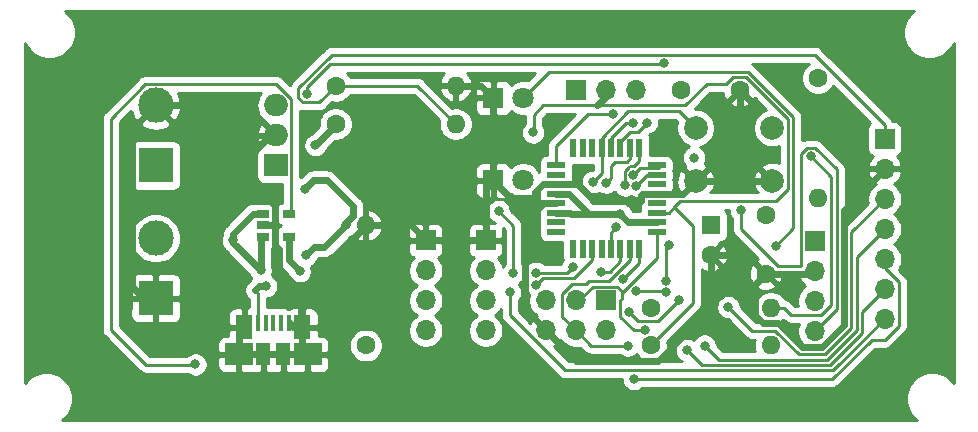
<source format=gbr>
%TF.GenerationSoftware,KiCad,Pcbnew,5.1.6+dfsg1-1~bpo10+1*%
%TF.CreationDate,2020-11-22T17:09:41+10:30*%
%TF.ProjectId,robotcontrol,726f626f-7463-46f6-9e74-726f6c2e6b69,rev?*%
%TF.SameCoordinates,Original*%
%TF.FileFunction,Copper,L1,Top*%
%TF.FilePolarity,Positive*%
%FSLAX46Y46*%
G04 Gerber Fmt 4.6, Leading zero omitted, Abs format (unit mm)*
G04 Created by KiCad (PCBNEW 5.1.6+dfsg1-1~bpo10+1) date 2020-11-22 17:09:41*
%MOMM*%
%LPD*%
G01*
G04 APERTURE LIST*
%TA.AperFunction,SMDPad,CuDef*%
%ADD10R,1.175000X1.900000*%
%TD*%
%TA.AperFunction,SMDPad,CuDef*%
%ADD11R,2.375000X1.900000*%
%TD*%
%TA.AperFunction,SMDPad,CuDef*%
%ADD12R,1.475000X2.100000*%
%TD*%
%TA.AperFunction,SMDPad,CuDef*%
%ADD13R,0.450000X1.380000*%
%TD*%
%TA.AperFunction,ComponentPad*%
%ADD14C,3.000000*%
%TD*%
%TA.AperFunction,ComponentPad*%
%ADD15R,3.000000X3.000000*%
%TD*%
%TA.AperFunction,SMDPad,CuDef*%
%ADD16R,0.550000X1.600000*%
%TD*%
%TA.AperFunction,SMDPad,CuDef*%
%ADD17R,1.600000X0.550000*%
%TD*%
%TA.AperFunction,ComponentPad*%
%ADD18O,1.700000X1.700000*%
%TD*%
%TA.AperFunction,ComponentPad*%
%ADD19R,1.700000X1.700000*%
%TD*%
%TA.AperFunction,ComponentPad*%
%ADD20O,2.000000X1.905000*%
%TD*%
%TA.AperFunction,ComponentPad*%
%ADD21R,2.000000X1.905000*%
%TD*%
%TA.AperFunction,SMDPad,CuDef*%
%ADD22R,1.060000X0.650000*%
%TD*%
%TA.AperFunction,ComponentPad*%
%ADD23C,2.000000*%
%TD*%
%TA.AperFunction,ComponentPad*%
%ADD24O,1.600000X1.600000*%
%TD*%
%TA.AperFunction,ComponentPad*%
%ADD25C,1.600000*%
%TD*%
%TA.AperFunction,ComponentPad*%
%ADD26C,1.800000*%
%TD*%
%TA.AperFunction,ComponentPad*%
%ADD27R,1.800000X1.800000*%
%TD*%
%TA.AperFunction,ComponentPad*%
%ADD28R,1.600000X1.600000*%
%TD*%
%TA.AperFunction,ViaPad*%
%ADD29C,0.800000*%
%TD*%
%TA.AperFunction,Conductor*%
%ADD30C,0.600000*%
%TD*%
%TA.AperFunction,Conductor*%
%ADD31C,0.250000*%
%TD*%
%TA.AperFunction,Conductor*%
%ADD32C,0.254000*%
%TD*%
G04 APERTURE END LIST*
D10*
%TO.P,J1,6*%
%TO.N,GND*%
X116315000Y-165250000D03*
X114635000Y-165250000D03*
D11*
X118385000Y-165250000D03*
X112565000Y-165250000D03*
D12*
X117937500Y-162950000D03*
X113012500Y-162950000D03*
D13*
%TO.P,J1,5*%
X116775000Y-162590000D03*
%TO.P,J1,4*%
%TO.N,Net-(J1-Pad4)*%
X116125000Y-162590000D03*
%TO.P,J1,3*%
%TO.N,Net-(J1-Pad3)*%
X115475000Y-162590000D03*
%TO.P,J1,2*%
%TO.N,Net-(J1-Pad2)*%
X114825000Y-162590000D03*
%TO.P,J1,1*%
%TO.N,Net-(J1-Pad1)*%
X114175000Y-162590000D03*
%TD*%
D14*
%TO.P,BT1,1*%
%TO.N,VCCIN*%
X105520000Y-155409500D03*
D15*
%TO.P,BT1,2*%
%TO.N,GND*%
X105520000Y-160489500D03*
%TD*%
D16*
%TO.P,U3,32*%
%TO.N,Net-(U3-Pad32)*%
X140870800Y-147794000D03*
%TO.P,U3,31*%
%TO.N,Net-(U3-Pad31)*%
X141670800Y-147794000D03*
%TO.P,U3,30*%
%TO.N,Net-(U3-Pad30)*%
X142470800Y-147794000D03*
%TO.P,U3,29*%
%TO.N,Net-(J6-Pad5)*%
X143270800Y-147794000D03*
%TO.P,U3,28*%
%TO.N,Net-(J5-Pad4)*%
X144070800Y-147794000D03*
%TO.P,U3,27*%
%TO.N,Net-(J5-Pad3)*%
X144870800Y-147794000D03*
%TO.P,U3,26*%
%TO.N,Net-(J3-Pad2)*%
X145670800Y-147794000D03*
%TO.P,U3,25*%
%TO.N,Net-(J3-Pad3)*%
X146470800Y-147794000D03*
D17*
%TO.P,U3,24*%
%TO.N,Net-(J4-Pad2)*%
X147920800Y-149244000D03*
%TO.P,U3,23*%
%TO.N,Net-(J4-Pad3)*%
X147920800Y-150044000D03*
%TO.P,U3,22*%
%TO.N,Net-(U3-Pad22)*%
X147920800Y-150844000D03*
%TO.P,U3,21*%
%TO.N,GND*%
X147920800Y-151644000D03*
%TO.P,U3,20*%
%TO.N,Net-(U3-Pad20)*%
X147920800Y-152444000D03*
%TO.P,U3,19*%
%TO.N,VCCIN*%
X147920800Y-153244000D03*
%TO.P,U3,18*%
%TO.N,VCC*%
X147920800Y-154044000D03*
%TO.P,U3,17*%
%TO.N,Net-(J6-Pad3)*%
X147920800Y-154844000D03*
D16*
%TO.P,U3,16*%
%TO.N,Net-(J6-Pad1)*%
X146470800Y-156294000D03*
%TO.P,U3,15*%
%TO.N,Net-(J6-Pad4)*%
X145670800Y-156294000D03*
%TO.P,U3,14*%
%TO.N,Net-(J7-Pad5)*%
X144870800Y-156294000D03*
%TO.P,U3,13*%
%TO.N,Net-(J7-Pad3)*%
X144070800Y-156294000D03*
%TO.P,U3,12*%
%TO.N,Net-(U3-Pad12)*%
X143270800Y-156294000D03*
%TO.P,U3,11*%
%TO.N,Net-(J7-Pad7)*%
X142470800Y-156294000D03*
%TO.P,U3,10*%
%TO.N,Net-(U3-Pad10)*%
X141670800Y-156294000D03*
%TO.P,U3,9*%
%TO.N,Net-(U3-Pad9)*%
X140870800Y-156294000D03*
D17*
%TO.P,U3,8*%
%TO.N,Net-(U3-Pad8)*%
X139420800Y-154844000D03*
%TO.P,U3,7*%
%TO.N,Net-(U3-Pad7)*%
X139420800Y-154044000D03*
%TO.P,U3,6*%
%TO.N,VCC*%
X139420800Y-153244000D03*
%TO.P,U3,5*%
%TO.N,GND*%
X139420800Y-152444000D03*
%TO.P,U3,4*%
%TO.N,VCC*%
X139420800Y-151644000D03*
%TO.P,U3,3*%
%TO.N,GND*%
X139420800Y-150844000D03*
%TO.P,U3,2*%
%TO.N,Net-(U3-Pad2)*%
X139420800Y-150044000D03*
%TO.P,U3,1*%
%TO.N,Net-(R3-Pad1)*%
X139420800Y-149244000D03*
%TD*%
D18*
%TO.P,J6,6*%
%TO.N,GND*%
X138540000Y-163220000D03*
%TO.P,J6,5*%
%TO.N,Net-(J6-Pad5)*%
X138540000Y-160680000D03*
%TO.P,J6,4*%
%TO.N,Net-(J6-Pad4)*%
X141080000Y-163220000D03*
%TO.P,J6,3*%
%TO.N,Net-(J6-Pad3)*%
X141080000Y-160680000D03*
%TO.P,J6,2*%
%TO.N,VCC*%
X143620000Y-163220000D03*
D19*
%TO.P,J6,1*%
%TO.N,Net-(J6-Pad1)*%
X143620000Y-160680000D03*
%TD*%
D20*
%TO.P,U2,3*%
%TO.N,VCC*%
X115680000Y-144170000D03*
%TO.P,U2,2*%
%TO.N,GND*%
X115680000Y-146710000D03*
D21*
%TO.P,U2,1*%
%TO.N,Net-(C1-Pad1)*%
X115680000Y-149250000D03*
%TD*%
D22*
%TO.P,U1,5*%
%TO.N,Net-(R2-Pad1)*%
X116780000Y-153380000D03*
%TO.P,U1,4*%
%TO.N,Net-(J1-Pad1)*%
X116780000Y-155280000D03*
%TO.P,U1,3*%
%TO.N,VCCIN*%
X114580000Y-155280000D03*
%TO.P,U1,2*%
%TO.N,GND*%
X114580000Y-154330000D03*
%TO.P,U1,1*%
%TO.N,VCCIN*%
X114580000Y-153380000D03*
%TD*%
D23*
%TO.P,SW2,1*%
%TO.N,Net-(J6-Pad5)*%
X157740000Y-146075000D03*
%TO.P,SW2,2*%
%TO.N,GND*%
X157740000Y-150575000D03*
%TO.P,SW2,1*%
%TO.N,Net-(J6-Pad5)*%
X151240000Y-146075000D03*
%TO.P,SW2,2*%
%TO.N,GND*%
X151240000Y-150575000D03*
%TD*%
D18*
%TO.P,SW1,3*%
%TO.N,Net-(SW1-Pad3)*%
X146160000Y-142900000D03*
%TO.P,SW1,2*%
%TO.N,VCCIN*%
X143620000Y-142900000D03*
D19*
%TO.P,SW1,1*%
%TO.N,VCC*%
X141080000Y-142900000D03*
%TD*%
D24*
%TO.P,R4,2*%
%TO.N,Net-(J6-Pad5)*%
X157590000Y-161315000D03*
D25*
%TO.P,R4,1*%
%TO.N,VCC*%
X147430000Y-161315000D03*
%TD*%
D24*
%TO.P,R3,2*%
%TO.N,Net-(D5-Pad2)*%
X161603200Y-151993200D03*
D25*
%TO.P,R3,1*%
%TO.N,Net-(R3-Pad1)*%
X161603200Y-141833200D03*
%TD*%
D24*
%TO.P,R2,2*%
%TO.N,GND*%
X123300000Y-154330000D03*
D25*
%TO.P,R2,1*%
%TO.N,Net-(R2-Pad1)*%
X123300000Y-164490000D03*
%TD*%
D24*
%TO.P,R1,2*%
%TO.N,Net-(D2-Pad2)*%
X157590000Y-164490000D03*
D25*
%TO.P,R1,1*%
%TO.N,VCCIN*%
X147430000Y-164490000D03*
%TD*%
D18*
%TO.P,J5,4*%
%TO.N,Net-(J5-Pad4)*%
X161298400Y-163270800D03*
%TO.P,J5,3*%
%TO.N,Net-(J5-Pad3)*%
X161298400Y-160730800D03*
%TO.P,J5,2*%
%TO.N,GND*%
X161298400Y-158190800D03*
D19*
%TO.P,J5,1*%
%TO.N,VCC*%
X161298400Y-155650800D03*
%TD*%
D18*
%TO.P,J4,4*%
%TO.N,VCC*%
X128380000Y-163220000D03*
%TO.P,J4,3*%
%TO.N,Net-(J4-Pad3)*%
X128380000Y-160680000D03*
%TO.P,J4,2*%
%TO.N,Net-(J4-Pad2)*%
X128380000Y-158140000D03*
D19*
%TO.P,J4,1*%
%TO.N,GND*%
X128380000Y-155600000D03*
%TD*%
D18*
%TO.P,J3,4*%
%TO.N,VCC*%
X133460000Y-163220000D03*
%TO.P,J3,3*%
%TO.N,Net-(J3-Pad3)*%
X133460000Y-160680000D03*
%TO.P,J3,2*%
%TO.N,Net-(J3-Pad2)*%
X133460000Y-158140000D03*
D19*
%TO.P,J3,1*%
%TO.N,GND*%
X133460000Y-155600000D03*
%TD*%
D14*
%TO.P,J2,2*%
%TO.N,GND*%
X105520000Y-144170000D03*
D15*
%TO.P,J2,1*%
%TO.N,Net-(C1-Pad1)*%
X105520000Y-149250000D03*
%TD*%
D26*
%TO.P,D5,2*%
%TO.N,Net-(D5-Pad2)*%
X136635000Y-150520000D03*
D27*
%TO.P,D5,1*%
%TO.N,GND*%
X134095000Y-150520000D03*
%TD*%
D26*
%TO.P,D2,2*%
%TO.N,Net-(D2-Pad2)*%
X136635000Y-143535000D03*
D27*
%TO.P,D2,1*%
%TO.N,GND*%
X134095000Y-143535000D03*
%TD*%
D25*
%TO.P,C3,2*%
%TO.N,GND*%
X152510000Y-156830000D03*
D28*
%TO.P,C3,1*%
%TO.N,VCC*%
X152510000Y-154330000D03*
%TD*%
D25*
%TO.P,C2,2*%
%TO.N,GND*%
X157183600Y-158415600D03*
%TO.P,C2,1*%
%TO.N,VCC*%
X157183600Y-153415600D03*
%TD*%
%TO.P,C1,2*%
%TO.N,GND*%
X154970000Y-142900000D03*
%TO.P,C1,1*%
%TO.N,Net-(C1-Pad1)*%
X149970000Y-142900000D03*
%TD*%
D24*
%TO.P,R5,2*%
%TO.N,Net-(J7-Pad1)*%
X130910000Y-145750000D03*
D25*
%TO.P,R5,1*%
%TO.N,VCC*%
X120750000Y-145750000D03*
%TD*%
%TO.P,R6,1*%
%TO.N,Net-(J7-Pad1)*%
X120750000Y-142500000D03*
D24*
%TO.P,R6,2*%
%TO.N,GND*%
X130910000Y-142500000D03*
%TD*%
D19*
%TO.P,J7,1*%
%TO.N,Net-(J7-Pad1)*%
X167250000Y-147000000D03*
D18*
%TO.P,J7,2*%
%TO.N,GND*%
X167250000Y-149540000D03*
%TO.P,J7,3*%
%TO.N,Net-(J7-Pad3)*%
X167250000Y-152080000D03*
%TO.P,J7,4*%
%TO.N,Net-(J6-Pad4)*%
X167250000Y-154620000D03*
%TO.P,J7,5*%
%TO.N,Net-(J7-Pad5)*%
X167250000Y-157160000D03*
%TO.P,J7,6*%
%TO.N,Net-(J6-Pad3)*%
X167250000Y-159700000D03*
%TO.P,J7,7*%
%TO.N,Net-(J7-Pad7)*%
X167250000Y-162240000D03*
%TD*%
D29*
%TO.N,Net-(C1-Pad1)*%
X118320000Y-143170000D03*
X148580000Y-140599990D03*
%TO.N,VCC*%
X144839200Y-153364800D03*
X119045500Y-147535500D03*
%TO.N,VCCIN*%
X112073200Y-155600000D03*
X118145490Y-151218500D03*
X121634998Y-154330000D03*
X118220000Y-156870000D03*
X114410000Y-158140000D03*
X137475000Y-146450000D03*
%TO.N,Net-(D2-Pad2)*%
X158034500Y-156044500D03*
%TO.N,Net-(D5-Pad2)*%
X134560000Y-153120000D03*
X135810000Y-158330000D03*
X137700000Y-158330000D03*
X145570000Y-161690000D03*
X149820000Y-160640000D03*
X140830000Y-157830000D03*
%TO.N,Net-(J3-Pad3)*%
X145270000Y-150940000D03*
%TO.N,Net-(J3-Pad2)*%
X143683500Y-150710500D03*
%TO.N,Net-(J4-Pad3)*%
X146220000Y-150950000D03*
%TO.N,Net-(J4-Pad2)*%
X145940000Y-150050000D03*
%TO.N,Net-(J5-Pad4)*%
X145900000Y-145630000D03*
X151110000Y-148580000D03*
X155060000Y-153030000D03*
%TO.N,Net-(J5-Pad3)*%
X147100000Y-145620000D03*
%TO.N,Net-(R2-Pad1)*%
X108875000Y-166087500D03*
%TO.N,Net-(R3-Pad1)*%
X144262496Y-144905490D03*
%TO.N,Net-(J6-Pad5)*%
X161019000Y-148488000D03*
X161019000Y-148488000D03*
X142540500Y-150647000D03*
%TO.N,Net-(J6-Pad4)*%
X152000000Y-164500000D03*
X145500000Y-164500000D03*
%TO.N,Net-(J6-Pad3)*%
X150500000Y-164890001D03*
X146971312Y-163167272D03*
%TO.N,Net-(J6-Pad1)*%
X145072249Y-158902431D03*
%TO.N,Net-(J1-Pad1)*%
X117712000Y-158203500D03*
X114854500Y-159473500D03*
%TO.N,Net-(J7-Pad5)*%
X146000000Y-167320841D03*
X148750000Y-160000000D03*
X143250000Y-158250000D03*
X146152346Y-159902346D03*
%TO.N,Net-(J7-Pad3)*%
X154000000Y-161250000D03*
X144500000Y-154500000D03*
X148736990Y-159000000D03*
X149000000Y-156000000D03*
%TO.N,Net-(J7-Pad7)*%
X135500000Y-160000000D03*
X137754267Y-159328529D03*
%TD*%
D30*
%TO.N,GND*%
X113140000Y-144170000D02*
X115680000Y-146710000D01*
X105520000Y-144170000D02*
X113140000Y-144170000D01*
X119049400Y-158580600D02*
X123300000Y-154330000D01*
X127110000Y-154330000D02*
X128380000Y-155600000D01*
X123300000Y-154330000D02*
X127110000Y-154330000D01*
X128380000Y-155600000D02*
X133460000Y-155600000D01*
X133460000Y-151155000D02*
X134095000Y-150520000D01*
X133460000Y-155600000D02*
X133460000Y-151155000D01*
X134095000Y-150520000D02*
X134095000Y-143535000D01*
X150171000Y-151644000D02*
X151240000Y-150575000D01*
X147920800Y-151644000D02*
X150171000Y-151644000D01*
X151240000Y-150575000D02*
X157740000Y-150575000D01*
X155598000Y-156830000D02*
X157183600Y-158415600D01*
X152510000Y-156830000D02*
X155598000Y-156830000D01*
X161073600Y-158415600D02*
X161298400Y-158190800D01*
X157183600Y-158415600D02*
X161073600Y-158415600D01*
X151240000Y-150575000D02*
X154970000Y-146845000D01*
X154970000Y-142900000D02*
X154970000Y-146845000D01*
X115385002Y-154330000D02*
X115610001Y-154105001D01*
X114580000Y-154330000D02*
X115385002Y-154330000D01*
X115610001Y-155974501D02*
X115610001Y-154105001D01*
X115924999Y-156289499D02*
X115610001Y-155974501D01*
X115924999Y-157991599D02*
X115924999Y-156289499D01*
X134095000Y-150520000D02*
X135555500Y-151980500D01*
X135555500Y-151980500D02*
X137424298Y-151980500D01*
X138343000Y-150844000D02*
X139420800Y-150844000D01*
X137659797Y-151527203D02*
X138343000Y-150844000D01*
X139420800Y-152444000D02*
X138330500Y-152444000D01*
X138330500Y-152444000D02*
X137364999Y-153409501D01*
X137364999Y-153409501D02*
X136762000Y-154012500D01*
X136762000Y-161442000D02*
X138540000Y-163220000D01*
X136762000Y-154012500D02*
X136762000Y-161442000D01*
X137659797Y-151745001D02*
X137424298Y-151980500D01*
X137659797Y-151527203D02*
X137659797Y-151745001D01*
X137364999Y-152039799D02*
X137659797Y-151745001D01*
X137364999Y-153409501D02*
X137364999Y-152039799D01*
X115610001Y-152654999D02*
X115610001Y-154105001D01*
X114039999Y-151084997D02*
X115610001Y-152654999D01*
X113724999Y-151084997D02*
X114039999Y-151084997D01*
X113724999Y-148220501D02*
X113724999Y-151084997D01*
X115680000Y-146710000D02*
X115235500Y-146710000D01*
X115235500Y-146710000D02*
X113724999Y-148220501D01*
X140470800Y-150844000D02*
X139420800Y-150844000D01*
X147895801Y-151668999D02*
X146720799Y-151668999D01*
X146620799Y-151768999D02*
X146620799Y-152220000D01*
X146720799Y-151668999D02*
X146620799Y-151768999D01*
X147920800Y-151644000D02*
X147895801Y-151668999D01*
X141313352Y-150844000D02*
X140470800Y-150844000D01*
X146620799Y-152220000D02*
X142689352Y-152220000D01*
X142689352Y-152220000D02*
X141313352Y-150844000D01*
X148054001Y-165790001D02*
X141110001Y-165790001D01*
X141110001Y-165790001D02*
X138540000Y-163220000D01*
X152510000Y-161334002D02*
X148054001Y-165790001D01*
X152510000Y-156830000D02*
X152510000Y-161334002D01*
X106146500Y-161116000D02*
X105520000Y-160489500D01*
X104504000Y-160489500D02*
X105520000Y-160489500D01*
X103519999Y-159505499D02*
X104504000Y-160489500D01*
X105520000Y-144170000D02*
X103519999Y-146170001D01*
X103519999Y-146170001D02*
X103519999Y-159505499D01*
X115924999Y-157991599D02*
X117786900Y-159853500D01*
X119049400Y-158591000D02*
X117786900Y-159853500D01*
X119049400Y-158580600D02*
X119049400Y-158591000D01*
X117786900Y-162799400D02*
X117937500Y-162950000D01*
X117786900Y-159853500D02*
X117786900Y-162799400D01*
X116850001Y-162665001D02*
X116850001Y-162590000D01*
X117937500Y-162950000D02*
X117135000Y-162950000D01*
X117135000Y-162950000D02*
X116850001Y-162665001D01*
X117937500Y-164802500D02*
X118385000Y-165250000D01*
X117937500Y-162950000D02*
X117937500Y-164802500D01*
X118385000Y-165250000D02*
X116315000Y-165250000D01*
X116315000Y-165250000D02*
X114635000Y-165250000D01*
X114635000Y-165250000D02*
X112565000Y-165250000D01*
X112565000Y-163397500D02*
X113012500Y-162950000D01*
X112565000Y-165250000D02*
X112565000Y-163397500D01*
X133060000Y-142500000D02*
X134095000Y-143535000D01*
X130910000Y-142500000D02*
X133060000Y-142500000D01*
X156289999Y-159309201D02*
X157183600Y-158415600D01*
X156289999Y-161939001D02*
X156289999Y-159309201D01*
X156965999Y-162615001D02*
X156289999Y-161939001D01*
X158214001Y-162615001D02*
X156965999Y-162615001D01*
X160219801Y-164620801D02*
X158214001Y-162615001D01*
X161946401Y-164620801D02*
X160219801Y-164620801D01*
X163803220Y-162763982D02*
X161946401Y-164620801D01*
X163803220Y-152986780D02*
X163803220Y-162763982D01*
X167250000Y-149540000D02*
X163803220Y-152986780D01*
D31*
%TO.N,Net-(C1-Pad1)*%
X118320000Y-142604315D02*
X120244315Y-140680000D01*
X118320000Y-143170000D02*
X118320000Y-142604315D01*
X120244315Y-140680000D02*
X148500000Y-140680000D01*
X148500000Y-140680000D02*
X148500000Y-140679990D01*
X148500000Y-140679990D02*
X148580000Y-140599990D01*
D30*
%TO.N,VCC*%
X145518400Y-154044000D02*
X147920800Y-154044000D01*
X144839200Y-153364800D02*
X145518400Y-154044000D01*
X142191600Y-153364800D02*
X142756400Y-153364800D01*
X140470800Y-151644000D02*
X142191600Y-153364800D01*
X139420800Y-151644000D02*
X140470800Y-151644000D01*
X144839200Y-153364800D02*
X142756400Y-153364800D01*
X139395801Y-153268999D02*
X139420800Y-153244000D01*
X140620801Y-153268999D02*
X139395801Y-153268999D01*
X142756400Y-153364800D02*
X140716602Y-153364800D01*
X140716602Y-153364800D02*
X140620801Y-153268999D01*
X120750000Y-145750000D02*
X120750000Y-145831000D01*
X120750000Y-145831000D02*
X119045500Y-147535500D01*
%TO.N,VCCIN*%
X112073200Y-155600000D02*
X112073200Y-155034315D01*
D31*
X148970800Y-153244000D02*
X147920800Y-153244000D01*
X149408800Y-152806000D02*
X148970800Y-153244000D01*
X150986000Y-154383200D02*
X149408800Y-152806000D01*
X147430000Y-164490000D02*
X150986000Y-160934000D01*
X150986000Y-160934000D02*
X150986000Y-154383200D01*
D30*
X113727515Y-153380000D02*
X114580000Y-153380000D01*
X112073200Y-155034315D02*
X113727515Y-153380000D01*
X118843990Y-150520000D02*
X118145490Y-151218500D01*
D31*
X150365002Y-144170000D02*
X152175003Y-142359999D01*
X152175003Y-142359999D02*
X153844999Y-142359999D01*
X153844999Y-142359999D02*
X154429999Y-141774999D01*
X137524000Y-144995500D02*
X138349500Y-144170000D01*
X154429999Y-141774999D02*
X155510001Y-141774999D01*
X155510001Y-141774999D02*
X159065001Y-145329999D01*
X159065001Y-145329999D02*
X159065001Y-151211001D01*
X158006992Y-152269010D02*
X149945790Y-152269010D01*
X149945790Y-152269010D02*
X149408800Y-152806000D01*
X159065001Y-151211001D02*
X158006992Y-152269010D01*
X118220000Y-156870000D02*
X118220000Y-156870000D01*
X114410000Y-155450000D02*
X114580000Y-155280000D01*
D30*
X114410000Y-158140000D02*
X114410000Y-155450000D01*
X118918500Y-156171500D02*
X118220000Y-156870000D01*
X121634998Y-154330000D02*
X119793498Y-156171500D01*
X119793498Y-156171500D02*
X118918500Y-156171500D01*
X112073200Y-155803200D02*
X114410000Y-158140000D01*
X112073200Y-155600000D02*
X112073200Y-155803200D01*
D31*
X137524000Y-144995500D02*
X137524000Y-146401000D01*
X137524000Y-146401000D02*
X137475000Y-146450000D01*
D30*
X121634998Y-154071000D02*
X121634998Y-154330000D01*
X122220009Y-153485989D02*
X121634998Y-154071000D01*
X122220009Y-152698623D02*
X122220009Y-153485989D01*
X120041386Y-150520000D02*
X122220009Y-152698623D01*
X118843990Y-150520000D02*
X120041386Y-150520000D01*
D31*
X138349500Y-144170000D02*
X142905000Y-144170000D01*
D30*
X143620000Y-143455000D02*
X142905000Y-144170000D01*
X143620000Y-142900000D02*
X143620000Y-143455000D01*
D31*
X142905000Y-144170000D02*
X150365002Y-144170000D01*
%TO.N,Net-(D2-Pad2)*%
X159515011Y-145143599D02*
X159515011Y-154563989D01*
X155696402Y-141324990D02*
X159515011Y-145143599D01*
X136635000Y-143535000D02*
X138845010Y-141324990D01*
X138845010Y-141324990D02*
X155696402Y-141324990D01*
X159515011Y-154563989D02*
X158034500Y-156044500D01*
X158034500Y-156044500D02*
X158034500Y-156044500D01*
%TO.N,Net-(D5-Pad2)*%
X134560000Y-153120000D02*
X135810000Y-154370000D01*
X135810000Y-154370000D02*
X135810000Y-158330000D01*
X135810000Y-158330000D02*
X135810000Y-158330000D01*
X146320001Y-162440001D02*
X148019999Y-162440001D01*
X145570000Y-161690000D02*
X146320001Y-162440001D01*
X148019999Y-162440001D02*
X149820000Y-160640000D01*
X140330000Y-158330000D02*
X140830000Y-157830000D01*
X137700000Y-158330000D02*
X140330000Y-158330000D01*
%TO.N,Net-(J3-Pad3)*%
X145214999Y-149701999D02*
X145566998Y-149350000D01*
X145270000Y-150940000D02*
X145214999Y-150884999D01*
X145214999Y-150884999D02*
X145214999Y-149701999D01*
X145989801Y-149324999D02*
X145636213Y-149324999D01*
X146470800Y-147794000D02*
X146470800Y-148844000D01*
X146470800Y-148844000D02*
X145989801Y-149324999D01*
%TO.N,Net-(J3-Pad2)*%
X145670800Y-148629200D02*
X145670800Y-147794000D01*
X143683500Y-150710500D02*
X144083499Y-150310501D01*
X144083499Y-150310501D02*
X144083499Y-150216501D01*
X145670800Y-148654002D02*
X145670800Y-147794000D01*
X144083499Y-149666501D02*
X144080000Y-149663002D01*
X144083499Y-150310501D02*
X144083499Y-149666501D01*
X144080000Y-149663002D02*
X144080000Y-149260000D01*
X144080000Y-149260000D02*
X144420999Y-148919001D01*
X144420999Y-148919001D02*
X145405801Y-148919001D01*
X145405801Y-148919001D02*
X145670800Y-148654002D01*
%TO.N,Net-(J4-Pad3)*%
X147126000Y-150044000D02*
X146220000Y-150950000D01*
X147920800Y-150044000D02*
X147126000Y-150044000D01*
%TO.N,Net-(J4-Pad2)*%
X148120799Y-149443999D02*
X147920800Y-149244000D01*
X146860799Y-149443999D02*
X148120799Y-149443999D01*
X146838483Y-149466315D02*
X146860799Y-149443999D01*
X145940000Y-150050000D02*
X146523685Y-149466315D01*
X146523685Y-149466315D02*
X146838483Y-149466315D01*
%TO.N,Net-(J5-Pad4)*%
X145374798Y-145630000D02*
X145900000Y-145630000D01*
X144070800Y-146933998D02*
X145374798Y-145630000D01*
X144070800Y-147794000D02*
X144070800Y-146933998D01*
X163178210Y-161390990D02*
X161298400Y-163270800D01*
X163178210Y-149574208D02*
X163178210Y-161390990D01*
X161367001Y-147762999D02*
X163178210Y-149574208D01*
X160670999Y-147762999D02*
X161367001Y-147762999D01*
X160123399Y-148310599D02*
X160670999Y-147762999D01*
X160123399Y-157790590D02*
X160123399Y-148310599D01*
X155060000Y-154626998D02*
X158223592Y-157790590D01*
X158223592Y-157790590D02*
X160123399Y-157790590D01*
X155060000Y-153030000D02*
X155060000Y-154626998D01*
%TO.N,Net-(J5-Pad3)*%
X145715500Y-146392500D02*
X145007010Y-147100990D01*
X146327500Y-146392500D02*
X147100000Y-145620000D01*
X145715500Y-146392500D02*
X146327500Y-146392500D01*
%TO.N,Net-(R2-Pad1)*%
X115709170Y-142344999D02*
X104643999Y-142344999D01*
X104643999Y-142344999D02*
X101710000Y-145278998D01*
X101710000Y-163156500D02*
X104694501Y-166141001D01*
X117005010Y-153154990D02*
X117005010Y-143640839D01*
X116780000Y-153380000D02*
X117005010Y-153154990D01*
X117005010Y-143640839D02*
X115709170Y-142344999D01*
X101710000Y-145278998D02*
X101710000Y-163156500D01*
X104694501Y-166141001D02*
X108821499Y-166141001D01*
X108821499Y-166141001D02*
X108875000Y-166087500D01*
%TO.N,Net-(R3-Pad1)*%
X144318500Y-144868500D02*
X144318500Y-144868500D01*
X142099308Y-144905490D02*
X144262496Y-144905490D01*
X139420800Y-147583998D02*
X142099308Y-144905490D01*
X139420800Y-149244000D02*
X139420800Y-147583998D01*
%TO.N,Net-(J6-Pad5)*%
X162728201Y-161040001D02*
X162728201Y-150197201D01*
X161862401Y-161905801D02*
X162728201Y-161040001D01*
X159312171Y-161905801D02*
X161862401Y-161905801D01*
X157590000Y-161315000D02*
X158721370Y-161315000D01*
X158721370Y-161315000D02*
X159312171Y-161905801D01*
X162728201Y-150197201D02*
X161019000Y-148488000D01*
X161019000Y-148488000D02*
X161019000Y-148488000D01*
X161019000Y-148488000D02*
X161019000Y-148488000D01*
X143270800Y-149916700D02*
X143270800Y-147794000D01*
X142540500Y-150647000D02*
X143270800Y-149916700D01*
X149843000Y-144678000D02*
X151240000Y-146075000D01*
X145525000Y-144678000D02*
X149843000Y-144678000D01*
X143270800Y-147794000D02*
X143270800Y-146932200D01*
X143270800Y-146932200D02*
X145525000Y-144678000D01*
%TO.N,Net-(J6-Pad4)*%
X153195821Y-165695821D02*
X152000000Y-164500000D01*
X162391688Y-165695821D02*
X153195821Y-165695821D01*
X164878239Y-163209270D02*
X162391688Y-165695821D01*
X167250000Y-154620000D02*
X164878239Y-156991761D01*
X164878239Y-156991761D02*
X164878239Y-163209270D01*
X142360000Y-164500000D02*
X141080000Y-163220000D01*
X145500000Y-164500000D02*
X142360000Y-164500000D01*
X141080000Y-163220000D02*
X139904999Y-162044999D01*
X139904999Y-162044999D02*
X139904999Y-160115999D01*
X142176998Y-159000000D02*
X143901676Y-159000000D01*
X145670800Y-157230876D02*
X145670800Y-156294000D01*
X143901676Y-159000000D02*
X145670800Y-157230876D01*
X141926998Y-159250000D02*
X142176998Y-159000000D01*
X140770998Y-159250000D02*
X141926998Y-159250000D01*
X139904999Y-160115999D02*
X140770998Y-159250000D01*
%TO.N,Net-(J6-Pad3)*%
X151755830Y-166145831D02*
X150500000Y-164890001D01*
X162578088Y-166145831D02*
X151755830Y-166145831D01*
X165328248Y-163395671D02*
X162578088Y-166145831D01*
X167250000Y-159700000D02*
X165328248Y-161621752D01*
X165328248Y-161621752D02*
X165328248Y-163395671D01*
X144844999Y-160655001D02*
X144963478Y-160536522D01*
X144844999Y-162038001D02*
X144844999Y-160655001D01*
X145974270Y-163167272D02*
X144844999Y-162038001D01*
X146971312Y-163167272D02*
X145974270Y-163167272D01*
X141334998Y-160680000D02*
X142509999Y-159504999D01*
X141080000Y-160680000D02*
X141334998Y-160680000D01*
X144609242Y-159504999D02*
X144963478Y-159859235D01*
X144963478Y-159859235D02*
X144963478Y-160536522D01*
X142509999Y-159504999D02*
X144609242Y-159504999D01*
X144963478Y-160036522D02*
X147920800Y-157079200D01*
X144963478Y-160536522D02*
X144963478Y-160036522D01*
X147920800Y-157079200D02*
X147920800Y-154844000D01*
%TO.N,Net-(J6-Pad1)*%
X146470800Y-156294000D02*
X146470800Y-157503880D01*
X146470800Y-157503880D02*
X145072249Y-158902431D01*
D30*
%TO.N,Net-(J1-Pad1)*%
X117712000Y-158203500D02*
X116780000Y-157271500D01*
X116780000Y-157271500D02*
X116780000Y-155280000D01*
X114854500Y-159473500D02*
X114288815Y-159473500D01*
X114288815Y-159473500D02*
X113949399Y-159812916D01*
D31*
X114175000Y-160038517D02*
X114175000Y-162590000D01*
X113949399Y-159812916D02*
X114175000Y-160038517D01*
%TO.N,Net-(J7-Pad5)*%
X167229002Y-164000000D02*
X166126410Y-164000000D01*
X168425001Y-162804001D02*
X167229002Y-164000000D01*
X168425001Y-159135999D02*
X168425001Y-162804001D01*
X167250000Y-157160000D02*
X167250000Y-157960998D01*
X167250000Y-157960998D02*
X168425001Y-159135999D01*
X166126410Y-164000000D02*
X162805569Y-167320841D01*
X162805569Y-167320841D02*
X146000000Y-167320841D01*
X143964800Y-158250000D02*
X143250000Y-158250000D01*
X144870800Y-156294000D02*
X144870800Y-157344000D01*
X144870800Y-157344000D02*
X143964800Y-158250000D01*
X148652346Y-159902346D02*
X148750000Y-160000000D01*
X146152346Y-159902346D02*
X148652346Y-159902346D01*
%TO.N,Net-(J7-Pad3)*%
X155990011Y-163240011D02*
X154000000Y-161250000D01*
X164428230Y-154901770D02*
X164428230Y-163022869D01*
X167250000Y-152080000D02*
X164428230Y-154901770D01*
X164428230Y-163022869D02*
X162205288Y-165245811D01*
X162205288Y-165245811D02*
X159960914Y-165245811D01*
X159960914Y-165245811D02*
X157955115Y-163240011D01*
X157955115Y-163240011D02*
X155990011Y-163240011D01*
X144070800Y-156294000D02*
X144070800Y-154929200D01*
X144070800Y-154929200D02*
X144500000Y-154500000D01*
X148736990Y-159000000D02*
X148736990Y-156263010D01*
X148736990Y-156263010D02*
X149000000Y-156000000D01*
%TO.N,Net-(J7-Pad7)*%
X135500000Y-161919002D02*
X135500000Y-160000000D01*
X140176839Y-166595841D02*
X135500000Y-161919002D01*
X167250000Y-162240000D02*
X162894159Y-166595841D01*
X162894159Y-166595841D02*
X140176839Y-166595841D01*
X142470800Y-157262202D02*
X142470800Y-156294000D01*
X140933011Y-158799991D02*
X142470800Y-157262202D01*
X138282805Y-158799991D02*
X140933011Y-158799991D01*
X137754267Y-159328529D02*
X138282805Y-158799991D01*
%TO.N,Net-(J7-Pad1)*%
X127660000Y-142500000D02*
X130910000Y-145750000D01*
X120750000Y-142500000D02*
X127660000Y-142500000D01*
X119354999Y-143895001D02*
X120750000Y-142500000D01*
X117971999Y-143895001D02*
X119354999Y-143895001D01*
X117594999Y-143518001D02*
X117971999Y-143895001D01*
X120412916Y-139874989D02*
X117594999Y-142692906D01*
X117594999Y-142692906D02*
X117594999Y-143518001D01*
X161309991Y-139874989D02*
X120412916Y-139874989D01*
X167250000Y-145814998D02*
X161309991Y-139874989D01*
X167250000Y-147000000D02*
X167250000Y-145814998D01*
%TD*%
D32*
%TO.N,GND*%
G36*
X169575271Y-136263962D02*
G01*
X169263962Y-136575271D01*
X169019369Y-136941331D01*
X168850890Y-137348075D01*
X168765000Y-137779872D01*
X168765000Y-138220128D01*
X168850890Y-138651925D01*
X169019369Y-139058669D01*
X169263962Y-139424729D01*
X169575271Y-139736038D01*
X169941331Y-139980631D01*
X170348075Y-140149110D01*
X170779872Y-140235000D01*
X171220128Y-140235000D01*
X171651925Y-140149110D01*
X172058669Y-139980631D01*
X172424729Y-139736038D01*
X172736038Y-139424729D01*
X172980631Y-139058669D01*
X173065000Y-138854984D01*
X173065001Y-167693448D01*
X172986038Y-167575271D01*
X172674729Y-167263962D01*
X172308669Y-167019369D01*
X171901925Y-166850890D01*
X171470128Y-166765000D01*
X171029872Y-166765000D01*
X170598075Y-166850890D01*
X170191331Y-167019369D01*
X169825271Y-167263962D01*
X169513962Y-167575271D01*
X169269369Y-167941331D01*
X169100890Y-168348075D01*
X169015000Y-168779872D01*
X169015000Y-169220128D01*
X169100890Y-169651925D01*
X169269369Y-170058669D01*
X169513962Y-170424729D01*
X169825271Y-170736038D01*
X169943446Y-170815000D01*
X97556554Y-170815000D01*
X97674729Y-170736038D01*
X97986038Y-170424729D01*
X98230631Y-170058669D01*
X98399110Y-169651925D01*
X98485000Y-169220128D01*
X98485000Y-168779872D01*
X98399110Y-168348075D01*
X98230631Y-167941331D01*
X97986038Y-167575271D01*
X97674729Y-167263962D01*
X97308669Y-167019369D01*
X96901925Y-166850890D01*
X96470128Y-166765000D01*
X96029872Y-166765000D01*
X95598075Y-166850890D01*
X95191331Y-167019369D01*
X94825271Y-167263962D01*
X94513962Y-167575271D01*
X94435000Y-167693446D01*
X94435000Y-145278998D01*
X100946324Y-145278998D01*
X100950000Y-145316320D01*
X100950001Y-163119167D01*
X100946324Y-163156500D01*
X100950001Y-163193833D01*
X100960998Y-163305486D01*
X100973591Y-163347000D01*
X101004454Y-163448746D01*
X101075026Y-163580776D01*
X101144148Y-163665000D01*
X101170000Y-163696501D01*
X101198998Y-163720299D01*
X104130702Y-166652004D01*
X104154500Y-166681002D01*
X104270225Y-166775975D01*
X104402254Y-166846547D01*
X104545515Y-166890004D01*
X104657168Y-166901001D01*
X104657176Y-166901001D01*
X104694501Y-166904677D01*
X104731826Y-166901001D01*
X108229540Y-166901001D01*
X108384744Y-167004705D01*
X108573102Y-167082726D01*
X108773061Y-167122500D01*
X108976939Y-167122500D01*
X109176898Y-167082726D01*
X109365256Y-167004705D01*
X109534774Y-166891437D01*
X109678937Y-166747274D01*
X109792205Y-166577756D01*
X109870226Y-166389398D01*
X109907899Y-166200000D01*
X110739428Y-166200000D01*
X110751688Y-166324482D01*
X110787998Y-166444180D01*
X110846963Y-166554494D01*
X110926315Y-166651185D01*
X111023006Y-166730537D01*
X111133320Y-166789502D01*
X111253018Y-166825812D01*
X111377500Y-166838072D01*
X112279250Y-166835000D01*
X112438000Y-166676250D01*
X112438000Y-165377000D01*
X112692000Y-165377000D01*
X112692000Y-166676250D01*
X112850750Y-166835000D01*
X113752500Y-166838072D01*
X113876982Y-166825812D01*
X113900000Y-166818830D01*
X113923018Y-166825812D01*
X114047500Y-166838072D01*
X114349250Y-166835000D01*
X114508000Y-166676250D01*
X114508000Y-165377000D01*
X114762000Y-165377000D01*
X114762000Y-166676250D01*
X114920750Y-166835000D01*
X115222500Y-166838072D01*
X115346982Y-166825812D01*
X115466680Y-166789502D01*
X115475000Y-166785055D01*
X115483320Y-166789502D01*
X115603018Y-166825812D01*
X115727500Y-166838072D01*
X116029250Y-166835000D01*
X116188000Y-166676250D01*
X116188000Y-165377000D01*
X116442000Y-165377000D01*
X116442000Y-166676250D01*
X116600750Y-166835000D01*
X116902500Y-166838072D01*
X117026982Y-166825812D01*
X117050000Y-166818830D01*
X117073018Y-166825812D01*
X117197500Y-166838072D01*
X118099250Y-166835000D01*
X118258000Y-166676250D01*
X118258000Y-165377000D01*
X118512000Y-165377000D01*
X118512000Y-166676250D01*
X118670750Y-166835000D01*
X119572500Y-166838072D01*
X119696982Y-166825812D01*
X119816680Y-166789502D01*
X119926994Y-166730537D01*
X120023685Y-166651185D01*
X120103037Y-166554494D01*
X120162002Y-166444180D01*
X120198312Y-166324482D01*
X120210572Y-166200000D01*
X120207500Y-165535750D01*
X120048750Y-165377000D01*
X118512000Y-165377000D01*
X118258000Y-165377000D01*
X116442000Y-165377000D01*
X116188000Y-165377000D01*
X114762000Y-165377000D01*
X114508000Y-165377000D01*
X112692000Y-165377000D01*
X112438000Y-165377000D01*
X110901250Y-165377000D01*
X110742500Y-165535750D01*
X110739428Y-166200000D01*
X109907899Y-166200000D01*
X109910000Y-166189439D01*
X109910000Y-165985561D01*
X109870226Y-165785602D01*
X109792205Y-165597244D01*
X109678937Y-165427726D01*
X109534774Y-165283563D01*
X109365256Y-165170295D01*
X109176898Y-165092274D01*
X108976939Y-165052500D01*
X108773061Y-165052500D01*
X108573102Y-165092274D01*
X108384744Y-165170295D01*
X108215226Y-165283563D01*
X108117788Y-165381001D01*
X105009303Y-165381001D01*
X102470000Y-162841699D01*
X102470000Y-161989500D01*
X103381928Y-161989500D01*
X103394188Y-162113982D01*
X103430498Y-162233680D01*
X103489463Y-162343994D01*
X103568815Y-162440685D01*
X103665506Y-162520037D01*
X103775820Y-162579002D01*
X103895518Y-162615312D01*
X104020000Y-162627572D01*
X105234250Y-162624500D01*
X105393000Y-162465750D01*
X105393000Y-160616500D01*
X105647000Y-160616500D01*
X105647000Y-162465750D01*
X105805750Y-162624500D01*
X107020000Y-162627572D01*
X107144482Y-162615312D01*
X107264180Y-162579002D01*
X107374494Y-162520037D01*
X107471185Y-162440685D01*
X107550537Y-162343994D01*
X107609502Y-162233680D01*
X107645812Y-162113982D01*
X107658072Y-161989500D01*
X107657846Y-161900000D01*
X111636928Y-161900000D01*
X111640000Y-162664250D01*
X111798750Y-162823000D01*
X112885500Y-162823000D01*
X112885500Y-161423750D01*
X112726750Y-161265000D01*
X112275000Y-161261928D01*
X112150518Y-161274188D01*
X112030820Y-161310498D01*
X111920506Y-161369463D01*
X111823815Y-161448815D01*
X111744463Y-161545506D01*
X111685498Y-161655820D01*
X111649188Y-161775518D01*
X111636928Y-161900000D01*
X107657846Y-161900000D01*
X107655000Y-160775250D01*
X107496250Y-160616500D01*
X105647000Y-160616500D01*
X105393000Y-160616500D01*
X103543750Y-160616500D01*
X103385000Y-160775250D01*
X103381928Y-161989500D01*
X102470000Y-161989500D01*
X102470000Y-158989500D01*
X103381928Y-158989500D01*
X103385000Y-160203750D01*
X103543750Y-160362500D01*
X105393000Y-160362500D01*
X105393000Y-158513250D01*
X105647000Y-158513250D01*
X105647000Y-160362500D01*
X107496250Y-160362500D01*
X107655000Y-160203750D01*
X107658072Y-158989500D01*
X107645812Y-158865018D01*
X107609502Y-158745320D01*
X107550537Y-158635006D01*
X107471185Y-158538315D01*
X107374494Y-158458963D01*
X107264180Y-158399998D01*
X107144482Y-158363688D01*
X107020000Y-158351428D01*
X105805750Y-158354500D01*
X105647000Y-158513250D01*
X105393000Y-158513250D01*
X105234250Y-158354500D01*
X104020000Y-158351428D01*
X103895518Y-158363688D01*
X103775820Y-158399998D01*
X103665506Y-158458963D01*
X103568815Y-158538315D01*
X103489463Y-158635006D01*
X103430498Y-158745320D01*
X103394188Y-158865018D01*
X103381928Y-158989500D01*
X102470000Y-158989500D01*
X102470000Y-155199221D01*
X103385000Y-155199221D01*
X103385000Y-155619779D01*
X103467047Y-156032256D01*
X103627988Y-156420802D01*
X103861637Y-156770483D01*
X104159017Y-157067863D01*
X104508698Y-157301512D01*
X104897244Y-157462453D01*
X105309721Y-157544500D01*
X105730279Y-157544500D01*
X106142756Y-157462453D01*
X106531302Y-157301512D01*
X106880983Y-157067863D01*
X107178363Y-156770483D01*
X107412012Y-156420802D01*
X107572953Y-156032256D01*
X107655000Y-155619779D01*
X107655000Y-155199221D01*
X107572953Y-154786744D01*
X107412012Y-154398198D01*
X107178363Y-154048517D01*
X106880983Y-153751137D01*
X106531302Y-153517488D01*
X106142756Y-153356547D01*
X105730279Y-153274500D01*
X105309721Y-153274500D01*
X104897244Y-153356547D01*
X104508698Y-153517488D01*
X104159017Y-153751137D01*
X103861637Y-154048517D01*
X103627988Y-154398198D01*
X103467047Y-154786744D01*
X103385000Y-155199221D01*
X102470000Y-155199221D01*
X102470000Y-147750000D01*
X103381928Y-147750000D01*
X103381928Y-150750000D01*
X103394188Y-150874482D01*
X103430498Y-150994180D01*
X103489463Y-151104494D01*
X103568815Y-151201185D01*
X103665506Y-151280537D01*
X103775820Y-151339502D01*
X103895518Y-151375812D01*
X104020000Y-151388072D01*
X107020000Y-151388072D01*
X107144482Y-151375812D01*
X107264180Y-151339502D01*
X107374494Y-151280537D01*
X107471185Y-151201185D01*
X107550537Y-151104494D01*
X107609502Y-150994180D01*
X107645812Y-150874482D01*
X107658072Y-150750000D01*
X107658072Y-147750000D01*
X107645812Y-147625518D01*
X107609502Y-147505820D01*
X107550537Y-147395506D01*
X107471185Y-147298815D01*
X107374494Y-147219463D01*
X107264180Y-147160498D01*
X107144482Y-147124188D01*
X107020000Y-147111928D01*
X104020000Y-147111928D01*
X103895518Y-147124188D01*
X103775820Y-147160498D01*
X103665506Y-147219463D01*
X103568815Y-147298815D01*
X103489463Y-147395506D01*
X103430498Y-147505820D01*
X103394188Y-147625518D01*
X103381928Y-147750000D01*
X102470000Y-147750000D01*
X102470000Y-145661653D01*
X104207952Y-145661653D01*
X104363962Y-145977214D01*
X104738745Y-146168020D01*
X105143551Y-146282044D01*
X105562824Y-146314902D01*
X105980451Y-146265334D01*
X106380383Y-146135243D01*
X106676038Y-145977214D01*
X106832048Y-145661653D01*
X105520000Y-144349605D01*
X104207952Y-145661653D01*
X102470000Y-145661653D01*
X102470000Y-145593799D01*
X103426797Y-144637002D01*
X103554757Y-145030383D01*
X103712786Y-145326038D01*
X104028347Y-145482048D01*
X105340395Y-144170000D01*
X105326253Y-144155858D01*
X105505858Y-143976253D01*
X105520000Y-143990395D01*
X105534143Y-143976253D01*
X105713748Y-144155858D01*
X105699605Y-144170000D01*
X107011653Y-145482048D01*
X107327214Y-145326038D01*
X107518020Y-144951255D01*
X107632044Y-144546449D01*
X107664902Y-144127176D01*
X107615334Y-143709549D01*
X107485243Y-143309617D01*
X107375874Y-143104999D01*
X114452865Y-143104999D01*
X114306155Y-143283765D01*
X114158745Y-143559551D01*
X114067970Y-143858796D01*
X114037319Y-144170000D01*
X114067970Y-144481204D01*
X114158745Y-144780449D01*
X114306155Y-145056235D01*
X114504537Y-145297963D01*
X114683899Y-145445163D01*
X114498685Y-145600563D01*
X114304031Y-145843077D01*
X114160429Y-146118906D01*
X114089437Y-146337020D01*
X114209406Y-146583000D01*
X115553000Y-146583000D01*
X115553000Y-146563000D01*
X115807000Y-146563000D01*
X115807000Y-146583000D01*
X115827000Y-146583000D01*
X115827000Y-146837000D01*
X115807000Y-146837000D01*
X115807000Y-146857000D01*
X115553000Y-146857000D01*
X115553000Y-146837000D01*
X114209406Y-146837000D01*
X114089437Y-147082980D01*
X114160429Y-147301094D01*
X114304031Y-147576923D01*
X114417219Y-147717941D01*
X114325506Y-147766963D01*
X114228815Y-147846315D01*
X114149463Y-147943006D01*
X114090498Y-148053320D01*
X114054188Y-148173018D01*
X114041928Y-148297500D01*
X114041928Y-150202500D01*
X114054188Y-150326982D01*
X114090498Y-150446680D01*
X114149463Y-150556994D01*
X114228815Y-150653685D01*
X114325506Y-150733037D01*
X114435820Y-150792002D01*
X114555518Y-150828312D01*
X114680000Y-150840572D01*
X116245010Y-150840572D01*
X116245010Y-152417419D01*
X116125518Y-152429188D01*
X116005820Y-152465498D01*
X115895506Y-152524463D01*
X115798815Y-152603815D01*
X115719463Y-152700506D01*
X115680000Y-152774335D01*
X115640537Y-152700506D01*
X115561185Y-152603815D01*
X115464494Y-152524463D01*
X115354180Y-152465498D01*
X115234482Y-152429188D01*
X115110000Y-152416928D01*
X114050000Y-152416928D01*
X113925518Y-152429188D01*
X113873393Y-152445000D01*
X113773450Y-152445000D01*
X113727515Y-152440476D01*
X113544223Y-152458528D01*
X113367974Y-152511993D01*
X113316056Y-152539744D01*
X113205543Y-152598814D01*
X113063171Y-152715656D01*
X113033885Y-152751341D01*
X111444536Y-154340690D01*
X111408857Y-154369971D01*
X111292015Y-154512343D01*
X111205193Y-154674775D01*
X111151729Y-154851023D01*
X111151729Y-154851024D01*
X111133676Y-155034315D01*
X111138200Y-155080247D01*
X111138200Y-155152705D01*
X111077974Y-155298102D01*
X111038200Y-155498061D01*
X111038200Y-155701939D01*
X111077974Y-155901898D01*
X111155995Y-156090256D01*
X111208255Y-156168470D01*
X111292014Y-156325172D01*
X111408856Y-156467544D01*
X111444540Y-156496829D01*
X113432569Y-158484859D01*
X113492795Y-158630256D01*
X113606063Y-158799774D01*
X113620402Y-158814113D01*
X113595181Y-158844846D01*
X113255776Y-159184250D01*
X113168214Y-159290945D01*
X113081393Y-159453376D01*
X113027928Y-159629625D01*
X113009875Y-159812916D01*
X113027928Y-159996207D01*
X113081393Y-160172456D01*
X113168214Y-160334887D01*
X113285056Y-160477259D01*
X113415000Y-160583902D01*
X113415000Y-161264206D01*
X113298250Y-161265000D01*
X113139500Y-161423750D01*
X113139500Y-162823000D01*
X113159500Y-162823000D01*
X113159500Y-163077000D01*
X113139500Y-163077000D01*
X113139500Y-163097000D01*
X112885500Y-163097000D01*
X112885500Y-163077000D01*
X111798750Y-163077000D01*
X111640000Y-163235750D01*
X111638283Y-163662816D01*
X111377500Y-163661928D01*
X111253018Y-163674188D01*
X111133320Y-163710498D01*
X111023006Y-163769463D01*
X110926315Y-163848815D01*
X110846963Y-163945506D01*
X110787998Y-164055820D01*
X110751688Y-164175518D01*
X110739428Y-164300000D01*
X110742500Y-164964250D01*
X110901250Y-165123000D01*
X112438000Y-165123000D01*
X112438000Y-165103000D01*
X112692000Y-165103000D01*
X112692000Y-165123000D01*
X114508000Y-165123000D01*
X114508000Y-165103000D01*
X114762000Y-165103000D01*
X114762000Y-165123000D01*
X116188000Y-165123000D01*
X116188000Y-165103000D01*
X116442000Y-165103000D01*
X116442000Y-165123000D01*
X118258000Y-165123000D01*
X118258000Y-165103000D01*
X118512000Y-165103000D01*
X118512000Y-165123000D01*
X120048750Y-165123000D01*
X120207500Y-164964250D01*
X120210346Y-164348665D01*
X121865000Y-164348665D01*
X121865000Y-164631335D01*
X121920147Y-164908574D01*
X122028320Y-165169727D01*
X122185363Y-165404759D01*
X122385241Y-165604637D01*
X122620273Y-165761680D01*
X122881426Y-165869853D01*
X123158665Y-165925000D01*
X123441335Y-165925000D01*
X123718574Y-165869853D01*
X123979727Y-165761680D01*
X124214759Y-165604637D01*
X124414637Y-165404759D01*
X124571680Y-165169727D01*
X124679853Y-164908574D01*
X124735000Y-164631335D01*
X124735000Y-164348665D01*
X124679853Y-164071426D01*
X124571680Y-163810273D01*
X124414637Y-163575241D01*
X124214759Y-163375363D01*
X123979727Y-163218320D01*
X123718574Y-163110147D01*
X123441335Y-163055000D01*
X123158665Y-163055000D01*
X122881426Y-163110147D01*
X122620273Y-163218320D01*
X122385241Y-163375363D01*
X122185363Y-163575241D01*
X122028320Y-163810273D01*
X121920147Y-164071426D01*
X121865000Y-164348665D01*
X120210346Y-164348665D01*
X120210572Y-164300000D01*
X120198312Y-164175518D01*
X120162002Y-164055820D01*
X120103037Y-163945506D01*
X120023685Y-163848815D01*
X119926994Y-163769463D01*
X119816680Y-163710498D01*
X119696982Y-163674188D01*
X119572500Y-163661928D01*
X119311717Y-163662816D01*
X119310000Y-163235750D01*
X119151250Y-163077000D01*
X118064500Y-163077000D01*
X118064500Y-163097000D01*
X117810500Y-163097000D01*
X117810500Y-163077000D01*
X117790500Y-163077000D01*
X117790500Y-162823000D01*
X117810500Y-162823000D01*
X117810500Y-161423750D01*
X118064500Y-161423750D01*
X118064500Y-162823000D01*
X119151250Y-162823000D01*
X119310000Y-162664250D01*
X119313072Y-161900000D01*
X119300812Y-161775518D01*
X119264502Y-161655820D01*
X119205537Y-161545506D01*
X119126185Y-161448815D01*
X119029494Y-161369463D01*
X118919180Y-161310498D01*
X118799482Y-161274188D01*
X118675000Y-161261928D01*
X118223250Y-161265000D01*
X118064500Y-161423750D01*
X117810500Y-161423750D01*
X117651750Y-161265000D01*
X117200000Y-161261928D01*
X117096666Y-161272105D01*
X117031750Y-161265000D01*
X116999503Y-161297247D01*
X116955820Y-161310498D01*
X116845506Y-161369463D01*
X116775000Y-161427326D01*
X116704494Y-161369463D01*
X116594180Y-161310498D01*
X116550497Y-161297247D01*
X116518250Y-161265000D01*
X116453334Y-161272105D01*
X116350000Y-161261928D01*
X115900000Y-161261928D01*
X115800000Y-161271777D01*
X115700000Y-161261928D01*
X115250000Y-161261928D01*
X115150000Y-161271777D01*
X115050000Y-161261928D01*
X114935000Y-161261928D01*
X114935000Y-160508500D01*
X114956439Y-160508500D01*
X115156398Y-160468726D01*
X115344756Y-160390705D01*
X115514274Y-160277437D01*
X115658437Y-160133274D01*
X115771705Y-159963756D01*
X115849726Y-159775398D01*
X115889500Y-159575439D01*
X115889500Y-159371561D01*
X115849726Y-159171602D01*
X115771705Y-158983244D01*
X115658437Y-158813726D01*
X115514274Y-158669563D01*
X115355004Y-158563143D01*
X115405226Y-158441898D01*
X115445000Y-158241939D01*
X115445000Y-158038061D01*
X115405226Y-157838102D01*
X115345000Y-157692705D01*
X115345000Y-156197287D01*
X115354180Y-156194502D01*
X115464494Y-156135537D01*
X115561185Y-156056185D01*
X115640537Y-155959494D01*
X115680000Y-155885665D01*
X115719463Y-155959494D01*
X115798815Y-156056185D01*
X115845001Y-156094088D01*
X115845000Y-157225568D01*
X115840476Y-157271500D01*
X115854393Y-157412795D01*
X115858529Y-157454791D01*
X115911993Y-157631039D01*
X115998814Y-157793471D01*
X116115656Y-157935844D01*
X116151341Y-157965130D01*
X116734569Y-158548359D01*
X116794795Y-158693756D01*
X116908063Y-158863274D01*
X117052226Y-159007437D01*
X117221744Y-159120705D01*
X117410102Y-159198726D01*
X117610061Y-159238500D01*
X117813939Y-159238500D01*
X118013898Y-159198726D01*
X118202256Y-159120705D01*
X118371774Y-159007437D01*
X118515937Y-158863274D01*
X118629205Y-158693756D01*
X118707226Y-158505398D01*
X118747000Y-158305439D01*
X118747000Y-158101561D01*
X118707226Y-157901602D01*
X118667224Y-157805030D01*
X118710256Y-157787205D01*
X118879774Y-157673937D01*
X119023937Y-157529774D01*
X119137205Y-157360256D01*
X119197431Y-157214858D01*
X119305790Y-157106500D01*
X119747566Y-157106500D01*
X119793498Y-157111024D01*
X119839430Y-157106500D01*
X119976790Y-157092971D01*
X120153038Y-157039507D01*
X120315470Y-156952686D01*
X120457842Y-156835844D01*
X120487128Y-156800159D01*
X120837287Y-156450000D01*
X126891928Y-156450000D01*
X126904188Y-156574482D01*
X126940498Y-156694180D01*
X126999463Y-156804494D01*
X127078815Y-156901185D01*
X127175506Y-156980537D01*
X127285820Y-157039502D01*
X127358380Y-157061513D01*
X127226525Y-157193368D01*
X127064010Y-157436589D01*
X126952068Y-157706842D01*
X126895000Y-157993740D01*
X126895000Y-158286260D01*
X126952068Y-158573158D01*
X127064010Y-158843411D01*
X127226525Y-159086632D01*
X127433368Y-159293475D01*
X127607760Y-159410000D01*
X127433368Y-159526525D01*
X127226525Y-159733368D01*
X127064010Y-159976589D01*
X126952068Y-160246842D01*
X126895000Y-160533740D01*
X126895000Y-160826260D01*
X126952068Y-161113158D01*
X127064010Y-161383411D01*
X127226525Y-161626632D01*
X127433368Y-161833475D01*
X127607760Y-161950000D01*
X127433368Y-162066525D01*
X127226525Y-162273368D01*
X127064010Y-162516589D01*
X126952068Y-162786842D01*
X126895000Y-163073740D01*
X126895000Y-163366260D01*
X126952068Y-163653158D01*
X127064010Y-163923411D01*
X127226525Y-164166632D01*
X127433368Y-164373475D01*
X127676589Y-164535990D01*
X127946842Y-164647932D01*
X128233740Y-164705000D01*
X128526260Y-164705000D01*
X128813158Y-164647932D01*
X129083411Y-164535990D01*
X129326632Y-164373475D01*
X129533475Y-164166632D01*
X129695990Y-163923411D01*
X129807932Y-163653158D01*
X129865000Y-163366260D01*
X129865000Y-163073740D01*
X129807932Y-162786842D01*
X129695990Y-162516589D01*
X129533475Y-162273368D01*
X129326632Y-162066525D01*
X129152240Y-161950000D01*
X129326632Y-161833475D01*
X129533475Y-161626632D01*
X129695990Y-161383411D01*
X129807932Y-161113158D01*
X129865000Y-160826260D01*
X129865000Y-160533740D01*
X129807932Y-160246842D01*
X129695990Y-159976589D01*
X129533475Y-159733368D01*
X129326632Y-159526525D01*
X129152240Y-159410000D01*
X129326632Y-159293475D01*
X129533475Y-159086632D01*
X129695990Y-158843411D01*
X129807932Y-158573158D01*
X129865000Y-158286260D01*
X129865000Y-157993740D01*
X129807932Y-157706842D01*
X129695990Y-157436589D01*
X129533475Y-157193368D01*
X129401620Y-157061513D01*
X129474180Y-157039502D01*
X129584494Y-156980537D01*
X129681185Y-156901185D01*
X129760537Y-156804494D01*
X129819502Y-156694180D01*
X129855812Y-156574482D01*
X129868072Y-156450000D01*
X129865000Y-155885750D01*
X129706250Y-155727000D01*
X128507000Y-155727000D01*
X128507000Y-155747000D01*
X128253000Y-155747000D01*
X128253000Y-155727000D01*
X127053750Y-155727000D01*
X126895000Y-155885750D01*
X126891928Y-156450000D01*
X120837287Y-156450000D01*
X121979857Y-155307431D01*
X122125254Y-155247205D01*
X122174230Y-155214481D01*
X122336586Y-155393519D01*
X122562580Y-155561037D01*
X122816913Y-155681246D01*
X122950961Y-155721904D01*
X123173000Y-155599915D01*
X123173000Y-154457000D01*
X123427000Y-154457000D01*
X123427000Y-155599915D01*
X123649039Y-155721904D01*
X123783087Y-155681246D01*
X124037420Y-155561037D01*
X124263414Y-155393519D01*
X124452385Y-155185131D01*
X124597070Y-154943881D01*
X124666498Y-154750000D01*
X126891928Y-154750000D01*
X126895000Y-155314250D01*
X127053750Y-155473000D01*
X128253000Y-155473000D01*
X128253000Y-154273750D01*
X128507000Y-154273750D01*
X128507000Y-155473000D01*
X129706250Y-155473000D01*
X129865000Y-155314250D01*
X129868072Y-154750000D01*
X131971928Y-154750000D01*
X131975000Y-155314250D01*
X132133750Y-155473000D01*
X133333000Y-155473000D01*
X133333000Y-154273750D01*
X133174250Y-154115000D01*
X132610000Y-154111928D01*
X132485518Y-154124188D01*
X132365820Y-154160498D01*
X132255506Y-154219463D01*
X132158815Y-154298815D01*
X132079463Y-154395506D01*
X132020498Y-154505820D01*
X131984188Y-154625518D01*
X131971928Y-154750000D01*
X129868072Y-154750000D01*
X129855812Y-154625518D01*
X129819502Y-154505820D01*
X129760537Y-154395506D01*
X129681185Y-154298815D01*
X129584494Y-154219463D01*
X129474180Y-154160498D01*
X129354482Y-154124188D01*
X129230000Y-154111928D01*
X128665750Y-154115000D01*
X128507000Y-154273750D01*
X128253000Y-154273750D01*
X128094250Y-154115000D01*
X127530000Y-154111928D01*
X127405518Y-154124188D01*
X127285820Y-154160498D01*
X127175506Y-154219463D01*
X127078815Y-154298815D01*
X126999463Y-154395506D01*
X126940498Y-154505820D01*
X126904188Y-154625518D01*
X126891928Y-154750000D01*
X124666498Y-154750000D01*
X124691909Y-154679040D01*
X124570624Y-154457000D01*
X123427000Y-154457000D01*
X123173000Y-154457000D01*
X123153000Y-154457000D01*
X123153000Y-154203000D01*
X123173000Y-154203000D01*
X123173000Y-153060085D01*
X123427000Y-153060085D01*
X123427000Y-154203000D01*
X124570624Y-154203000D01*
X124691909Y-153980960D01*
X124597070Y-153716119D01*
X124452385Y-153474869D01*
X124263414Y-153266481D01*
X124037420Y-153098963D01*
X123783087Y-152978754D01*
X123649039Y-152938096D01*
X123427000Y-153060085D01*
X123173000Y-153060085D01*
X123155009Y-153050201D01*
X123155009Y-152744554D01*
X123159533Y-152698622D01*
X123141480Y-152515330D01*
X123120145Y-152445000D01*
X123088016Y-152339083D01*
X123001195Y-152176651D01*
X122884353Y-152034279D01*
X122848675Y-152004999D01*
X122263676Y-151420000D01*
X132556928Y-151420000D01*
X132569188Y-151544482D01*
X132605498Y-151664180D01*
X132664463Y-151774494D01*
X132743815Y-151871185D01*
X132840506Y-151950537D01*
X132950820Y-152009502D01*
X133070518Y-152045812D01*
X133195000Y-152058072D01*
X133809250Y-152055000D01*
X133968000Y-151896250D01*
X133968000Y-150647000D01*
X132718750Y-150647000D01*
X132560000Y-150805750D01*
X132556928Y-151420000D01*
X122263676Y-151420000D01*
X120735016Y-149891341D01*
X120705730Y-149855656D01*
X120563358Y-149738814D01*
X120400926Y-149651993D01*
X120295459Y-149620000D01*
X132556928Y-149620000D01*
X132560000Y-150234250D01*
X132718750Y-150393000D01*
X133968000Y-150393000D01*
X133968000Y-149143750D01*
X133809250Y-148985000D01*
X133195000Y-148981928D01*
X133070518Y-148994188D01*
X132950820Y-149030498D01*
X132840506Y-149089463D01*
X132743815Y-149168815D01*
X132664463Y-149265506D01*
X132605498Y-149375820D01*
X132569188Y-149495518D01*
X132556928Y-149620000D01*
X120295459Y-149620000D01*
X120224678Y-149598529D01*
X120087318Y-149585000D01*
X120041386Y-149580476D01*
X119995454Y-149585000D01*
X118889921Y-149585000D01*
X118843989Y-149580476D01*
X118660697Y-149598529D01*
X118639514Y-149604955D01*
X118484450Y-149651993D01*
X118322018Y-149738814D01*
X118179646Y-149855656D01*
X118150364Y-149891336D01*
X117800632Y-150241069D01*
X117765010Y-150255824D01*
X117765010Y-147433561D01*
X118010500Y-147433561D01*
X118010500Y-147637439D01*
X118050274Y-147837398D01*
X118128295Y-148025756D01*
X118241563Y-148195274D01*
X118385726Y-148339437D01*
X118555244Y-148452705D01*
X118743602Y-148530726D01*
X118943561Y-148570500D01*
X119147439Y-148570500D01*
X119347398Y-148530726D01*
X119535756Y-148452705D01*
X119705274Y-148339437D01*
X119849437Y-148195274D01*
X119962705Y-148025756D01*
X120022931Y-147880358D01*
X120718290Y-147185000D01*
X120891335Y-147185000D01*
X121168574Y-147129853D01*
X121429727Y-147021680D01*
X121664759Y-146864637D01*
X121864637Y-146664759D01*
X122021680Y-146429727D01*
X122129853Y-146168574D01*
X122185000Y-145891335D01*
X122185000Y-145608665D01*
X122129853Y-145331426D01*
X122021680Y-145070273D01*
X121864637Y-144835241D01*
X121664759Y-144635363D01*
X121429727Y-144478320D01*
X121168574Y-144370147D01*
X120891335Y-144315000D01*
X120608665Y-144315000D01*
X120331426Y-144370147D01*
X120070273Y-144478320D01*
X119835241Y-144635363D01*
X119635363Y-144835241D01*
X119478320Y-145070273D01*
X119370147Y-145331426D01*
X119315000Y-145608665D01*
X119315000Y-145891335D01*
X119323690Y-145935021D01*
X118700642Y-146558069D01*
X118555244Y-146618295D01*
X118385726Y-146731563D01*
X118241563Y-146875726D01*
X118128295Y-147045244D01*
X118050274Y-147233602D01*
X118010500Y-147433561D01*
X117765010Y-147433561D01*
X117765010Y-144626409D01*
X117823013Y-144644004D01*
X117971999Y-144658678D01*
X118009332Y-144655001D01*
X119317677Y-144655001D01*
X119354999Y-144658677D01*
X119392321Y-144655001D01*
X119392332Y-144655001D01*
X119503985Y-144644004D01*
X119647246Y-144600547D01*
X119779275Y-144529975D01*
X119895000Y-144435002D01*
X119918803Y-144405998D01*
X120426114Y-143898688D01*
X120608665Y-143935000D01*
X120891335Y-143935000D01*
X121168574Y-143879853D01*
X121429727Y-143771680D01*
X121664759Y-143614637D01*
X121864637Y-143414759D01*
X121968043Y-143260000D01*
X127345199Y-143260000D01*
X129511312Y-145426114D01*
X129475000Y-145608665D01*
X129475000Y-145891335D01*
X129530147Y-146168574D01*
X129638320Y-146429727D01*
X129795363Y-146664759D01*
X129995241Y-146864637D01*
X130230273Y-147021680D01*
X130491426Y-147129853D01*
X130768665Y-147185000D01*
X131051335Y-147185000D01*
X131328574Y-147129853D01*
X131589727Y-147021680D01*
X131824759Y-146864637D01*
X132024637Y-146664759D01*
X132181680Y-146429727D01*
X132289853Y-146168574D01*
X132345000Y-145891335D01*
X132345000Y-145608665D01*
X132289853Y-145331426D01*
X132181680Y-145070273D01*
X132024637Y-144835241D01*
X131824759Y-144635363D01*
X131589727Y-144478320D01*
X131485144Y-144435000D01*
X132556928Y-144435000D01*
X132569188Y-144559482D01*
X132605498Y-144679180D01*
X132664463Y-144789494D01*
X132743815Y-144886185D01*
X132840506Y-144965537D01*
X132950820Y-145024502D01*
X133070518Y-145060812D01*
X133195000Y-145073072D01*
X133809250Y-145070000D01*
X133968000Y-144911250D01*
X133968000Y-143662000D01*
X132718750Y-143662000D01*
X132560000Y-143820750D01*
X132556928Y-144435000D01*
X131485144Y-144435000D01*
X131328574Y-144370147D01*
X131051335Y-144315000D01*
X130768665Y-144315000D01*
X130586114Y-144351312D01*
X129083841Y-142849039D01*
X129518096Y-142849039D01*
X129558754Y-142983087D01*
X129678963Y-143237420D01*
X129846481Y-143463414D01*
X130054869Y-143652385D01*
X130296119Y-143797070D01*
X130560960Y-143891909D01*
X130783000Y-143770624D01*
X130783000Y-142627000D01*
X131037000Y-142627000D01*
X131037000Y-143770624D01*
X131259040Y-143891909D01*
X131523881Y-143797070D01*
X131765131Y-143652385D01*
X131973519Y-143463414D01*
X132141037Y-143237420D01*
X132261246Y-142983087D01*
X132301904Y-142849039D01*
X132184311Y-142635000D01*
X132556928Y-142635000D01*
X132560000Y-143249250D01*
X132718750Y-143408000D01*
X133968000Y-143408000D01*
X133968000Y-142158750D01*
X133809250Y-142000000D01*
X133195000Y-141996928D01*
X133070518Y-142009188D01*
X132950820Y-142045498D01*
X132840506Y-142104463D01*
X132743815Y-142183815D01*
X132664463Y-142280506D01*
X132605498Y-142390820D01*
X132569188Y-142510518D01*
X132556928Y-142635000D01*
X132184311Y-142635000D01*
X132179915Y-142627000D01*
X131037000Y-142627000D01*
X130783000Y-142627000D01*
X129640085Y-142627000D01*
X129518096Y-142849039D01*
X129083841Y-142849039D01*
X128223804Y-141989003D01*
X128200001Y-141959999D01*
X128084276Y-141865026D01*
X127952247Y-141794454D01*
X127808986Y-141750997D01*
X127697333Y-141740000D01*
X127697322Y-141740000D01*
X127660000Y-141736324D01*
X127622678Y-141740000D01*
X121968043Y-141740000D01*
X121864637Y-141585241D01*
X121719396Y-141440000D01*
X129952991Y-141440000D01*
X129846481Y-141536586D01*
X129678963Y-141762580D01*
X129558754Y-142016913D01*
X129518096Y-142150961D01*
X129640085Y-142373000D01*
X130783000Y-142373000D01*
X130783000Y-142353000D01*
X131037000Y-142353000D01*
X131037000Y-142373000D01*
X132179915Y-142373000D01*
X132301904Y-142150961D01*
X132261246Y-142016913D01*
X132141037Y-141762580D01*
X131973519Y-141536586D01*
X131867009Y-141440000D01*
X137655198Y-141440000D01*
X137043930Y-142051269D01*
X136786184Y-142000000D01*
X136483816Y-142000000D01*
X136187257Y-142058989D01*
X135907905Y-142174701D01*
X135656495Y-142342688D01*
X135590056Y-142409127D01*
X135584502Y-142390820D01*
X135525537Y-142280506D01*
X135446185Y-142183815D01*
X135349494Y-142104463D01*
X135239180Y-142045498D01*
X135119482Y-142009188D01*
X134995000Y-141996928D01*
X134380750Y-142000000D01*
X134222000Y-142158750D01*
X134222000Y-143408000D01*
X134242000Y-143408000D01*
X134242000Y-143662000D01*
X134222000Y-143662000D01*
X134222000Y-144911250D01*
X134380750Y-145070000D01*
X134995000Y-145073072D01*
X135119482Y-145060812D01*
X135239180Y-145024502D01*
X135349494Y-144965537D01*
X135446185Y-144886185D01*
X135525537Y-144789494D01*
X135584502Y-144679180D01*
X135590056Y-144660873D01*
X135656495Y-144727312D01*
X135907905Y-144895299D01*
X136187257Y-145011011D01*
X136483816Y-145070000D01*
X136764000Y-145070000D01*
X136764000Y-145697289D01*
X136671063Y-145790226D01*
X136557795Y-145959744D01*
X136479774Y-146148102D01*
X136440000Y-146348061D01*
X136440000Y-146551939D01*
X136479774Y-146751898D01*
X136557795Y-146940256D01*
X136671063Y-147109774D01*
X136815226Y-147253937D01*
X136984744Y-147367205D01*
X137173102Y-147445226D01*
X137373061Y-147485000D01*
X137576939Y-147485000D01*
X137776898Y-147445226D01*
X137965256Y-147367205D01*
X138134774Y-147253937D01*
X138278937Y-147109774D01*
X138392205Y-146940256D01*
X138470226Y-146751898D01*
X138510000Y-146551939D01*
X138510000Y-146348061D01*
X138470226Y-146148102D01*
X138392205Y-145959744D01*
X138284000Y-145797803D01*
X138284000Y-145310301D01*
X138664302Y-144930000D01*
X140999996Y-144930000D01*
X138909798Y-147020199D01*
X138880800Y-147043997D01*
X138857002Y-147072995D01*
X138857001Y-147072996D01*
X138785826Y-147159722D01*
X138715254Y-147291752D01*
X138671798Y-147435013D01*
X138657124Y-147583998D01*
X138660801Y-147621330D01*
X138660801Y-148330928D01*
X138620800Y-148330928D01*
X138496318Y-148343188D01*
X138376620Y-148379498D01*
X138266306Y-148438463D01*
X138169615Y-148517815D01*
X138090263Y-148614506D01*
X138031298Y-148724820D01*
X137994988Y-148844518D01*
X137982728Y-148969000D01*
X137982728Y-149519000D01*
X137994988Y-149643482D01*
X137995145Y-149644000D01*
X137994988Y-149644518D01*
X137982728Y-149769000D01*
X137982728Y-149774091D01*
X137827312Y-149541495D01*
X137613505Y-149327688D01*
X137362095Y-149159701D01*
X137082743Y-149043989D01*
X136786184Y-148985000D01*
X136483816Y-148985000D01*
X136187257Y-149043989D01*
X135907905Y-149159701D01*
X135656495Y-149327688D01*
X135590056Y-149394127D01*
X135584502Y-149375820D01*
X135525537Y-149265506D01*
X135446185Y-149168815D01*
X135349494Y-149089463D01*
X135239180Y-149030498D01*
X135119482Y-148994188D01*
X134995000Y-148981928D01*
X134380750Y-148985000D01*
X134222000Y-149143750D01*
X134222000Y-150393000D01*
X134242000Y-150393000D01*
X134242000Y-150647000D01*
X134222000Y-150647000D01*
X134222000Y-151896250D01*
X134380750Y-152055000D01*
X134995000Y-152058072D01*
X135119482Y-152045812D01*
X135239180Y-152009502D01*
X135349494Y-151950537D01*
X135446185Y-151871185D01*
X135525537Y-151774494D01*
X135584502Y-151664180D01*
X135590056Y-151645873D01*
X135656495Y-151712312D01*
X135907905Y-151880299D01*
X136187257Y-151996011D01*
X136483816Y-152055000D01*
X136786184Y-152055000D01*
X137082743Y-151996011D01*
X137362095Y-151880299D01*
X137613505Y-151712312D01*
X137827312Y-151498505D01*
X137994637Y-151248086D01*
X137982728Y-151369000D01*
X137982728Y-151919000D01*
X137994988Y-152043482D01*
X137995333Y-152044620D01*
X137985800Y-152158250D01*
X138077883Y-152250333D01*
X138090263Y-152273494D01*
X138169615Y-152370185D01*
X138259559Y-152444000D01*
X138169615Y-152517815D01*
X138090263Y-152614506D01*
X138077883Y-152637667D01*
X137985800Y-152729750D01*
X137995333Y-152843380D01*
X137994988Y-152844518D01*
X137982728Y-152969000D01*
X137982728Y-153519000D01*
X137994988Y-153643482D01*
X137995145Y-153644000D01*
X137994988Y-153644518D01*
X137982728Y-153769000D01*
X137982728Y-154319000D01*
X137994988Y-154443482D01*
X137995145Y-154444000D01*
X137994988Y-154444518D01*
X137982728Y-154569000D01*
X137982728Y-155119000D01*
X137994988Y-155243482D01*
X138031298Y-155363180D01*
X138090263Y-155473494D01*
X138169615Y-155570185D01*
X138266306Y-155649537D01*
X138376620Y-155708502D01*
X138496318Y-155744812D01*
X138620800Y-155757072D01*
X139957728Y-155757072D01*
X139957728Y-157094000D01*
X139969988Y-157218482D01*
X139977429Y-157243012D01*
X139912795Y-157339744D01*
X139834774Y-157528102D01*
X139826440Y-157570000D01*
X138403711Y-157570000D01*
X138359774Y-157526063D01*
X138190256Y-157412795D01*
X138001898Y-157334774D01*
X137801939Y-157295000D01*
X137598061Y-157295000D01*
X137398102Y-157334774D01*
X137209744Y-157412795D01*
X137040226Y-157526063D01*
X136896063Y-157670226D01*
X136782795Y-157839744D01*
X136755000Y-157906847D01*
X136727205Y-157839744D01*
X136613937Y-157670226D01*
X136570000Y-157626289D01*
X136570000Y-154407323D01*
X136573676Y-154370000D01*
X136570000Y-154332677D01*
X136570000Y-154332667D01*
X136559003Y-154221014D01*
X136515546Y-154077753D01*
X136497638Y-154044250D01*
X136444974Y-153945723D01*
X136373799Y-153858997D01*
X136350001Y-153829999D01*
X136321004Y-153806202D01*
X135595000Y-153080199D01*
X135595000Y-153018061D01*
X135555226Y-152818102D01*
X135477205Y-152629744D01*
X135363937Y-152460226D01*
X135219774Y-152316063D01*
X135050256Y-152202795D01*
X134861898Y-152124774D01*
X134661939Y-152085000D01*
X134458061Y-152085000D01*
X134258102Y-152124774D01*
X134069744Y-152202795D01*
X133900226Y-152316063D01*
X133756063Y-152460226D01*
X133642795Y-152629744D01*
X133564774Y-152818102D01*
X133525000Y-153018061D01*
X133525000Y-153221939D01*
X133564774Y-153421898D01*
X133642795Y-153610256D01*
X133756063Y-153779774D01*
X133900226Y-153923937D01*
X134069744Y-154037205D01*
X134250917Y-154112250D01*
X133745750Y-154115000D01*
X133587000Y-154273750D01*
X133587000Y-155473000D01*
X134786250Y-155473000D01*
X134945000Y-155314250D01*
X134948072Y-154750000D01*
X134935812Y-154625518D01*
X134911905Y-154546706D01*
X135050000Y-154684802D01*
X135050001Y-157626288D01*
X135006063Y-157670226D01*
X134909419Y-157814864D01*
X134887932Y-157706842D01*
X134775990Y-157436589D01*
X134613475Y-157193368D01*
X134481620Y-157061513D01*
X134554180Y-157039502D01*
X134664494Y-156980537D01*
X134761185Y-156901185D01*
X134840537Y-156804494D01*
X134899502Y-156694180D01*
X134935812Y-156574482D01*
X134948072Y-156450000D01*
X134945000Y-155885750D01*
X134786250Y-155727000D01*
X133587000Y-155727000D01*
X133587000Y-155747000D01*
X133333000Y-155747000D01*
X133333000Y-155727000D01*
X132133750Y-155727000D01*
X131975000Y-155885750D01*
X131971928Y-156450000D01*
X131984188Y-156574482D01*
X132020498Y-156694180D01*
X132079463Y-156804494D01*
X132158815Y-156901185D01*
X132255506Y-156980537D01*
X132365820Y-157039502D01*
X132438380Y-157061513D01*
X132306525Y-157193368D01*
X132144010Y-157436589D01*
X132032068Y-157706842D01*
X131975000Y-157993740D01*
X131975000Y-158286260D01*
X132032068Y-158573158D01*
X132144010Y-158843411D01*
X132306525Y-159086632D01*
X132513368Y-159293475D01*
X132687760Y-159410000D01*
X132513368Y-159526525D01*
X132306525Y-159733368D01*
X132144010Y-159976589D01*
X132032068Y-160246842D01*
X131975000Y-160533740D01*
X131975000Y-160826260D01*
X132032068Y-161113158D01*
X132144010Y-161383411D01*
X132306525Y-161626632D01*
X132513368Y-161833475D01*
X132687760Y-161950000D01*
X132513368Y-162066525D01*
X132306525Y-162273368D01*
X132144010Y-162516589D01*
X132032068Y-162786842D01*
X131975000Y-163073740D01*
X131975000Y-163366260D01*
X132032068Y-163653158D01*
X132144010Y-163923411D01*
X132306525Y-164166632D01*
X132513368Y-164373475D01*
X132756589Y-164535990D01*
X133026842Y-164647932D01*
X133313740Y-164705000D01*
X133606260Y-164705000D01*
X133893158Y-164647932D01*
X134163411Y-164535990D01*
X134406632Y-164373475D01*
X134613475Y-164166632D01*
X134775990Y-163923411D01*
X134887932Y-163653158D01*
X134945000Y-163366260D01*
X134945000Y-163073740D01*
X134887932Y-162786842D01*
X134775990Y-162516589D01*
X134613475Y-162273368D01*
X134406632Y-162066525D01*
X134232240Y-161950000D01*
X134406632Y-161833475D01*
X134613475Y-161626632D01*
X134740000Y-161437273D01*
X134740000Y-161881679D01*
X134736324Y-161919002D01*
X134740000Y-161956324D01*
X134740000Y-161956334D01*
X134750997Y-162067987D01*
X134790450Y-162198047D01*
X134794454Y-162211248D01*
X134865026Y-162343278D01*
X134894938Y-162379725D01*
X134959999Y-162459003D01*
X134989003Y-162482806D01*
X139613040Y-167106844D01*
X139636838Y-167135842D01*
X139665836Y-167159640D01*
X139752562Y-167230815D01*
X139884592Y-167301387D01*
X140027853Y-167344844D01*
X140139506Y-167355841D01*
X140139515Y-167355841D01*
X140176838Y-167359517D01*
X140214161Y-167355841D01*
X144965000Y-167355841D01*
X144965000Y-167422780D01*
X145004774Y-167622739D01*
X145082795Y-167811097D01*
X145196063Y-167980615D01*
X145340226Y-168124778D01*
X145509744Y-168238046D01*
X145698102Y-168316067D01*
X145898061Y-168355841D01*
X146101939Y-168355841D01*
X146301898Y-168316067D01*
X146490256Y-168238046D01*
X146659774Y-168124778D01*
X146703711Y-168080841D01*
X162768247Y-168080841D01*
X162805569Y-168084517D01*
X162842891Y-168080841D01*
X162842902Y-168080841D01*
X162954555Y-168069844D01*
X163097816Y-168026387D01*
X163229845Y-167955815D01*
X163345570Y-167860842D01*
X163369373Y-167831838D01*
X166441213Y-164760000D01*
X167191680Y-164760000D01*
X167229002Y-164763676D01*
X167266324Y-164760000D01*
X167266335Y-164760000D01*
X167377988Y-164749003D01*
X167521249Y-164705546D01*
X167653278Y-164634974D01*
X167769003Y-164540001D01*
X167792806Y-164510997D01*
X168936004Y-163367800D01*
X168965002Y-163344002D01*
X169017527Y-163280000D01*
X169059975Y-163228278D01*
X169130547Y-163096248D01*
X169137000Y-163074975D01*
X169174004Y-162952987D01*
X169185001Y-162841334D01*
X169185001Y-162841324D01*
X169188677Y-162804002D01*
X169185001Y-162766679D01*
X169185001Y-159173321D01*
X169188677Y-159135998D01*
X169185001Y-159098675D01*
X169185001Y-159098666D01*
X169174004Y-158987013D01*
X169130547Y-158843752D01*
X169059975Y-158711723D01*
X168965002Y-158595998D01*
X168936005Y-158572201D01*
X168430296Y-158066492D01*
X168565990Y-157863411D01*
X168677932Y-157593158D01*
X168735000Y-157306260D01*
X168735000Y-157013740D01*
X168677932Y-156726842D01*
X168565990Y-156456589D01*
X168403475Y-156213368D01*
X168196632Y-156006525D01*
X168022240Y-155890000D01*
X168196632Y-155773475D01*
X168403475Y-155566632D01*
X168565990Y-155323411D01*
X168677932Y-155053158D01*
X168735000Y-154766260D01*
X168735000Y-154473740D01*
X168677932Y-154186842D01*
X168565990Y-153916589D01*
X168403475Y-153673368D01*
X168196632Y-153466525D01*
X168022240Y-153350000D01*
X168196632Y-153233475D01*
X168403475Y-153026632D01*
X168565990Y-152783411D01*
X168677932Y-152513158D01*
X168735000Y-152226260D01*
X168735000Y-151933740D01*
X168677932Y-151646842D01*
X168565990Y-151376589D01*
X168403475Y-151133368D01*
X168196632Y-150926525D01*
X168014466Y-150804805D01*
X168131355Y-150735178D01*
X168347588Y-150540269D01*
X168521641Y-150306920D01*
X168646825Y-150044099D01*
X168691476Y-149896890D01*
X168570155Y-149667000D01*
X167377000Y-149667000D01*
X167377000Y-149687000D01*
X167123000Y-149687000D01*
X167123000Y-149667000D01*
X165929845Y-149667000D01*
X165808524Y-149896890D01*
X165853175Y-150044099D01*
X165978359Y-150306920D01*
X166152412Y-150540269D01*
X166368645Y-150735178D01*
X166485534Y-150804805D01*
X166303368Y-150926525D01*
X166096525Y-151133368D01*
X165934010Y-151376589D01*
X165822068Y-151646842D01*
X165765000Y-151933740D01*
X165765000Y-152226260D01*
X165808790Y-152446407D01*
X163938210Y-154316989D01*
X163938210Y-149611530D01*
X163941886Y-149574207D01*
X163938210Y-149536884D01*
X163938210Y-149536875D01*
X163927213Y-149425222D01*
X163883756Y-149281961D01*
X163813184Y-149149932D01*
X163718211Y-149034207D01*
X163689214Y-149010410D01*
X161930805Y-147252002D01*
X161907002Y-147222998D01*
X161791277Y-147128025D01*
X161659248Y-147057453D01*
X161515987Y-147013996D01*
X161404334Y-147002999D01*
X161404323Y-147002999D01*
X161367001Y-146999323D01*
X161329679Y-147002999D01*
X160708321Y-147002999D01*
X160670998Y-146999323D01*
X160633675Y-147002999D01*
X160633666Y-147002999D01*
X160522013Y-147013996D01*
X160378752Y-147057453D01*
X160275011Y-147112905D01*
X160275011Y-145180924D01*
X160278687Y-145143599D01*
X160275011Y-145106274D01*
X160275011Y-145106266D01*
X160264014Y-144994613D01*
X160220557Y-144851352D01*
X160149985Y-144719323D01*
X160055012Y-144603598D01*
X160026015Y-144579801D01*
X156260206Y-140813993D01*
X156236403Y-140784989D01*
X156120678Y-140690016D01*
X156017731Y-140634989D01*
X160813519Y-140634989D01*
X160688441Y-140718563D01*
X160488563Y-140918441D01*
X160331520Y-141153473D01*
X160223347Y-141414626D01*
X160168200Y-141691865D01*
X160168200Y-141974535D01*
X160223347Y-142251774D01*
X160331520Y-142512927D01*
X160488563Y-142747959D01*
X160688441Y-142947837D01*
X160923473Y-143104880D01*
X161184626Y-143213053D01*
X161461865Y-143268200D01*
X161744535Y-143268200D01*
X162021774Y-143213053D01*
X162282927Y-143104880D01*
X162517959Y-142947837D01*
X162717837Y-142747959D01*
X162874178Y-142513977D01*
X166009342Y-145649142D01*
X165948815Y-145698815D01*
X165869463Y-145795506D01*
X165810498Y-145905820D01*
X165774188Y-146025518D01*
X165761928Y-146150000D01*
X165761928Y-147850000D01*
X165774188Y-147974482D01*
X165810498Y-148094180D01*
X165869463Y-148204494D01*
X165948815Y-148301185D01*
X166045506Y-148380537D01*
X166155820Y-148439502D01*
X166236466Y-148463966D01*
X166152412Y-148539731D01*
X165978359Y-148773080D01*
X165853175Y-149035901D01*
X165808524Y-149183110D01*
X165929845Y-149413000D01*
X167123000Y-149413000D01*
X167123000Y-149393000D01*
X167377000Y-149393000D01*
X167377000Y-149413000D01*
X168570155Y-149413000D01*
X168691476Y-149183110D01*
X168646825Y-149035901D01*
X168521641Y-148773080D01*
X168347588Y-148539731D01*
X168263534Y-148463966D01*
X168344180Y-148439502D01*
X168454494Y-148380537D01*
X168551185Y-148301185D01*
X168630537Y-148204494D01*
X168689502Y-148094180D01*
X168725812Y-147974482D01*
X168738072Y-147850000D01*
X168738072Y-146150000D01*
X168725812Y-146025518D01*
X168689502Y-145905820D01*
X168630537Y-145795506D01*
X168551185Y-145698815D01*
X168454494Y-145619463D01*
X168344180Y-145560498D01*
X168224482Y-145524188D01*
X168100000Y-145511928D01*
X167949761Y-145511928D01*
X167884974Y-145390722D01*
X167790001Y-145274997D01*
X167761003Y-145251199D01*
X161873795Y-139363992D01*
X161849992Y-139334988D01*
X161734267Y-139240015D01*
X161602238Y-139169443D01*
X161458977Y-139125986D01*
X161347324Y-139114989D01*
X161347313Y-139114989D01*
X161309991Y-139111313D01*
X161272669Y-139114989D01*
X120450238Y-139114989D01*
X120412915Y-139111313D01*
X120375592Y-139114989D01*
X120375583Y-139114989D01*
X120263930Y-139125986D01*
X120120669Y-139169443D01*
X119988640Y-139240015D01*
X119988638Y-139240016D01*
X119988639Y-139240016D01*
X119901912Y-139311190D01*
X119901908Y-139311194D01*
X119872915Y-139334988D01*
X119849121Y-139363981D01*
X117084002Y-142129102D01*
X117054998Y-142152905D01*
X117007310Y-142211014D01*
X116960025Y-142268630D01*
X116935240Y-142315000D01*
X116889453Y-142400660D01*
X116877858Y-142438885D01*
X116272974Y-141834002D01*
X116249171Y-141804998D01*
X116133446Y-141710025D01*
X116001417Y-141639453D01*
X115858156Y-141595996D01*
X115746503Y-141584999D01*
X115746492Y-141584999D01*
X115709170Y-141581323D01*
X115671848Y-141584999D01*
X104681321Y-141584999D01*
X104643998Y-141581323D01*
X104606675Y-141584999D01*
X104606666Y-141584999D01*
X104495013Y-141595996D01*
X104351752Y-141639453D01*
X104219723Y-141710025D01*
X104103998Y-141804998D01*
X104080200Y-141833996D01*
X101199003Y-144715194D01*
X101169999Y-144738997D01*
X101135981Y-144780449D01*
X101075026Y-144854722D01*
X101040667Y-144919003D01*
X101004454Y-144986752D01*
X100960997Y-145130013D01*
X100950000Y-145241666D01*
X100950000Y-145241676D01*
X100946324Y-145278998D01*
X94435000Y-145278998D01*
X94435000Y-138854984D01*
X94519369Y-139058669D01*
X94763962Y-139424729D01*
X95075271Y-139736038D01*
X95441331Y-139980631D01*
X95848075Y-140149110D01*
X96279872Y-140235000D01*
X96720128Y-140235000D01*
X97151925Y-140149110D01*
X97558669Y-139980631D01*
X97924729Y-139736038D01*
X98236038Y-139424729D01*
X98480631Y-139058669D01*
X98649110Y-138651925D01*
X98735000Y-138220128D01*
X98735000Y-137779872D01*
X98649110Y-137348075D01*
X98480631Y-136941331D01*
X98236038Y-136575271D01*
X97924729Y-136263962D01*
X97806554Y-136185000D01*
X169693446Y-136185000D01*
X169575271Y-136263962D01*
G37*
X169575271Y-136263962D02*
X169263962Y-136575271D01*
X169019369Y-136941331D01*
X168850890Y-137348075D01*
X168765000Y-137779872D01*
X168765000Y-138220128D01*
X168850890Y-138651925D01*
X169019369Y-139058669D01*
X169263962Y-139424729D01*
X169575271Y-139736038D01*
X169941331Y-139980631D01*
X170348075Y-140149110D01*
X170779872Y-140235000D01*
X171220128Y-140235000D01*
X171651925Y-140149110D01*
X172058669Y-139980631D01*
X172424729Y-139736038D01*
X172736038Y-139424729D01*
X172980631Y-139058669D01*
X173065000Y-138854984D01*
X173065001Y-167693448D01*
X172986038Y-167575271D01*
X172674729Y-167263962D01*
X172308669Y-167019369D01*
X171901925Y-166850890D01*
X171470128Y-166765000D01*
X171029872Y-166765000D01*
X170598075Y-166850890D01*
X170191331Y-167019369D01*
X169825271Y-167263962D01*
X169513962Y-167575271D01*
X169269369Y-167941331D01*
X169100890Y-168348075D01*
X169015000Y-168779872D01*
X169015000Y-169220128D01*
X169100890Y-169651925D01*
X169269369Y-170058669D01*
X169513962Y-170424729D01*
X169825271Y-170736038D01*
X169943446Y-170815000D01*
X97556554Y-170815000D01*
X97674729Y-170736038D01*
X97986038Y-170424729D01*
X98230631Y-170058669D01*
X98399110Y-169651925D01*
X98485000Y-169220128D01*
X98485000Y-168779872D01*
X98399110Y-168348075D01*
X98230631Y-167941331D01*
X97986038Y-167575271D01*
X97674729Y-167263962D01*
X97308669Y-167019369D01*
X96901925Y-166850890D01*
X96470128Y-166765000D01*
X96029872Y-166765000D01*
X95598075Y-166850890D01*
X95191331Y-167019369D01*
X94825271Y-167263962D01*
X94513962Y-167575271D01*
X94435000Y-167693446D01*
X94435000Y-145278998D01*
X100946324Y-145278998D01*
X100950000Y-145316320D01*
X100950001Y-163119167D01*
X100946324Y-163156500D01*
X100950001Y-163193833D01*
X100960998Y-163305486D01*
X100973591Y-163347000D01*
X101004454Y-163448746D01*
X101075026Y-163580776D01*
X101144148Y-163665000D01*
X101170000Y-163696501D01*
X101198998Y-163720299D01*
X104130702Y-166652004D01*
X104154500Y-166681002D01*
X104270225Y-166775975D01*
X104402254Y-166846547D01*
X104545515Y-166890004D01*
X104657168Y-166901001D01*
X104657176Y-166901001D01*
X104694501Y-166904677D01*
X104731826Y-166901001D01*
X108229540Y-166901001D01*
X108384744Y-167004705D01*
X108573102Y-167082726D01*
X108773061Y-167122500D01*
X108976939Y-167122500D01*
X109176898Y-167082726D01*
X109365256Y-167004705D01*
X109534774Y-166891437D01*
X109678937Y-166747274D01*
X109792205Y-166577756D01*
X109870226Y-166389398D01*
X109907899Y-166200000D01*
X110739428Y-166200000D01*
X110751688Y-166324482D01*
X110787998Y-166444180D01*
X110846963Y-166554494D01*
X110926315Y-166651185D01*
X111023006Y-166730537D01*
X111133320Y-166789502D01*
X111253018Y-166825812D01*
X111377500Y-166838072D01*
X112279250Y-166835000D01*
X112438000Y-166676250D01*
X112438000Y-165377000D01*
X112692000Y-165377000D01*
X112692000Y-166676250D01*
X112850750Y-166835000D01*
X113752500Y-166838072D01*
X113876982Y-166825812D01*
X113900000Y-166818830D01*
X113923018Y-166825812D01*
X114047500Y-166838072D01*
X114349250Y-166835000D01*
X114508000Y-166676250D01*
X114508000Y-165377000D01*
X114762000Y-165377000D01*
X114762000Y-166676250D01*
X114920750Y-166835000D01*
X115222500Y-166838072D01*
X115346982Y-166825812D01*
X115466680Y-166789502D01*
X115475000Y-166785055D01*
X115483320Y-166789502D01*
X115603018Y-166825812D01*
X115727500Y-166838072D01*
X116029250Y-166835000D01*
X116188000Y-166676250D01*
X116188000Y-165377000D01*
X116442000Y-165377000D01*
X116442000Y-166676250D01*
X116600750Y-166835000D01*
X116902500Y-166838072D01*
X117026982Y-166825812D01*
X117050000Y-166818830D01*
X117073018Y-166825812D01*
X117197500Y-166838072D01*
X118099250Y-166835000D01*
X118258000Y-166676250D01*
X118258000Y-165377000D01*
X118512000Y-165377000D01*
X118512000Y-166676250D01*
X118670750Y-166835000D01*
X119572500Y-166838072D01*
X119696982Y-166825812D01*
X119816680Y-166789502D01*
X119926994Y-166730537D01*
X120023685Y-166651185D01*
X120103037Y-166554494D01*
X120162002Y-166444180D01*
X120198312Y-166324482D01*
X120210572Y-166200000D01*
X120207500Y-165535750D01*
X120048750Y-165377000D01*
X118512000Y-165377000D01*
X118258000Y-165377000D01*
X116442000Y-165377000D01*
X116188000Y-165377000D01*
X114762000Y-165377000D01*
X114508000Y-165377000D01*
X112692000Y-165377000D01*
X112438000Y-165377000D01*
X110901250Y-165377000D01*
X110742500Y-165535750D01*
X110739428Y-166200000D01*
X109907899Y-166200000D01*
X109910000Y-166189439D01*
X109910000Y-165985561D01*
X109870226Y-165785602D01*
X109792205Y-165597244D01*
X109678937Y-165427726D01*
X109534774Y-165283563D01*
X109365256Y-165170295D01*
X109176898Y-165092274D01*
X108976939Y-165052500D01*
X108773061Y-165052500D01*
X108573102Y-165092274D01*
X108384744Y-165170295D01*
X108215226Y-165283563D01*
X108117788Y-165381001D01*
X105009303Y-165381001D01*
X102470000Y-162841699D01*
X102470000Y-161989500D01*
X103381928Y-161989500D01*
X103394188Y-162113982D01*
X103430498Y-162233680D01*
X103489463Y-162343994D01*
X103568815Y-162440685D01*
X103665506Y-162520037D01*
X103775820Y-162579002D01*
X103895518Y-162615312D01*
X104020000Y-162627572D01*
X105234250Y-162624500D01*
X105393000Y-162465750D01*
X105393000Y-160616500D01*
X105647000Y-160616500D01*
X105647000Y-162465750D01*
X105805750Y-162624500D01*
X107020000Y-162627572D01*
X107144482Y-162615312D01*
X107264180Y-162579002D01*
X107374494Y-162520037D01*
X107471185Y-162440685D01*
X107550537Y-162343994D01*
X107609502Y-162233680D01*
X107645812Y-162113982D01*
X107658072Y-161989500D01*
X107657846Y-161900000D01*
X111636928Y-161900000D01*
X111640000Y-162664250D01*
X111798750Y-162823000D01*
X112885500Y-162823000D01*
X112885500Y-161423750D01*
X112726750Y-161265000D01*
X112275000Y-161261928D01*
X112150518Y-161274188D01*
X112030820Y-161310498D01*
X111920506Y-161369463D01*
X111823815Y-161448815D01*
X111744463Y-161545506D01*
X111685498Y-161655820D01*
X111649188Y-161775518D01*
X111636928Y-161900000D01*
X107657846Y-161900000D01*
X107655000Y-160775250D01*
X107496250Y-160616500D01*
X105647000Y-160616500D01*
X105393000Y-160616500D01*
X103543750Y-160616500D01*
X103385000Y-160775250D01*
X103381928Y-161989500D01*
X102470000Y-161989500D01*
X102470000Y-158989500D01*
X103381928Y-158989500D01*
X103385000Y-160203750D01*
X103543750Y-160362500D01*
X105393000Y-160362500D01*
X105393000Y-158513250D01*
X105647000Y-158513250D01*
X105647000Y-160362500D01*
X107496250Y-160362500D01*
X107655000Y-160203750D01*
X107658072Y-158989500D01*
X107645812Y-158865018D01*
X107609502Y-158745320D01*
X107550537Y-158635006D01*
X107471185Y-158538315D01*
X107374494Y-158458963D01*
X107264180Y-158399998D01*
X107144482Y-158363688D01*
X107020000Y-158351428D01*
X105805750Y-158354500D01*
X105647000Y-158513250D01*
X105393000Y-158513250D01*
X105234250Y-158354500D01*
X104020000Y-158351428D01*
X103895518Y-158363688D01*
X103775820Y-158399998D01*
X103665506Y-158458963D01*
X103568815Y-158538315D01*
X103489463Y-158635006D01*
X103430498Y-158745320D01*
X103394188Y-158865018D01*
X103381928Y-158989500D01*
X102470000Y-158989500D01*
X102470000Y-155199221D01*
X103385000Y-155199221D01*
X103385000Y-155619779D01*
X103467047Y-156032256D01*
X103627988Y-156420802D01*
X103861637Y-156770483D01*
X104159017Y-157067863D01*
X104508698Y-157301512D01*
X104897244Y-157462453D01*
X105309721Y-157544500D01*
X105730279Y-157544500D01*
X106142756Y-157462453D01*
X106531302Y-157301512D01*
X106880983Y-157067863D01*
X107178363Y-156770483D01*
X107412012Y-156420802D01*
X107572953Y-156032256D01*
X107655000Y-155619779D01*
X107655000Y-155199221D01*
X107572953Y-154786744D01*
X107412012Y-154398198D01*
X107178363Y-154048517D01*
X106880983Y-153751137D01*
X106531302Y-153517488D01*
X106142756Y-153356547D01*
X105730279Y-153274500D01*
X105309721Y-153274500D01*
X104897244Y-153356547D01*
X104508698Y-153517488D01*
X104159017Y-153751137D01*
X103861637Y-154048517D01*
X103627988Y-154398198D01*
X103467047Y-154786744D01*
X103385000Y-155199221D01*
X102470000Y-155199221D01*
X102470000Y-147750000D01*
X103381928Y-147750000D01*
X103381928Y-150750000D01*
X103394188Y-150874482D01*
X103430498Y-150994180D01*
X103489463Y-151104494D01*
X103568815Y-151201185D01*
X103665506Y-151280537D01*
X103775820Y-151339502D01*
X103895518Y-151375812D01*
X104020000Y-151388072D01*
X107020000Y-151388072D01*
X107144482Y-151375812D01*
X107264180Y-151339502D01*
X107374494Y-151280537D01*
X107471185Y-151201185D01*
X107550537Y-151104494D01*
X107609502Y-150994180D01*
X107645812Y-150874482D01*
X107658072Y-150750000D01*
X107658072Y-147750000D01*
X107645812Y-147625518D01*
X107609502Y-147505820D01*
X107550537Y-147395506D01*
X107471185Y-147298815D01*
X107374494Y-147219463D01*
X107264180Y-147160498D01*
X107144482Y-147124188D01*
X107020000Y-147111928D01*
X104020000Y-147111928D01*
X103895518Y-147124188D01*
X103775820Y-147160498D01*
X103665506Y-147219463D01*
X103568815Y-147298815D01*
X103489463Y-147395506D01*
X103430498Y-147505820D01*
X103394188Y-147625518D01*
X103381928Y-147750000D01*
X102470000Y-147750000D01*
X102470000Y-145661653D01*
X104207952Y-145661653D01*
X104363962Y-145977214D01*
X104738745Y-146168020D01*
X105143551Y-146282044D01*
X105562824Y-146314902D01*
X105980451Y-146265334D01*
X106380383Y-146135243D01*
X106676038Y-145977214D01*
X106832048Y-145661653D01*
X105520000Y-144349605D01*
X104207952Y-145661653D01*
X102470000Y-145661653D01*
X102470000Y-145593799D01*
X103426797Y-144637002D01*
X103554757Y-145030383D01*
X103712786Y-145326038D01*
X104028347Y-145482048D01*
X105340395Y-144170000D01*
X105326253Y-144155858D01*
X105505858Y-143976253D01*
X105520000Y-143990395D01*
X105534143Y-143976253D01*
X105713748Y-144155858D01*
X105699605Y-144170000D01*
X107011653Y-145482048D01*
X107327214Y-145326038D01*
X107518020Y-144951255D01*
X107632044Y-144546449D01*
X107664902Y-144127176D01*
X107615334Y-143709549D01*
X107485243Y-143309617D01*
X107375874Y-143104999D01*
X114452865Y-143104999D01*
X114306155Y-143283765D01*
X114158745Y-143559551D01*
X114067970Y-143858796D01*
X114037319Y-144170000D01*
X114067970Y-144481204D01*
X114158745Y-144780449D01*
X114306155Y-145056235D01*
X114504537Y-145297963D01*
X114683899Y-145445163D01*
X114498685Y-145600563D01*
X114304031Y-145843077D01*
X114160429Y-146118906D01*
X114089437Y-146337020D01*
X114209406Y-146583000D01*
X115553000Y-146583000D01*
X115553000Y-146563000D01*
X115807000Y-146563000D01*
X115807000Y-146583000D01*
X115827000Y-146583000D01*
X115827000Y-146837000D01*
X115807000Y-146837000D01*
X115807000Y-146857000D01*
X115553000Y-146857000D01*
X115553000Y-146837000D01*
X114209406Y-146837000D01*
X114089437Y-147082980D01*
X114160429Y-147301094D01*
X114304031Y-147576923D01*
X114417219Y-147717941D01*
X114325506Y-147766963D01*
X114228815Y-147846315D01*
X114149463Y-147943006D01*
X114090498Y-148053320D01*
X114054188Y-148173018D01*
X114041928Y-148297500D01*
X114041928Y-150202500D01*
X114054188Y-150326982D01*
X114090498Y-150446680D01*
X114149463Y-150556994D01*
X114228815Y-150653685D01*
X114325506Y-150733037D01*
X114435820Y-150792002D01*
X114555518Y-150828312D01*
X114680000Y-150840572D01*
X116245010Y-150840572D01*
X116245010Y-152417419D01*
X116125518Y-152429188D01*
X116005820Y-152465498D01*
X115895506Y-152524463D01*
X115798815Y-152603815D01*
X115719463Y-152700506D01*
X115680000Y-152774335D01*
X115640537Y-152700506D01*
X115561185Y-152603815D01*
X115464494Y-152524463D01*
X115354180Y-152465498D01*
X115234482Y-152429188D01*
X115110000Y-152416928D01*
X114050000Y-152416928D01*
X113925518Y-152429188D01*
X113873393Y-152445000D01*
X113773450Y-152445000D01*
X113727515Y-152440476D01*
X113544223Y-152458528D01*
X113367974Y-152511993D01*
X113316056Y-152539744D01*
X113205543Y-152598814D01*
X113063171Y-152715656D01*
X113033885Y-152751341D01*
X111444536Y-154340690D01*
X111408857Y-154369971D01*
X111292015Y-154512343D01*
X111205193Y-154674775D01*
X111151729Y-154851023D01*
X111151729Y-154851024D01*
X111133676Y-155034315D01*
X111138200Y-155080247D01*
X111138200Y-155152705D01*
X111077974Y-155298102D01*
X111038200Y-155498061D01*
X111038200Y-155701939D01*
X111077974Y-155901898D01*
X111155995Y-156090256D01*
X111208255Y-156168470D01*
X111292014Y-156325172D01*
X111408856Y-156467544D01*
X111444540Y-156496829D01*
X113432569Y-158484859D01*
X113492795Y-158630256D01*
X113606063Y-158799774D01*
X113620402Y-158814113D01*
X113595181Y-158844846D01*
X113255776Y-159184250D01*
X113168214Y-159290945D01*
X113081393Y-159453376D01*
X113027928Y-159629625D01*
X113009875Y-159812916D01*
X113027928Y-159996207D01*
X113081393Y-160172456D01*
X113168214Y-160334887D01*
X113285056Y-160477259D01*
X113415000Y-160583902D01*
X113415000Y-161264206D01*
X113298250Y-161265000D01*
X113139500Y-161423750D01*
X113139500Y-162823000D01*
X113159500Y-162823000D01*
X113159500Y-163077000D01*
X113139500Y-163077000D01*
X113139500Y-163097000D01*
X112885500Y-163097000D01*
X112885500Y-163077000D01*
X111798750Y-163077000D01*
X111640000Y-163235750D01*
X111638283Y-163662816D01*
X111377500Y-163661928D01*
X111253018Y-163674188D01*
X111133320Y-163710498D01*
X111023006Y-163769463D01*
X110926315Y-163848815D01*
X110846963Y-163945506D01*
X110787998Y-164055820D01*
X110751688Y-164175518D01*
X110739428Y-164300000D01*
X110742500Y-164964250D01*
X110901250Y-165123000D01*
X112438000Y-165123000D01*
X112438000Y-165103000D01*
X112692000Y-165103000D01*
X112692000Y-165123000D01*
X114508000Y-165123000D01*
X114508000Y-165103000D01*
X114762000Y-165103000D01*
X114762000Y-165123000D01*
X116188000Y-165123000D01*
X116188000Y-165103000D01*
X116442000Y-165103000D01*
X116442000Y-165123000D01*
X118258000Y-165123000D01*
X118258000Y-165103000D01*
X118512000Y-165103000D01*
X118512000Y-165123000D01*
X120048750Y-165123000D01*
X120207500Y-164964250D01*
X120210346Y-164348665D01*
X121865000Y-164348665D01*
X121865000Y-164631335D01*
X121920147Y-164908574D01*
X122028320Y-165169727D01*
X122185363Y-165404759D01*
X122385241Y-165604637D01*
X122620273Y-165761680D01*
X122881426Y-165869853D01*
X123158665Y-165925000D01*
X123441335Y-165925000D01*
X123718574Y-165869853D01*
X123979727Y-165761680D01*
X124214759Y-165604637D01*
X124414637Y-165404759D01*
X124571680Y-165169727D01*
X124679853Y-164908574D01*
X124735000Y-164631335D01*
X124735000Y-164348665D01*
X124679853Y-164071426D01*
X124571680Y-163810273D01*
X124414637Y-163575241D01*
X124214759Y-163375363D01*
X123979727Y-163218320D01*
X123718574Y-163110147D01*
X123441335Y-163055000D01*
X123158665Y-163055000D01*
X122881426Y-163110147D01*
X122620273Y-163218320D01*
X122385241Y-163375363D01*
X122185363Y-163575241D01*
X122028320Y-163810273D01*
X121920147Y-164071426D01*
X121865000Y-164348665D01*
X120210346Y-164348665D01*
X120210572Y-164300000D01*
X120198312Y-164175518D01*
X120162002Y-164055820D01*
X120103037Y-163945506D01*
X120023685Y-163848815D01*
X119926994Y-163769463D01*
X119816680Y-163710498D01*
X119696982Y-163674188D01*
X119572500Y-163661928D01*
X119311717Y-163662816D01*
X119310000Y-163235750D01*
X119151250Y-163077000D01*
X118064500Y-163077000D01*
X118064500Y-163097000D01*
X117810500Y-163097000D01*
X117810500Y-163077000D01*
X117790500Y-163077000D01*
X117790500Y-162823000D01*
X117810500Y-162823000D01*
X117810500Y-161423750D01*
X118064500Y-161423750D01*
X118064500Y-162823000D01*
X119151250Y-162823000D01*
X119310000Y-162664250D01*
X119313072Y-161900000D01*
X119300812Y-161775518D01*
X119264502Y-161655820D01*
X119205537Y-161545506D01*
X119126185Y-161448815D01*
X119029494Y-161369463D01*
X118919180Y-161310498D01*
X118799482Y-161274188D01*
X118675000Y-161261928D01*
X118223250Y-161265000D01*
X118064500Y-161423750D01*
X117810500Y-161423750D01*
X117651750Y-161265000D01*
X117200000Y-161261928D01*
X117096666Y-161272105D01*
X117031750Y-161265000D01*
X116999503Y-161297247D01*
X116955820Y-161310498D01*
X116845506Y-161369463D01*
X116775000Y-161427326D01*
X116704494Y-161369463D01*
X116594180Y-161310498D01*
X116550497Y-161297247D01*
X116518250Y-161265000D01*
X116453334Y-161272105D01*
X116350000Y-161261928D01*
X115900000Y-161261928D01*
X115800000Y-161271777D01*
X115700000Y-161261928D01*
X115250000Y-161261928D01*
X115150000Y-161271777D01*
X115050000Y-161261928D01*
X114935000Y-161261928D01*
X114935000Y-160508500D01*
X114956439Y-160508500D01*
X115156398Y-160468726D01*
X115344756Y-160390705D01*
X115514274Y-160277437D01*
X115658437Y-160133274D01*
X115771705Y-159963756D01*
X115849726Y-159775398D01*
X115889500Y-159575439D01*
X115889500Y-159371561D01*
X115849726Y-159171602D01*
X115771705Y-158983244D01*
X115658437Y-158813726D01*
X115514274Y-158669563D01*
X115355004Y-158563143D01*
X115405226Y-158441898D01*
X115445000Y-158241939D01*
X115445000Y-158038061D01*
X115405226Y-157838102D01*
X115345000Y-157692705D01*
X115345000Y-156197287D01*
X115354180Y-156194502D01*
X115464494Y-156135537D01*
X115561185Y-156056185D01*
X115640537Y-155959494D01*
X115680000Y-155885665D01*
X115719463Y-155959494D01*
X115798815Y-156056185D01*
X115845001Y-156094088D01*
X115845000Y-157225568D01*
X115840476Y-157271500D01*
X115854393Y-157412795D01*
X115858529Y-157454791D01*
X115911993Y-157631039D01*
X115998814Y-157793471D01*
X116115656Y-157935844D01*
X116151341Y-157965130D01*
X116734569Y-158548359D01*
X116794795Y-158693756D01*
X116908063Y-158863274D01*
X117052226Y-159007437D01*
X117221744Y-159120705D01*
X117410102Y-159198726D01*
X117610061Y-159238500D01*
X117813939Y-159238500D01*
X118013898Y-159198726D01*
X118202256Y-159120705D01*
X118371774Y-159007437D01*
X118515937Y-158863274D01*
X118629205Y-158693756D01*
X118707226Y-158505398D01*
X118747000Y-158305439D01*
X118747000Y-158101561D01*
X118707226Y-157901602D01*
X118667224Y-157805030D01*
X118710256Y-157787205D01*
X118879774Y-157673937D01*
X119023937Y-157529774D01*
X119137205Y-157360256D01*
X119197431Y-157214858D01*
X119305790Y-157106500D01*
X119747566Y-157106500D01*
X119793498Y-157111024D01*
X119839430Y-157106500D01*
X119976790Y-157092971D01*
X120153038Y-157039507D01*
X120315470Y-156952686D01*
X120457842Y-156835844D01*
X120487128Y-156800159D01*
X120837287Y-156450000D01*
X126891928Y-156450000D01*
X126904188Y-156574482D01*
X126940498Y-156694180D01*
X126999463Y-156804494D01*
X127078815Y-156901185D01*
X127175506Y-156980537D01*
X127285820Y-157039502D01*
X127358380Y-157061513D01*
X127226525Y-157193368D01*
X127064010Y-157436589D01*
X126952068Y-157706842D01*
X126895000Y-157993740D01*
X126895000Y-158286260D01*
X126952068Y-158573158D01*
X127064010Y-158843411D01*
X127226525Y-159086632D01*
X127433368Y-159293475D01*
X127607760Y-159410000D01*
X127433368Y-159526525D01*
X127226525Y-159733368D01*
X127064010Y-159976589D01*
X126952068Y-160246842D01*
X126895000Y-160533740D01*
X126895000Y-160826260D01*
X126952068Y-161113158D01*
X127064010Y-161383411D01*
X127226525Y-161626632D01*
X127433368Y-161833475D01*
X127607760Y-161950000D01*
X127433368Y-162066525D01*
X127226525Y-162273368D01*
X127064010Y-162516589D01*
X126952068Y-162786842D01*
X126895000Y-163073740D01*
X126895000Y-163366260D01*
X126952068Y-163653158D01*
X127064010Y-163923411D01*
X127226525Y-164166632D01*
X127433368Y-164373475D01*
X127676589Y-164535990D01*
X127946842Y-164647932D01*
X128233740Y-164705000D01*
X128526260Y-164705000D01*
X128813158Y-164647932D01*
X129083411Y-164535990D01*
X129326632Y-164373475D01*
X129533475Y-164166632D01*
X129695990Y-163923411D01*
X129807932Y-163653158D01*
X129865000Y-163366260D01*
X129865000Y-163073740D01*
X129807932Y-162786842D01*
X129695990Y-162516589D01*
X129533475Y-162273368D01*
X129326632Y-162066525D01*
X129152240Y-161950000D01*
X129326632Y-161833475D01*
X129533475Y-161626632D01*
X129695990Y-161383411D01*
X129807932Y-161113158D01*
X129865000Y-160826260D01*
X129865000Y-160533740D01*
X129807932Y-160246842D01*
X129695990Y-159976589D01*
X129533475Y-159733368D01*
X129326632Y-159526525D01*
X129152240Y-159410000D01*
X129326632Y-159293475D01*
X129533475Y-159086632D01*
X129695990Y-158843411D01*
X129807932Y-158573158D01*
X129865000Y-158286260D01*
X129865000Y-157993740D01*
X129807932Y-157706842D01*
X129695990Y-157436589D01*
X129533475Y-157193368D01*
X129401620Y-157061513D01*
X129474180Y-157039502D01*
X129584494Y-156980537D01*
X129681185Y-156901185D01*
X129760537Y-156804494D01*
X129819502Y-156694180D01*
X129855812Y-156574482D01*
X129868072Y-156450000D01*
X129865000Y-155885750D01*
X129706250Y-155727000D01*
X128507000Y-155727000D01*
X128507000Y-155747000D01*
X128253000Y-155747000D01*
X128253000Y-155727000D01*
X127053750Y-155727000D01*
X126895000Y-155885750D01*
X126891928Y-156450000D01*
X120837287Y-156450000D01*
X121979857Y-155307431D01*
X122125254Y-155247205D01*
X122174230Y-155214481D01*
X122336586Y-155393519D01*
X122562580Y-155561037D01*
X122816913Y-155681246D01*
X122950961Y-155721904D01*
X123173000Y-155599915D01*
X123173000Y-154457000D01*
X123427000Y-154457000D01*
X123427000Y-155599915D01*
X123649039Y-155721904D01*
X123783087Y-155681246D01*
X124037420Y-155561037D01*
X124263414Y-155393519D01*
X124452385Y-155185131D01*
X124597070Y-154943881D01*
X124666498Y-154750000D01*
X126891928Y-154750000D01*
X126895000Y-155314250D01*
X127053750Y-155473000D01*
X128253000Y-155473000D01*
X128253000Y-154273750D01*
X128507000Y-154273750D01*
X128507000Y-155473000D01*
X129706250Y-155473000D01*
X129865000Y-155314250D01*
X129868072Y-154750000D01*
X131971928Y-154750000D01*
X131975000Y-155314250D01*
X132133750Y-155473000D01*
X133333000Y-155473000D01*
X133333000Y-154273750D01*
X133174250Y-154115000D01*
X132610000Y-154111928D01*
X132485518Y-154124188D01*
X132365820Y-154160498D01*
X132255506Y-154219463D01*
X132158815Y-154298815D01*
X132079463Y-154395506D01*
X132020498Y-154505820D01*
X131984188Y-154625518D01*
X131971928Y-154750000D01*
X129868072Y-154750000D01*
X129855812Y-154625518D01*
X129819502Y-154505820D01*
X129760537Y-154395506D01*
X129681185Y-154298815D01*
X129584494Y-154219463D01*
X129474180Y-154160498D01*
X129354482Y-154124188D01*
X129230000Y-154111928D01*
X128665750Y-154115000D01*
X128507000Y-154273750D01*
X128253000Y-154273750D01*
X128094250Y-154115000D01*
X127530000Y-154111928D01*
X127405518Y-154124188D01*
X127285820Y-154160498D01*
X127175506Y-154219463D01*
X127078815Y-154298815D01*
X126999463Y-154395506D01*
X126940498Y-154505820D01*
X126904188Y-154625518D01*
X126891928Y-154750000D01*
X124666498Y-154750000D01*
X124691909Y-154679040D01*
X124570624Y-154457000D01*
X123427000Y-154457000D01*
X123173000Y-154457000D01*
X123153000Y-154457000D01*
X123153000Y-154203000D01*
X123173000Y-154203000D01*
X123173000Y-153060085D01*
X123427000Y-153060085D01*
X123427000Y-154203000D01*
X124570624Y-154203000D01*
X124691909Y-153980960D01*
X124597070Y-153716119D01*
X124452385Y-153474869D01*
X124263414Y-153266481D01*
X124037420Y-153098963D01*
X123783087Y-152978754D01*
X123649039Y-152938096D01*
X123427000Y-153060085D01*
X123173000Y-153060085D01*
X123155009Y-153050201D01*
X123155009Y-152744554D01*
X123159533Y-152698622D01*
X123141480Y-152515330D01*
X123120145Y-152445000D01*
X123088016Y-152339083D01*
X123001195Y-152176651D01*
X122884353Y-152034279D01*
X122848675Y-152004999D01*
X122263676Y-151420000D01*
X132556928Y-151420000D01*
X132569188Y-151544482D01*
X132605498Y-151664180D01*
X132664463Y-151774494D01*
X132743815Y-151871185D01*
X132840506Y-151950537D01*
X132950820Y-152009502D01*
X133070518Y-152045812D01*
X133195000Y-152058072D01*
X133809250Y-152055000D01*
X133968000Y-151896250D01*
X133968000Y-150647000D01*
X132718750Y-150647000D01*
X132560000Y-150805750D01*
X132556928Y-151420000D01*
X122263676Y-151420000D01*
X120735016Y-149891341D01*
X120705730Y-149855656D01*
X120563358Y-149738814D01*
X120400926Y-149651993D01*
X120295459Y-149620000D01*
X132556928Y-149620000D01*
X132560000Y-150234250D01*
X132718750Y-150393000D01*
X133968000Y-150393000D01*
X133968000Y-149143750D01*
X133809250Y-148985000D01*
X133195000Y-148981928D01*
X133070518Y-148994188D01*
X132950820Y-149030498D01*
X132840506Y-149089463D01*
X132743815Y-149168815D01*
X132664463Y-149265506D01*
X132605498Y-149375820D01*
X132569188Y-149495518D01*
X132556928Y-149620000D01*
X120295459Y-149620000D01*
X120224678Y-149598529D01*
X120087318Y-149585000D01*
X120041386Y-149580476D01*
X119995454Y-149585000D01*
X118889921Y-149585000D01*
X118843989Y-149580476D01*
X118660697Y-149598529D01*
X118639514Y-149604955D01*
X118484450Y-149651993D01*
X118322018Y-149738814D01*
X118179646Y-149855656D01*
X118150364Y-149891336D01*
X117800632Y-150241069D01*
X117765010Y-150255824D01*
X117765010Y-147433561D01*
X118010500Y-147433561D01*
X118010500Y-147637439D01*
X118050274Y-147837398D01*
X118128295Y-148025756D01*
X118241563Y-148195274D01*
X118385726Y-148339437D01*
X118555244Y-148452705D01*
X118743602Y-148530726D01*
X118943561Y-148570500D01*
X119147439Y-148570500D01*
X119347398Y-148530726D01*
X119535756Y-148452705D01*
X119705274Y-148339437D01*
X119849437Y-148195274D01*
X119962705Y-148025756D01*
X120022931Y-147880358D01*
X120718290Y-147185000D01*
X120891335Y-147185000D01*
X121168574Y-147129853D01*
X121429727Y-147021680D01*
X121664759Y-146864637D01*
X121864637Y-146664759D01*
X122021680Y-146429727D01*
X122129853Y-146168574D01*
X122185000Y-145891335D01*
X122185000Y-145608665D01*
X122129853Y-145331426D01*
X122021680Y-145070273D01*
X121864637Y-144835241D01*
X121664759Y-144635363D01*
X121429727Y-144478320D01*
X121168574Y-144370147D01*
X120891335Y-144315000D01*
X120608665Y-144315000D01*
X120331426Y-144370147D01*
X120070273Y-144478320D01*
X119835241Y-144635363D01*
X119635363Y-144835241D01*
X119478320Y-145070273D01*
X119370147Y-145331426D01*
X119315000Y-145608665D01*
X119315000Y-145891335D01*
X119323690Y-145935021D01*
X118700642Y-146558069D01*
X118555244Y-146618295D01*
X118385726Y-146731563D01*
X118241563Y-146875726D01*
X118128295Y-147045244D01*
X118050274Y-147233602D01*
X118010500Y-147433561D01*
X117765010Y-147433561D01*
X117765010Y-144626409D01*
X117823013Y-144644004D01*
X117971999Y-144658678D01*
X118009332Y-144655001D01*
X119317677Y-144655001D01*
X119354999Y-144658677D01*
X119392321Y-144655001D01*
X119392332Y-144655001D01*
X119503985Y-144644004D01*
X119647246Y-144600547D01*
X119779275Y-144529975D01*
X119895000Y-144435002D01*
X119918803Y-144405998D01*
X120426114Y-143898688D01*
X120608665Y-143935000D01*
X120891335Y-143935000D01*
X121168574Y-143879853D01*
X121429727Y-143771680D01*
X121664759Y-143614637D01*
X121864637Y-143414759D01*
X121968043Y-143260000D01*
X127345199Y-143260000D01*
X129511312Y-145426114D01*
X129475000Y-145608665D01*
X129475000Y-145891335D01*
X129530147Y-146168574D01*
X129638320Y-146429727D01*
X129795363Y-146664759D01*
X129995241Y-146864637D01*
X130230273Y-147021680D01*
X130491426Y-147129853D01*
X130768665Y-147185000D01*
X131051335Y-147185000D01*
X131328574Y-147129853D01*
X131589727Y-147021680D01*
X131824759Y-146864637D01*
X132024637Y-146664759D01*
X132181680Y-146429727D01*
X132289853Y-146168574D01*
X132345000Y-145891335D01*
X132345000Y-145608665D01*
X132289853Y-145331426D01*
X132181680Y-145070273D01*
X132024637Y-144835241D01*
X131824759Y-144635363D01*
X131589727Y-144478320D01*
X131485144Y-144435000D01*
X132556928Y-144435000D01*
X132569188Y-144559482D01*
X132605498Y-144679180D01*
X132664463Y-144789494D01*
X132743815Y-144886185D01*
X132840506Y-144965537D01*
X132950820Y-145024502D01*
X133070518Y-145060812D01*
X133195000Y-145073072D01*
X133809250Y-145070000D01*
X133968000Y-144911250D01*
X133968000Y-143662000D01*
X132718750Y-143662000D01*
X132560000Y-143820750D01*
X132556928Y-144435000D01*
X131485144Y-144435000D01*
X131328574Y-144370147D01*
X131051335Y-144315000D01*
X130768665Y-144315000D01*
X130586114Y-144351312D01*
X129083841Y-142849039D01*
X129518096Y-142849039D01*
X129558754Y-142983087D01*
X129678963Y-143237420D01*
X129846481Y-143463414D01*
X130054869Y-143652385D01*
X130296119Y-143797070D01*
X130560960Y-143891909D01*
X130783000Y-143770624D01*
X130783000Y-142627000D01*
X131037000Y-142627000D01*
X131037000Y-143770624D01*
X131259040Y-143891909D01*
X131523881Y-143797070D01*
X131765131Y-143652385D01*
X131973519Y-143463414D01*
X132141037Y-143237420D01*
X132261246Y-142983087D01*
X132301904Y-142849039D01*
X132184311Y-142635000D01*
X132556928Y-142635000D01*
X132560000Y-143249250D01*
X132718750Y-143408000D01*
X133968000Y-143408000D01*
X133968000Y-142158750D01*
X133809250Y-142000000D01*
X133195000Y-141996928D01*
X133070518Y-142009188D01*
X132950820Y-142045498D01*
X132840506Y-142104463D01*
X132743815Y-142183815D01*
X132664463Y-142280506D01*
X132605498Y-142390820D01*
X132569188Y-142510518D01*
X132556928Y-142635000D01*
X132184311Y-142635000D01*
X132179915Y-142627000D01*
X131037000Y-142627000D01*
X130783000Y-142627000D01*
X129640085Y-142627000D01*
X129518096Y-142849039D01*
X129083841Y-142849039D01*
X128223804Y-141989003D01*
X128200001Y-141959999D01*
X128084276Y-141865026D01*
X127952247Y-141794454D01*
X127808986Y-141750997D01*
X127697333Y-141740000D01*
X127697322Y-141740000D01*
X127660000Y-141736324D01*
X127622678Y-141740000D01*
X121968043Y-141740000D01*
X121864637Y-141585241D01*
X121719396Y-141440000D01*
X129952991Y-141440000D01*
X129846481Y-141536586D01*
X129678963Y-141762580D01*
X129558754Y-142016913D01*
X129518096Y-142150961D01*
X129640085Y-142373000D01*
X130783000Y-142373000D01*
X130783000Y-142353000D01*
X131037000Y-142353000D01*
X131037000Y-142373000D01*
X132179915Y-142373000D01*
X132301904Y-142150961D01*
X132261246Y-142016913D01*
X132141037Y-141762580D01*
X131973519Y-141536586D01*
X131867009Y-141440000D01*
X137655198Y-141440000D01*
X137043930Y-142051269D01*
X136786184Y-142000000D01*
X136483816Y-142000000D01*
X136187257Y-142058989D01*
X135907905Y-142174701D01*
X135656495Y-142342688D01*
X135590056Y-142409127D01*
X135584502Y-142390820D01*
X135525537Y-142280506D01*
X135446185Y-142183815D01*
X135349494Y-142104463D01*
X135239180Y-142045498D01*
X135119482Y-142009188D01*
X134995000Y-141996928D01*
X134380750Y-142000000D01*
X134222000Y-142158750D01*
X134222000Y-143408000D01*
X134242000Y-143408000D01*
X134242000Y-143662000D01*
X134222000Y-143662000D01*
X134222000Y-144911250D01*
X134380750Y-145070000D01*
X134995000Y-145073072D01*
X135119482Y-145060812D01*
X135239180Y-145024502D01*
X135349494Y-144965537D01*
X135446185Y-144886185D01*
X135525537Y-144789494D01*
X135584502Y-144679180D01*
X135590056Y-144660873D01*
X135656495Y-144727312D01*
X135907905Y-144895299D01*
X136187257Y-145011011D01*
X136483816Y-145070000D01*
X136764000Y-145070000D01*
X136764000Y-145697289D01*
X136671063Y-145790226D01*
X136557795Y-145959744D01*
X136479774Y-146148102D01*
X136440000Y-146348061D01*
X136440000Y-146551939D01*
X136479774Y-146751898D01*
X136557795Y-146940256D01*
X136671063Y-147109774D01*
X136815226Y-147253937D01*
X136984744Y-147367205D01*
X137173102Y-147445226D01*
X137373061Y-147485000D01*
X137576939Y-147485000D01*
X137776898Y-147445226D01*
X137965256Y-147367205D01*
X138134774Y-147253937D01*
X138278937Y-147109774D01*
X138392205Y-146940256D01*
X138470226Y-146751898D01*
X138510000Y-146551939D01*
X138510000Y-146348061D01*
X138470226Y-146148102D01*
X138392205Y-145959744D01*
X138284000Y-145797803D01*
X138284000Y-145310301D01*
X138664302Y-144930000D01*
X140999996Y-144930000D01*
X138909798Y-147020199D01*
X138880800Y-147043997D01*
X138857002Y-147072995D01*
X138857001Y-147072996D01*
X138785826Y-147159722D01*
X138715254Y-147291752D01*
X138671798Y-147435013D01*
X138657124Y-147583998D01*
X138660801Y-147621330D01*
X138660801Y-148330928D01*
X138620800Y-148330928D01*
X138496318Y-148343188D01*
X138376620Y-148379498D01*
X138266306Y-148438463D01*
X138169615Y-148517815D01*
X138090263Y-148614506D01*
X138031298Y-148724820D01*
X137994988Y-148844518D01*
X137982728Y-148969000D01*
X137982728Y-149519000D01*
X137994988Y-149643482D01*
X137995145Y-149644000D01*
X137994988Y-149644518D01*
X137982728Y-149769000D01*
X137982728Y-149774091D01*
X137827312Y-149541495D01*
X137613505Y-149327688D01*
X137362095Y-149159701D01*
X137082743Y-149043989D01*
X136786184Y-148985000D01*
X136483816Y-148985000D01*
X136187257Y-149043989D01*
X135907905Y-149159701D01*
X135656495Y-149327688D01*
X135590056Y-149394127D01*
X135584502Y-149375820D01*
X135525537Y-149265506D01*
X135446185Y-149168815D01*
X135349494Y-149089463D01*
X135239180Y-149030498D01*
X135119482Y-148994188D01*
X134995000Y-148981928D01*
X134380750Y-148985000D01*
X134222000Y-149143750D01*
X134222000Y-150393000D01*
X134242000Y-150393000D01*
X134242000Y-150647000D01*
X134222000Y-150647000D01*
X134222000Y-151896250D01*
X134380750Y-152055000D01*
X134995000Y-152058072D01*
X135119482Y-152045812D01*
X135239180Y-152009502D01*
X135349494Y-151950537D01*
X135446185Y-151871185D01*
X135525537Y-151774494D01*
X135584502Y-151664180D01*
X135590056Y-151645873D01*
X135656495Y-151712312D01*
X135907905Y-151880299D01*
X136187257Y-151996011D01*
X136483816Y-152055000D01*
X136786184Y-152055000D01*
X137082743Y-151996011D01*
X137362095Y-151880299D01*
X137613505Y-151712312D01*
X137827312Y-151498505D01*
X137994637Y-151248086D01*
X137982728Y-151369000D01*
X137982728Y-151919000D01*
X137994988Y-152043482D01*
X137995333Y-152044620D01*
X137985800Y-152158250D01*
X138077883Y-152250333D01*
X138090263Y-152273494D01*
X138169615Y-152370185D01*
X138259559Y-152444000D01*
X138169615Y-152517815D01*
X138090263Y-152614506D01*
X138077883Y-152637667D01*
X137985800Y-152729750D01*
X137995333Y-152843380D01*
X137994988Y-152844518D01*
X137982728Y-152969000D01*
X137982728Y-153519000D01*
X137994988Y-153643482D01*
X137995145Y-153644000D01*
X137994988Y-153644518D01*
X137982728Y-153769000D01*
X137982728Y-154319000D01*
X137994988Y-154443482D01*
X137995145Y-154444000D01*
X137994988Y-154444518D01*
X137982728Y-154569000D01*
X137982728Y-155119000D01*
X137994988Y-155243482D01*
X138031298Y-155363180D01*
X138090263Y-155473494D01*
X138169615Y-155570185D01*
X138266306Y-155649537D01*
X138376620Y-155708502D01*
X138496318Y-155744812D01*
X138620800Y-155757072D01*
X139957728Y-155757072D01*
X139957728Y-157094000D01*
X139969988Y-157218482D01*
X139977429Y-157243012D01*
X139912795Y-157339744D01*
X139834774Y-157528102D01*
X139826440Y-157570000D01*
X138403711Y-157570000D01*
X138359774Y-157526063D01*
X138190256Y-157412795D01*
X138001898Y-157334774D01*
X137801939Y-157295000D01*
X137598061Y-157295000D01*
X137398102Y-157334774D01*
X137209744Y-157412795D01*
X137040226Y-157526063D01*
X136896063Y-157670226D01*
X136782795Y-157839744D01*
X136755000Y-157906847D01*
X136727205Y-157839744D01*
X136613937Y-157670226D01*
X136570000Y-157626289D01*
X136570000Y-154407323D01*
X136573676Y-154370000D01*
X136570000Y-154332677D01*
X136570000Y-154332667D01*
X136559003Y-154221014D01*
X136515546Y-154077753D01*
X136497638Y-154044250D01*
X136444974Y-153945723D01*
X136373799Y-153858997D01*
X136350001Y-153829999D01*
X136321004Y-153806202D01*
X135595000Y-153080199D01*
X135595000Y-153018061D01*
X135555226Y-152818102D01*
X135477205Y-152629744D01*
X135363937Y-152460226D01*
X135219774Y-152316063D01*
X135050256Y-152202795D01*
X134861898Y-152124774D01*
X134661939Y-152085000D01*
X134458061Y-152085000D01*
X134258102Y-152124774D01*
X134069744Y-152202795D01*
X133900226Y-152316063D01*
X133756063Y-152460226D01*
X133642795Y-152629744D01*
X133564774Y-152818102D01*
X133525000Y-153018061D01*
X133525000Y-153221939D01*
X133564774Y-153421898D01*
X133642795Y-153610256D01*
X133756063Y-153779774D01*
X133900226Y-153923937D01*
X134069744Y-154037205D01*
X134250917Y-154112250D01*
X133745750Y-154115000D01*
X133587000Y-154273750D01*
X133587000Y-155473000D01*
X134786250Y-155473000D01*
X134945000Y-155314250D01*
X134948072Y-154750000D01*
X134935812Y-154625518D01*
X134911905Y-154546706D01*
X135050000Y-154684802D01*
X135050001Y-157626288D01*
X135006063Y-157670226D01*
X134909419Y-157814864D01*
X134887932Y-157706842D01*
X134775990Y-157436589D01*
X134613475Y-157193368D01*
X134481620Y-157061513D01*
X134554180Y-157039502D01*
X134664494Y-156980537D01*
X134761185Y-156901185D01*
X134840537Y-156804494D01*
X134899502Y-156694180D01*
X134935812Y-156574482D01*
X134948072Y-156450000D01*
X134945000Y-155885750D01*
X134786250Y-155727000D01*
X133587000Y-155727000D01*
X133587000Y-155747000D01*
X133333000Y-155747000D01*
X133333000Y-155727000D01*
X132133750Y-155727000D01*
X131975000Y-155885750D01*
X131971928Y-156450000D01*
X131984188Y-156574482D01*
X132020498Y-156694180D01*
X132079463Y-156804494D01*
X132158815Y-156901185D01*
X132255506Y-156980537D01*
X132365820Y-157039502D01*
X132438380Y-157061513D01*
X132306525Y-157193368D01*
X132144010Y-157436589D01*
X132032068Y-157706842D01*
X131975000Y-157993740D01*
X131975000Y-158286260D01*
X132032068Y-158573158D01*
X132144010Y-158843411D01*
X132306525Y-159086632D01*
X132513368Y-159293475D01*
X132687760Y-159410000D01*
X132513368Y-159526525D01*
X132306525Y-159733368D01*
X132144010Y-159976589D01*
X132032068Y-160246842D01*
X131975000Y-160533740D01*
X131975000Y-160826260D01*
X132032068Y-161113158D01*
X132144010Y-161383411D01*
X132306525Y-161626632D01*
X132513368Y-161833475D01*
X132687760Y-161950000D01*
X132513368Y-162066525D01*
X132306525Y-162273368D01*
X132144010Y-162516589D01*
X132032068Y-162786842D01*
X131975000Y-163073740D01*
X131975000Y-163366260D01*
X132032068Y-163653158D01*
X132144010Y-163923411D01*
X132306525Y-164166632D01*
X132513368Y-164373475D01*
X132756589Y-164535990D01*
X133026842Y-164647932D01*
X133313740Y-164705000D01*
X133606260Y-164705000D01*
X133893158Y-164647932D01*
X134163411Y-164535990D01*
X134406632Y-164373475D01*
X134613475Y-164166632D01*
X134775990Y-163923411D01*
X134887932Y-163653158D01*
X134945000Y-163366260D01*
X134945000Y-163073740D01*
X134887932Y-162786842D01*
X134775990Y-162516589D01*
X134613475Y-162273368D01*
X134406632Y-162066525D01*
X134232240Y-161950000D01*
X134406632Y-161833475D01*
X134613475Y-161626632D01*
X134740000Y-161437273D01*
X134740000Y-161881679D01*
X134736324Y-161919002D01*
X134740000Y-161956324D01*
X134740000Y-161956334D01*
X134750997Y-162067987D01*
X134790450Y-162198047D01*
X134794454Y-162211248D01*
X134865026Y-162343278D01*
X134894938Y-162379725D01*
X134959999Y-162459003D01*
X134989003Y-162482806D01*
X139613040Y-167106844D01*
X139636838Y-167135842D01*
X139665836Y-167159640D01*
X139752562Y-167230815D01*
X139884592Y-167301387D01*
X140027853Y-167344844D01*
X140139506Y-167355841D01*
X140139515Y-167355841D01*
X140176838Y-167359517D01*
X140214161Y-167355841D01*
X144965000Y-167355841D01*
X144965000Y-167422780D01*
X145004774Y-167622739D01*
X145082795Y-167811097D01*
X145196063Y-167980615D01*
X145340226Y-168124778D01*
X145509744Y-168238046D01*
X145698102Y-168316067D01*
X145898061Y-168355841D01*
X146101939Y-168355841D01*
X146301898Y-168316067D01*
X146490256Y-168238046D01*
X146659774Y-168124778D01*
X146703711Y-168080841D01*
X162768247Y-168080841D01*
X162805569Y-168084517D01*
X162842891Y-168080841D01*
X162842902Y-168080841D01*
X162954555Y-168069844D01*
X163097816Y-168026387D01*
X163229845Y-167955815D01*
X163345570Y-167860842D01*
X163369373Y-167831838D01*
X166441213Y-164760000D01*
X167191680Y-164760000D01*
X167229002Y-164763676D01*
X167266324Y-164760000D01*
X167266335Y-164760000D01*
X167377988Y-164749003D01*
X167521249Y-164705546D01*
X167653278Y-164634974D01*
X167769003Y-164540001D01*
X167792806Y-164510997D01*
X168936004Y-163367800D01*
X168965002Y-163344002D01*
X169017527Y-163280000D01*
X169059975Y-163228278D01*
X169130547Y-163096248D01*
X169137000Y-163074975D01*
X169174004Y-162952987D01*
X169185001Y-162841334D01*
X169185001Y-162841324D01*
X169188677Y-162804002D01*
X169185001Y-162766679D01*
X169185001Y-159173321D01*
X169188677Y-159135998D01*
X169185001Y-159098675D01*
X169185001Y-159098666D01*
X169174004Y-158987013D01*
X169130547Y-158843752D01*
X169059975Y-158711723D01*
X168965002Y-158595998D01*
X168936005Y-158572201D01*
X168430296Y-158066492D01*
X168565990Y-157863411D01*
X168677932Y-157593158D01*
X168735000Y-157306260D01*
X168735000Y-157013740D01*
X168677932Y-156726842D01*
X168565990Y-156456589D01*
X168403475Y-156213368D01*
X168196632Y-156006525D01*
X168022240Y-155890000D01*
X168196632Y-155773475D01*
X168403475Y-155566632D01*
X168565990Y-155323411D01*
X168677932Y-155053158D01*
X168735000Y-154766260D01*
X168735000Y-154473740D01*
X168677932Y-154186842D01*
X168565990Y-153916589D01*
X168403475Y-153673368D01*
X168196632Y-153466525D01*
X168022240Y-153350000D01*
X168196632Y-153233475D01*
X168403475Y-153026632D01*
X168565990Y-152783411D01*
X168677932Y-152513158D01*
X168735000Y-152226260D01*
X168735000Y-151933740D01*
X168677932Y-151646842D01*
X168565990Y-151376589D01*
X168403475Y-151133368D01*
X168196632Y-150926525D01*
X168014466Y-150804805D01*
X168131355Y-150735178D01*
X168347588Y-150540269D01*
X168521641Y-150306920D01*
X168646825Y-150044099D01*
X168691476Y-149896890D01*
X168570155Y-149667000D01*
X167377000Y-149667000D01*
X167377000Y-149687000D01*
X167123000Y-149687000D01*
X167123000Y-149667000D01*
X165929845Y-149667000D01*
X165808524Y-149896890D01*
X165853175Y-150044099D01*
X165978359Y-150306920D01*
X166152412Y-150540269D01*
X166368645Y-150735178D01*
X166485534Y-150804805D01*
X166303368Y-150926525D01*
X166096525Y-151133368D01*
X165934010Y-151376589D01*
X165822068Y-151646842D01*
X165765000Y-151933740D01*
X165765000Y-152226260D01*
X165808790Y-152446407D01*
X163938210Y-154316989D01*
X163938210Y-149611530D01*
X163941886Y-149574207D01*
X163938210Y-149536884D01*
X163938210Y-149536875D01*
X163927213Y-149425222D01*
X163883756Y-149281961D01*
X163813184Y-149149932D01*
X163718211Y-149034207D01*
X163689214Y-149010410D01*
X161930805Y-147252002D01*
X161907002Y-147222998D01*
X161791277Y-147128025D01*
X161659248Y-147057453D01*
X161515987Y-147013996D01*
X161404334Y-147002999D01*
X161404323Y-147002999D01*
X161367001Y-146999323D01*
X161329679Y-147002999D01*
X160708321Y-147002999D01*
X160670998Y-146999323D01*
X160633675Y-147002999D01*
X160633666Y-147002999D01*
X160522013Y-147013996D01*
X160378752Y-147057453D01*
X160275011Y-147112905D01*
X160275011Y-145180924D01*
X160278687Y-145143599D01*
X160275011Y-145106274D01*
X160275011Y-145106266D01*
X160264014Y-144994613D01*
X160220557Y-144851352D01*
X160149985Y-144719323D01*
X160055012Y-144603598D01*
X160026015Y-144579801D01*
X156260206Y-140813993D01*
X156236403Y-140784989D01*
X156120678Y-140690016D01*
X156017731Y-140634989D01*
X160813519Y-140634989D01*
X160688441Y-140718563D01*
X160488563Y-140918441D01*
X160331520Y-141153473D01*
X160223347Y-141414626D01*
X160168200Y-141691865D01*
X160168200Y-141974535D01*
X160223347Y-142251774D01*
X160331520Y-142512927D01*
X160488563Y-142747959D01*
X160688441Y-142947837D01*
X160923473Y-143104880D01*
X161184626Y-143213053D01*
X161461865Y-143268200D01*
X161744535Y-143268200D01*
X162021774Y-143213053D01*
X162282927Y-143104880D01*
X162517959Y-142947837D01*
X162717837Y-142747959D01*
X162874178Y-142513977D01*
X166009342Y-145649142D01*
X165948815Y-145698815D01*
X165869463Y-145795506D01*
X165810498Y-145905820D01*
X165774188Y-146025518D01*
X165761928Y-146150000D01*
X165761928Y-147850000D01*
X165774188Y-147974482D01*
X165810498Y-148094180D01*
X165869463Y-148204494D01*
X165948815Y-148301185D01*
X166045506Y-148380537D01*
X166155820Y-148439502D01*
X166236466Y-148463966D01*
X166152412Y-148539731D01*
X165978359Y-148773080D01*
X165853175Y-149035901D01*
X165808524Y-149183110D01*
X165929845Y-149413000D01*
X167123000Y-149413000D01*
X167123000Y-149393000D01*
X167377000Y-149393000D01*
X167377000Y-149413000D01*
X168570155Y-149413000D01*
X168691476Y-149183110D01*
X168646825Y-149035901D01*
X168521641Y-148773080D01*
X168347588Y-148539731D01*
X168263534Y-148463966D01*
X168344180Y-148439502D01*
X168454494Y-148380537D01*
X168551185Y-148301185D01*
X168630537Y-148204494D01*
X168689502Y-148094180D01*
X168725812Y-147974482D01*
X168738072Y-147850000D01*
X168738072Y-146150000D01*
X168725812Y-146025518D01*
X168689502Y-145905820D01*
X168630537Y-145795506D01*
X168551185Y-145698815D01*
X168454494Y-145619463D01*
X168344180Y-145560498D01*
X168224482Y-145524188D01*
X168100000Y-145511928D01*
X167949761Y-145511928D01*
X167884974Y-145390722D01*
X167790001Y-145274997D01*
X167761003Y-145251199D01*
X161873795Y-139363992D01*
X161849992Y-139334988D01*
X161734267Y-139240015D01*
X161602238Y-139169443D01*
X161458977Y-139125986D01*
X161347324Y-139114989D01*
X161347313Y-139114989D01*
X161309991Y-139111313D01*
X161272669Y-139114989D01*
X120450238Y-139114989D01*
X120412915Y-139111313D01*
X120375592Y-139114989D01*
X120375583Y-139114989D01*
X120263930Y-139125986D01*
X120120669Y-139169443D01*
X119988640Y-139240015D01*
X119988638Y-139240016D01*
X119988639Y-139240016D01*
X119901912Y-139311190D01*
X119901908Y-139311194D01*
X119872915Y-139334988D01*
X119849121Y-139363981D01*
X117084002Y-142129102D01*
X117054998Y-142152905D01*
X117007310Y-142211014D01*
X116960025Y-142268630D01*
X116935240Y-142315000D01*
X116889453Y-142400660D01*
X116877858Y-142438885D01*
X116272974Y-141834002D01*
X116249171Y-141804998D01*
X116133446Y-141710025D01*
X116001417Y-141639453D01*
X115858156Y-141595996D01*
X115746503Y-141584999D01*
X115746492Y-141584999D01*
X115709170Y-141581323D01*
X115671848Y-141584999D01*
X104681321Y-141584999D01*
X104643998Y-141581323D01*
X104606675Y-141584999D01*
X104606666Y-141584999D01*
X104495013Y-141595996D01*
X104351752Y-141639453D01*
X104219723Y-141710025D01*
X104103998Y-141804998D01*
X104080200Y-141833996D01*
X101199003Y-144715194D01*
X101169999Y-144738997D01*
X101135981Y-144780449D01*
X101075026Y-144854722D01*
X101040667Y-144919003D01*
X101004454Y-144986752D01*
X100960997Y-145130013D01*
X100950000Y-145241666D01*
X100950000Y-145241676D01*
X100946324Y-145278998D01*
X94435000Y-145278998D01*
X94435000Y-138854984D01*
X94519369Y-139058669D01*
X94763962Y-139424729D01*
X95075271Y-139736038D01*
X95441331Y-139980631D01*
X95848075Y-140149110D01*
X96279872Y-140235000D01*
X96720128Y-140235000D01*
X97151925Y-140149110D01*
X97558669Y-139980631D01*
X97924729Y-139736038D01*
X98236038Y-139424729D01*
X98480631Y-139058669D01*
X98649110Y-138651925D01*
X98735000Y-138220128D01*
X98735000Y-137779872D01*
X98649110Y-137348075D01*
X98480631Y-136941331D01*
X98236038Y-136575271D01*
X97924729Y-136263962D01*
X97806554Y-136185000D01*
X169693446Y-136185000D01*
X169575271Y-136263962D01*
G36*
X139926525Y-164166632D02*
G01*
X140133368Y-164373475D01*
X140376589Y-164535990D01*
X140646842Y-164647932D01*
X140933740Y-164705000D01*
X141226260Y-164705000D01*
X141446408Y-164661210D01*
X141796200Y-165011002D01*
X141819999Y-165040001D01*
X141935724Y-165134974D01*
X142067753Y-165205546D01*
X142211014Y-165249003D01*
X142322667Y-165260000D01*
X142322676Y-165260000D01*
X142359999Y-165263676D01*
X142397322Y-165260000D01*
X144796289Y-165260000D01*
X144840226Y-165303937D01*
X145009744Y-165417205D01*
X145198102Y-165495226D01*
X145398061Y-165535000D01*
X145601939Y-165535000D01*
X145801898Y-165495226D01*
X145990256Y-165417205D01*
X146159774Y-165303937D01*
X146212659Y-165251052D01*
X146315363Y-165404759D01*
X146515241Y-165604637D01*
X146750273Y-165761680D01*
X146929314Y-165835841D01*
X140491641Y-165835841D01*
X139198894Y-164543095D01*
X139306920Y-164491641D01*
X139540269Y-164317588D01*
X139735178Y-164101355D01*
X139804805Y-163984466D01*
X139926525Y-164166632D01*
G37*
X139926525Y-164166632D02*
X140133368Y-164373475D01*
X140376589Y-164535990D01*
X140646842Y-164647932D01*
X140933740Y-164705000D01*
X141226260Y-164705000D01*
X141446408Y-164661210D01*
X141796200Y-165011002D01*
X141819999Y-165040001D01*
X141935724Y-165134974D01*
X142067753Y-165205546D01*
X142211014Y-165249003D01*
X142322667Y-165260000D01*
X142322676Y-165260000D01*
X142359999Y-165263676D01*
X142397322Y-165260000D01*
X144796289Y-165260000D01*
X144840226Y-165303937D01*
X145009744Y-165417205D01*
X145198102Y-165495226D01*
X145398061Y-165535000D01*
X145601939Y-165535000D01*
X145801898Y-165495226D01*
X145990256Y-165417205D01*
X146159774Y-165303937D01*
X146212659Y-165251052D01*
X146315363Y-165404759D01*
X146515241Y-165604637D01*
X146750273Y-165761680D01*
X146929314Y-165835841D01*
X140491641Y-165835841D01*
X139198894Y-164543095D01*
X139306920Y-164491641D01*
X139540269Y-164317588D01*
X139735178Y-164101355D01*
X139804805Y-163984466D01*
X139926525Y-164166632D01*
G36*
X154025000Y-153131939D02*
G01*
X154064774Y-153331898D01*
X154142795Y-153520256D01*
X154256063Y-153689774D01*
X154300000Y-153733711D01*
X154300001Y-154589666D01*
X154296324Y-154626998D01*
X154300001Y-154664331D01*
X154310998Y-154775984D01*
X154320551Y-154807476D01*
X154354454Y-154919244D01*
X154425026Y-155051274D01*
X154492867Y-155133937D01*
X154520000Y-155166999D01*
X154548998Y-155190797D01*
X156504023Y-157145823D01*
X156442086Y-157178929D01*
X156370503Y-157422898D01*
X157183600Y-158235995D01*
X157197743Y-158221853D01*
X157377348Y-158401458D01*
X157363205Y-158415600D01*
X158176302Y-159228697D01*
X158420271Y-159157114D01*
X158541171Y-158901604D01*
X158609900Y-158627416D01*
X158613687Y-158550590D01*
X159857804Y-158550590D01*
X159901575Y-158694899D01*
X160026759Y-158957720D01*
X160200812Y-159191069D01*
X160417045Y-159385978D01*
X160533934Y-159455605D01*
X160351768Y-159577325D01*
X160144925Y-159784168D01*
X159982410Y-160027389D01*
X159870468Y-160297642D01*
X159813400Y-160584540D01*
X159813400Y-160877060D01*
X159866856Y-161145801D01*
X159626973Y-161145801D01*
X159285173Y-160804002D01*
X159261371Y-160774999D01*
X159145646Y-160680026D01*
X159013617Y-160609454D01*
X158870356Y-160565997D01*
X158811519Y-160560202D01*
X158704637Y-160400241D01*
X158504759Y-160200363D01*
X158269727Y-160043320D01*
X158008574Y-159935147D01*
X157731335Y-159880000D01*
X157448665Y-159880000D01*
X157171426Y-159935147D01*
X156910273Y-160043320D01*
X156675241Y-160200363D01*
X156475363Y-160400241D01*
X156318320Y-160635273D01*
X156210147Y-160896426D01*
X156155000Y-161173665D01*
X156155000Y-161456335D01*
X156210147Y-161733574D01*
X156318320Y-161994727D01*
X156475363Y-162229759D01*
X156675241Y-162429637D01*
X156750631Y-162480011D01*
X156304813Y-162480011D01*
X155035000Y-161210199D01*
X155035000Y-161148061D01*
X154995226Y-160948102D01*
X154917205Y-160759744D01*
X154803937Y-160590226D01*
X154659774Y-160446063D01*
X154490256Y-160332795D01*
X154301898Y-160254774D01*
X154101939Y-160215000D01*
X153898061Y-160215000D01*
X153698102Y-160254774D01*
X153509744Y-160332795D01*
X153340226Y-160446063D01*
X153196063Y-160590226D01*
X153082795Y-160759744D01*
X153004774Y-160948102D01*
X152965000Y-161148061D01*
X152965000Y-161351939D01*
X153004774Y-161551898D01*
X153082795Y-161740256D01*
X153196063Y-161909774D01*
X153340226Y-162053937D01*
X153509744Y-162167205D01*
X153698102Y-162245226D01*
X153898061Y-162285000D01*
X153960199Y-162285000D01*
X155426211Y-163751013D01*
X155450010Y-163780012D01*
X155565735Y-163874985D01*
X155697764Y-163945557D01*
X155841025Y-163989014D01*
X155952577Y-164000001D01*
X155990011Y-164003688D01*
X156027344Y-164000011D01*
X156239728Y-164000011D01*
X156210147Y-164071426D01*
X156155000Y-164348665D01*
X156155000Y-164631335D01*
X156210147Y-164908574D01*
X156221433Y-164935821D01*
X153510623Y-164935821D01*
X153035000Y-164460199D01*
X153035000Y-164398061D01*
X152995226Y-164198102D01*
X152917205Y-164009744D01*
X152803937Y-163840226D01*
X152659774Y-163696063D01*
X152490256Y-163582795D01*
X152301898Y-163504774D01*
X152101939Y-163465000D01*
X151898061Y-163465000D01*
X151698102Y-163504774D01*
X151509744Y-163582795D01*
X151340226Y-163696063D01*
X151196063Y-163840226D01*
X151082795Y-164009744D01*
X151074722Y-164029234D01*
X150990256Y-163972796D01*
X150801898Y-163894775D01*
X150601939Y-163855001D01*
X150398061Y-163855001D01*
X150198102Y-163894775D01*
X150009744Y-163972796D01*
X149840226Y-164086064D01*
X149696063Y-164230227D01*
X149582795Y-164399745D01*
X149504774Y-164588103D01*
X149465000Y-164788062D01*
X149465000Y-164991940D01*
X149504774Y-165191899D01*
X149582795Y-165380257D01*
X149696063Y-165549775D01*
X149840226Y-165693938D01*
X150009744Y-165807206D01*
X150078875Y-165835841D01*
X147930686Y-165835841D01*
X148109727Y-165761680D01*
X148344759Y-165604637D01*
X148544637Y-165404759D01*
X148701680Y-165169727D01*
X148809853Y-164908574D01*
X148865000Y-164631335D01*
X148865000Y-164348665D01*
X148828688Y-164166114D01*
X151497009Y-161497794D01*
X151526001Y-161474001D01*
X151549795Y-161445008D01*
X151549799Y-161445004D01*
X151620973Y-161358277D01*
X151620974Y-161358276D01*
X151691546Y-161226247D01*
X151735003Y-161082986D01*
X151746000Y-160971333D01*
X151746000Y-160971324D01*
X151749676Y-160934001D01*
X151746000Y-160896678D01*
X151746000Y-159408302D01*
X156370503Y-159408302D01*
X156442086Y-159652271D01*
X156697596Y-159773171D01*
X156971784Y-159841900D01*
X157254112Y-159855817D01*
X157533730Y-159814387D01*
X157799892Y-159719203D01*
X157925114Y-159652271D01*
X157996697Y-159408302D01*
X157183600Y-158595205D01*
X156370503Y-159408302D01*
X151746000Y-159408302D01*
X151746000Y-158486112D01*
X155743383Y-158486112D01*
X155784813Y-158765730D01*
X155879997Y-159031892D01*
X155946929Y-159157114D01*
X156190898Y-159228697D01*
X157003995Y-158415600D01*
X156190898Y-157602503D01*
X155946929Y-157674086D01*
X155826029Y-157929596D01*
X155757300Y-158203784D01*
X155743383Y-158486112D01*
X151746000Y-158486112D01*
X151746000Y-157990034D01*
X151768486Y-158066671D01*
X152023996Y-158187571D01*
X152298184Y-158256300D01*
X152580512Y-158270217D01*
X152860130Y-158228787D01*
X153126292Y-158133603D01*
X153251514Y-158066671D01*
X153323097Y-157822702D01*
X152510000Y-157009605D01*
X152495858Y-157023748D01*
X152316253Y-156844143D01*
X152330395Y-156830000D01*
X152689605Y-156830000D01*
X153502702Y-157643097D01*
X153746671Y-157571514D01*
X153867571Y-157316004D01*
X153936300Y-157041816D01*
X153950217Y-156759488D01*
X153908787Y-156479870D01*
X153813603Y-156213708D01*
X153746671Y-156088486D01*
X153502702Y-156016903D01*
X152689605Y-156830000D01*
X152330395Y-156830000D01*
X152316253Y-156815858D01*
X152495858Y-156636253D01*
X152510000Y-156650395D01*
X153323097Y-155837298D01*
X153302785Y-155768072D01*
X153310000Y-155768072D01*
X153434482Y-155755812D01*
X153554180Y-155719502D01*
X153664494Y-155660537D01*
X153761185Y-155581185D01*
X153840537Y-155484494D01*
X153899502Y-155374180D01*
X153935812Y-155254482D01*
X153948072Y-155130000D01*
X153948072Y-153530000D01*
X153935812Y-153405518D01*
X153899502Y-153285820D01*
X153840537Y-153175506D01*
X153761185Y-153078815D01*
X153700497Y-153029010D01*
X154025000Y-153029010D01*
X154025000Y-153131939D01*
G37*
X154025000Y-153131939D02*
X154064774Y-153331898D01*
X154142795Y-153520256D01*
X154256063Y-153689774D01*
X154300000Y-153733711D01*
X154300001Y-154589666D01*
X154296324Y-154626998D01*
X154300001Y-154664331D01*
X154310998Y-154775984D01*
X154320551Y-154807476D01*
X154354454Y-154919244D01*
X154425026Y-155051274D01*
X154492867Y-155133937D01*
X154520000Y-155166999D01*
X154548998Y-155190797D01*
X156504023Y-157145823D01*
X156442086Y-157178929D01*
X156370503Y-157422898D01*
X157183600Y-158235995D01*
X157197743Y-158221853D01*
X157377348Y-158401458D01*
X157363205Y-158415600D01*
X158176302Y-159228697D01*
X158420271Y-159157114D01*
X158541171Y-158901604D01*
X158609900Y-158627416D01*
X158613687Y-158550590D01*
X159857804Y-158550590D01*
X159901575Y-158694899D01*
X160026759Y-158957720D01*
X160200812Y-159191069D01*
X160417045Y-159385978D01*
X160533934Y-159455605D01*
X160351768Y-159577325D01*
X160144925Y-159784168D01*
X159982410Y-160027389D01*
X159870468Y-160297642D01*
X159813400Y-160584540D01*
X159813400Y-160877060D01*
X159866856Y-161145801D01*
X159626973Y-161145801D01*
X159285173Y-160804002D01*
X159261371Y-160774999D01*
X159145646Y-160680026D01*
X159013617Y-160609454D01*
X158870356Y-160565997D01*
X158811519Y-160560202D01*
X158704637Y-160400241D01*
X158504759Y-160200363D01*
X158269727Y-160043320D01*
X158008574Y-159935147D01*
X157731335Y-159880000D01*
X157448665Y-159880000D01*
X157171426Y-159935147D01*
X156910273Y-160043320D01*
X156675241Y-160200363D01*
X156475363Y-160400241D01*
X156318320Y-160635273D01*
X156210147Y-160896426D01*
X156155000Y-161173665D01*
X156155000Y-161456335D01*
X156210147Y-161733574D01*
X156318320Y-161994727D01*
X156475363Y-162229759D01*
X156675241Y-162429637D01*
X156750631Y-162480011D01*
X156304813Y-162480011D01*
X155035000Y-161210199D01*
X155035000Y-161148061D01*
X154995226Y-160948102D01*
X154917205Y-160759744D01*
X154803937Y-160590226D01*
X154659774Y-160446063D01*
X154490256Y-160332795D01*
X154301898Y-160254774D01*
X154101939Y-160215000D01*
X153898061Y-160215000D01*
X153698102Y-160254774D01*
X153509744Y-160332795D01*
X153340226Y-160446063D01*
X153196063Y-160590226D01*
X153082795Y-160759744D01*
X153004774Y-160948102D01*
X152965000Y-161148061D01*
X152965000Y-161351939D01*
X153004774Y-161551898D01*
X153082795Y-161740256D01*
X153196063Y-161909774D01*
X153340226Y-162053937D01*
X153509744Y-162167205D01*
X153698102Y-162245226D01*
X153898061Y-162285000D01*
X153960199Y-162285000D01*
X155426211Y-163751013D01*
X155450010Y-163780012D01*
X155565735Y-163874985D01*
X155697764Y-163945557D01*
X155841025Y-163989014D01*
X155952577Y-164000001D01*
X155990011Y-164003688D01*
X156027344Y-164000011D01*
X156239728Y-164000011D01*
X156210147Y-164071426D01*
X156155000Y-164348665D01*
X156155000Y-164631335D01*
X156210147Y-164908574D01*
X156221433Y-164935821D01*
X153510623Y-164935821D01*
X153035000Y-164460199D01*
X153035000Y-164398061D01*
X152995226Y-164198102D01*
X152917205Y-164009744D01*
X152803937Y-163840226D01*
X152659774Y-163696063D01*
X152490256Y-163582795D01*
X152301898Y-163504774D01*
X152101939Y-163465000D01*
X151898061Y-163465000D01*
X151698102Y-163504774D01*
X151509744Y-163582795D01*
X151340226Y-163696063D01*
X151196063Y-163840226D01*
X151082795Y-164009744D01*
X151074722Y-164029234D01*
X150990256Y-163972796D01*
X150801898Y-163894775D01*
X150601939Y-163855001D01*
X150398061Y-163855001D01*
X150198102Y-163894775D01*
X150009744Y-163972796D01*
X149840226Y-164086064D01*
X149696063Y-164230227D01*
X149582795Y-164399745D01*
X149504774Y-164588103D01*
X149465000Y-164788062D01*
X149465000Y-164991940D01*
X149504774Y-165191899D01*
X149582795Y-165380257D01*
X149696063Y-165549775D01*
X149840226Y-165693938D01*
X150009744Y-165807206D01*
X150078875Y-165835841D01*
X147930686Y-165835841D01*
X148109727Y-165761680D01*
X148344759Y-165604637D01*
X148544637Y-165404759D01*
X148701680Y-165169727D01*
X148809853Y-164908574D01*
X148865000Y-164631335D01*
X148865000Y-164348665D01*
X148828688Y-164166114D01*
X151497009Y-161497794D01*
X151526001Y-161474001D01*
X151549795Y-161445008D01*
X151549799Y-161445004D01*
X151620973Y-161358277D01*
X151620974Y-161358276D01*
X151691546Y-161226247D01*
X151735003Y-161082986D01*
X151746000Y-160971333D01*
X151746000Y-160971324D01*
X151749676Y-160934001D01*
X151746000Y-160896678D01*
X151746000Y-159408302D01*
X156370503Y-159408302D01*
X156442086Y-159652271D01*
X156697596Y-159773171D01*
X156971784Y-159841900D01*
X157254112Y-159855817D01*
X157533730Y-159814387D01*
X157799892Y-159719203D01*
X157925114Y-159652271D01*
X157996697Y-159408302D01*
X157183600Y-158595205D01*
X156370503Y-159408302D01*
X151746000Y-159408302D01*
X151746000Y-158486112D01*
X155743383Y-158486112D01*
X155784813Y-158765730D01*
X155879997Y-159031892D01*
X155946929Y-159157114D01*
X156190898Y-159228697D01*
X157003995Y-158415600D01*
X156190898Y-157602503D01*
X155946929Y-157674086D01*
X155826029Y-157929596D01*
X155757300Y-158203784D01*
X155743383Y-158486112D01*
X151746000Y-158486112D01*
X151746000Y-157990034D01*
X151768486Y-158066671D01*
X152023996Y-158187571D01*
X152298184Y-158256300D01*
X152580512Y-158270217D01*
X152860130Y-158228787D01*
X153126292Y-158133603D01*
X153251514Y-158066671D01*
X153323097Y-157822702D01*
X152510000Y-157009605D01*
X152495858Y-157023748D01*
X152316253Y-156844143D01*
X152330395Y-156830000D01*
X152689605Y-156830000D01*
X153502702Y-157643097D01*
X153746671Y-157571514D01*
X153867571Y-157316004D01*
X153936300Y-157041816D01*
X153950217Y-156759488D01*
X153908787Y-156479870D01*
X153813603Y-156213708D01*
X153746671Y-156088486D01*
X153502702Y-156016903D01*
X152689605Y-156830000D01*
X152330395Y-156830000D01*
X152316253Y-156815858D01*
X152495858Y-156636253D01*
X152510000Y-156650395D01*
X153323097Y-155837298D01*
X153302785Y-155768072D01*
X153310000Y-155768072D01*
X153434482Y-155755812D01*
X153554180Y-155719502D01*
X153664494Y-155660537D01*
X153761185Y-155581185D01*
X153840537Y-155484494D01*
X153899502Y-155374180D01*
X153935812Y-155254482D01*
X153948072Y-155130000D01*
X153948072Y-153530000D01*
X153935812Y-153405518D01*
X153899502Y-153285820D01*
X153840537Y-153175506D01*
X153761185Y-153078815D01*
X153700497Y-153029010D01*
X154025000Y-153029010D01*
X154025000Y-153131939D01*
G36*
X158748371Y-162416803D02*
G01*
X158772170Y-162445802D01*
X158887895Y-162540775D01*
X159019924Y-162611347D01*
X159163185Y-162654804D01*
X159274838Y-162665801D01*
X159274846Y-162665801D01*
X159312171Y-162669477D01*
X159349496Y-162665801D01*
X159941647Y-162665801D01*
X159870468Y-162837642D01*
X159813400Y-163124540D01*
X159813400Y-163417060D01*
X159870468Y-163703958D01*
X159982410Y-163974211D01*
X160144925Y-164217432D01*
X160351768Y-164424275D01*
X160443863Y-164485811D01*
X160275716Y-164485811D01*
X158518919Y-162729014D01*
X158495116Y-162700010D01*
X158379391Y-162605037D01*
X158303202Y-162564313D01*
X158504759Y-162429637D01*
X158632982Y-162301414D01*
X158748371Y-162416803D01*
G37*
X158748371Y-162416803D02*
X158772170Y-162445802D01*
X158887895Y-162540775D01*
X159019924Y-162611347D01*
X159163185Y-162654804D01*
X159274838Y-162665801D01*
X159274846Y-162665801D01*
X159312171Y-162669477D01*
X159349496Y-162665801D01*
X159941647Y-162665801D01*
X159870468Y-162837642D01*
X159813400Y-163124540D01*
X159813400Y-163417060D01*
X159870468Y-163703958D01*
X159982410Y-163974211D01*
X160144925Y-164217432D01*
X160351768Y-164424275D01*
X160443863Y-164485811D01*
X160275716Y-164485811D01*
X158518919Y-162729014D01*
X158495116Y-162700010D01*
X158379391Y-162605037D01*
X158303202Y-162564313D01*
X158504759Y-162429637D01*
X158632982Y-162301414D01*
X158748371Y-162416803D01*
G36*
X138667000Y-163093000D02*
G01*
X138687000Y-163093000D01*
X138687000Y-163347000D01*
X138667000Y-163347000D01*
X138667000Y-163367000D01*
X138413000Y-163367000D01*
X138413000Y-163347000D01*
X138393000Y-163347000D01*
X138393000Y-163093000D01*
X138413000Y-163093000D01*
X138413000Y-163073000D01*
X138667000Y-163073000D01*
X138667000Y-163093000D01*
G37*
X138667000Y-163093000D02*
X138687000Y-163093000D01*
X138687000Y-163347000D01*
X138667000Y-163347000D01*
X138667000Y-163367000D01*
X138413000Y-163367000D01*
X138413000Y-163347000D01*
X138393000Y-163347000D01*
X138393000Y-163093000D01*
X138413000Y-163093000D01*
X138413000Y-163073000D01*
X138667000Y-163073000D01*
X138667000Y-163093000D01*
G36*
X136782795Y-158820256D02*
G01*
X136820902Y-158877287D01*
X136759041Y-159026631D01*
X136719267Y-159226590D01*
X136719267Y-159430468D01*
X136759041Y-159630427D01*
X136837062Y-159818785D01*
X136950330Y-159988303D01*
X137094493Y-160132466D01*
X137145364Y-160166457D01*
X137112068Y-160246842D01*
X137055000Y-160533740D01*
X137055000Y-160826260D01*
X137112068Y-161113158D01*
X137224010Y-161383411D01*
X137386525Y-161626632D01*
X137593368Y-161833475D01*
X137769406Y-161951100D01*
X137539731Y-162122412D01*
X137344822Y-162338645D01*
X137214025Y-162558225D01*
X136260000Y-161604201D01*
X136260000Y-160703711D01*
X136303937Y-160659774D01*
X136417205Y-160490256D01*
X136495226Y-160301898D01*
X136535000Y-160101939D01*
X136535000Y-159898061D01*
X136495226Y-159698102D01*
X136417205Y-159509744D01*
X136303937Y-159340226D01*
X136237083Y-159273372D01*
X136300256Y-159247205D01*
X136469774Y-159133937D01*
X136613937Y-158989774D01*
X136727205Y-158820256D01*
X136755000Y-158753153D01*
X136782795Y-158820256D01*
G37*
X136782795Y-158820256D02*
X136820902Y-158877287D01*
X136759041Y-159026631D01*
X136719267Y-159226590D01*
X136719267Y-159430468D01*
X136759041Y-159630427D01*
X136837062Y-159818785D01*
X136950330Y-159988303D01*
X137094493Y-160132466D01*
X137145364Y-160166457D01*
X137112068Y-160246842D01*
X137055000Y-160533740D01*
X137055000Y-160826260D01*
X137112068Y-161113158D01*
X137224010Y-161383411D01*
X137386525Y-161626632D01*
X137593368Y-161833475D01*
X137769406Y-161951100D01*
X137539731Y-162122412D01*
X137344822Y-162338645D01*
X137214025Y-162558225D01*
X136260000Y-161604201D01*
X136260000Y-160703711D01*
X136303937Y-160659774D01*
X136417205Y-160490256D01*
X136495226Y-160301898D01*
X136535000Y-160101939D01*
X136535000Y-159898061D01*
X136495226Y-159698102D01*
X136417205Y-159509744D01*
X136303937Y-159340226D01*
X136237083Y-159273372D01*
X136300256Y-159247205D01*
X136469774Y-159133937D01*
X136613937Y-158989774D01*
X136727205Y-158820256D01*
X136755000Y-158753153D01*
X136782795Y-158820256D01*
G36*
X161425400Y-158063800D02*
G01*
X161445400Y-158063800D01*
X161445400Y-158317800D01*
X161425400Y-158317800D01*
X161425400Y-158337800D01*
X161171400Y-158337800D01*
X161171400Y-158317800D01*
X161151400Y-158317800D01*
X161151400Y-158063800D01*
X161171400Y-158063800D01*
X161171400Y-158043800D01*
X161425400Y-158043800D01*
X161425400Y-158063800D01*
G37*
X161425400Y-158063800D02*
X161445400Y-158063800D01*
X161445400Y-158317800D01*
X161425400Y-158317800D01*
X161425400Y-158337800D01*
X161171400Y-158337800D01*
X161171400Y-158317800D01*
X161151400Y-158317800D01*
X161151400Y-158063800D01*
X161171400Y-158063800D01*
X161171400Y-158043800D01*
X161425400Y-158043800D01*
X161425400Y-158063800D01*
G36*
X115798815Y-154156185D02*
G01*
X115895506Y-154235537D01*
X116005820Y-154294502D01*
X116122841Y-154330000D01*
X116005820Y-154365498D01*
X115895506Y-154424463D01*
X115798815Y-154503815D01*
X115724103Y-154594853D01*
X115586250Y-154457000D01*
X115504141Y-154457000D01*
X115464494Y-154424463D01*
X115354180Y-154365498D01*
X115237159Y-154330000D01*
X115354180Y-154294502D01*
X115464494Y-154235537D01*
X115504141Y-154203000D01*
X115586250Y-154203000D01*
X115724103Y-154065147D01*
X115798815Y-154156185D01*
G37*
X115798815Y-154156185D02*
X115895506Y-154235537D01*
X116005820Y-154294502D01*
X116122841Y-154330000D01*
X116005820Y-154365498D01*
X115895506Y-154424463D01*
X115798815Y-154503815D01*
X115724103Y-154594853D01*
X115586250Y-154457000D01*
X115504141Y-154457000D01*
X115464494Y-154424463D01*
X115354180Y-154365498D01*
X115237159Y-154330000D01*
X115354180Y-154294502D01*
X115464494Y-154235537D01*
X115504141Y-154203000D01*
X115586250Y-154203000D01*
X115724103Y-154065147D01*
X115798815Y-154156185D01*
G36*
X142071318Y-149219812D02*
G01*
X142195800Y-149232072D01*
X142510800Y-149232072D01*
X142510800Y-149601898D01*
X142500698Y-149612000D01*
X142438561Y-149612000D01*
X142238602Y-149651774D01*
X142050244Y-149729795D01*
X141880726Y-149843063D01*
X141736563Y-149987226D01*
X141623295Y-150156744D01*
X141545274Y-150345102D01*
X141505500Y-150545061D01*
X141505500Y-150748939D01*
X141545274Y-150948898D01*
X141623295Y-151137256D01*
X141736563Y-151306774D01*
X141880726Y-151450937D01*
X142050244Y-151564205D01*
X142238602Y-151642226D01*
X142438561Y-151682000D01*
X142642439Y-151682000D01*
X142842398Y-151642226D01*
X143030756Y-151564205D01*
X143064483Y-151541670D01*
X143193244Y-151627705D01*
X143381602Y-151705726D01*
X143581561Y-151745500D01*
X143785439Y-151745500D01*
X143985398Y-151705726D01*
X144173756Y-151627705D01*
X144343274Y-151514437D01*
X144382700Y-151475011D01*
X144466063Y-151599774D01*
X144610226Y-151743937D01*
X144779744Y-151857205D01*
X144968102Y-151935226D01*
X145168061Y-151975000D01*
X145371939Y-151975000D01*
X145571898Y-151935226D01*
X145732929Y-151868524D01*
X145918102Y-151945226D01*
X146118061Y-151985000D01*
X146321939Y-151985000D01*
X146487670Y-151952034D01*
X146495333Y-152043380D01*
X146494988Y-152044518D01*
X146482728Y-152169000D01*
X146482728Y-152719000D01*
X146494988Y-152843482D01*
X146495145Y-152844000D01*
X146494988Y-152844518D01*
X146482728Y-152969000D01*
X146482728Y-153109000D01*
X145905689Y-153109000D01*
X145816631Y-153019942D01*
X145756405Y-152874544D01*
X145643137Y-152705026D01*
X145498974Y-152560863D01*
X145329456Y-152447595D01*
X145141098Y-152369574D01*
X144941139Y-152329800D01*
X144737261Y-152329800D01*
X144537302Y-152369574D01*
X144391905Y-152429800D01*
X142578889Y-152429800D01*
X141164430Y-151015341D01*
X141135144Y-150979656D01*
X140992772Y-150862814D01*
X140855800Y-150789602D01*
X140855800Y-150716998D01*
X140715634Y-150716998D01*
X140751337Y-150673494D01*
X140763717Y-150650333D01*
X140855800Y-150558250D01*
X140846267Y-150444620D01*
X140846612Y-150443482D01*
X140858872Y-150319000D01*
X140858872Y-149769000D01*
X140846612Y-149644518D01*
X140846455Y-149644000D01*
X140846612Y-149643482D01*
X140858872Y-149519000D01*
X140858872Y-149232072D01*
X141145800Y-149232072D01*
X141270282Y-149219812D01*
X141270800Y-149219655D01*
X141271318Y-149219812D01*
X141395800Y-149232072D01*
X141945800Y-149232072D01*
X142070282Y-149219812D01*
X142070800Y-149219655D01*
X142071318Y-149219812D01*
G37*
X142071318Y-149219812D02*
X142195800Y-149232072D01*
X142510800Y-149232072D01*
X142510800Y-149601898D01*
X142500698Y-149612000D01*
X142438561Y-149612000D01*
X142238602Y-149651774D01*
X142050244Y-149729795D01*
X141880726Y-149843063D01*
X141736563Y-149987226D01*
X141623295Y-150156744D01*
X141545274Y-150345102D01*
X141505500Y-150545061D01*
X141505500Y-150748939D01*
X141545274Y-150948898D01*
X141623295Y-151137256D01*
X141736563Y-151306774D01*
X141880726Y-151450937D01*
X142050244Y-151564205D01*
X142238602Y-151642226D01*
X142438561Y-151682000D01*
X142642439Y-151682000D01*
X142842398Y-151642226D01*
X143030756Y-151564205D01*
X143064483Y-151541670D01*
X143193244Y-151627705D01*
X143381602Y-151705726D01*
X143581561Y-151745500D01*
X143785439Y-151745500D01*
X143985398Y-151705726D01*
X144173756Y-151627705D01*
X144343274Y-151514437D01*
X144382700Y-151475011D01*
X144466063Y-151599774D01*
X144610226Y-151743937D01*
X144779744Y-151857205D01*
X144968102Y-151935226D01*
X145168061Y-151975000D01*
X145371939Y-151975000D01*
X145571898Y-151935226D01*
X145732929Y-151868524D01*
X145918102Y-151945226D01*
X146118061Y-151985000D01*
X146321939Y-151985000D01*
X146487670Y-151952034D01*
X146495333Y-152043380D01*
X146494988Y-152044518D01*
X146482728Y-152169000D01*
X146482728Y-152719000D01*
X146494988Y-152843482D01*
X146495145Y-152844000D01*
X146494988Y-152844518D01*
X146482728Y-152969000D01*
X146482728Y-153109000D01*
X145905689Y-153109000D01*
X145816631Y-153019942D01*
X145756405Y-152874544D01*
X145643137Y-152705026D01*
X145498974Y-152560863D01*
X145329456Y-152447595D01*
X145141098Y-152369574D01*
X144941139Y-152329800D01*
X144737261Y-152329800D01*
X144537302Y-152369574D01*
X144391905Y-152429800D01*
X142578889Y-152429800D01*
X141164430Y-151015341D01*
X141135144Y-150979656D01*
X140992772Y-150862814D01*
X140855800Y-150789602D01*
X140855800Y-150716998D01*
X140715634Y-150716998D01*
X140751337Y-150673494D01*
X140763717Y-150650333D01*
X140855800Y-150558250D01*
X140846267Y-150444620D01*
X140846612Y-150443482D01*
X140858872Y-150319000D01*
X140858872Y-149769000D01*
X140846612Y-149644518D01*
X140846455Y-149644000D01*
X140846612Y-149643482D01*
X140858872Y-149519000D01*
X140858872Y-149232072D01*
X141145800Y-149232072D01*
X141270282Y-149219812D01*
X141270800Y-149219655D01*
X141271318Y-149219812D01*
X141395800Y-149232072D01*
X141945800Y-149232072D01*
X142070282Y-149219812D01*
X142070800Y-149219655D01*
X142071318Y-149219812D01*
G36*
X155163748Y-142885858D02*
G01*
X155149605Y-142900000D01*
X155962702Y-143713097D01*
X156206671Y-143641514D01*
X156237198Y-143576998D01*
X157192338Y-144532138D01*
X156965537Y-144626082D01*
X156697748Y-144805013D01*
X156470013Y-145032748D01*
X156291082Y-145300537D01*
X156167832Y-145598088D01*
X156105000Y-145913967D01*
X156105000Y-146236033D01*
X156167832Y-146551912D01*
X156291082Y-146849463D01*
X156470013Y-147117252D01*
X156697748Y-147344987D01*
X156965537Y-147523918D01*
X157263088Y-147647168D01*
X157578967Y-147710000D01*
X157901033Y-147710000D01*
X158216912Y-147647168D01*
X158305001Y-147610680D01*
X158305002Y-149032873D01*
X157998892Y-148952616D01*
X157677405Y-148933282D01*
X157358325Y-148977039D01*
X157053912Y-149082205D01*
X156879956Y-149175186D01*
X156784192Y-149439587D01*
X157740000Y-150395395D01*
X157754143Y-150381253D01*
X157933748Y-150560858D01*
X157919605Y-150575000D01*
X157933748Y-150589143D01*
X157754143Y-150768748D01*
X157740000Y-150754605D01*
X157725858Y-150768748D01*
X157546253Y-150589143D01*
X157560395Y-150575000D01*
X156604587Y-149619192D01*
X156340186Y-149714956D01*
X156199296Y-150004571D01*
X156117616Y-150316108D01*
X156098282Y-150637595D01*
X156142039Y-150956675D01*
X156247205Y-151261088D01*
X156340186Y-151435044D01*
X156544403Y-151509010D01*
X152435597Y-151509010D01*
X152639814Y-151435044D01*
X152780704Y-151145429D01*
X152862384Y-150833892D01*
X152881718Y-150512405D01*
X152837961Y-150193325D01*
X152732795Y-149888912D01*
X152639814Y-149714956D01*
X152375413Y-149619192D01*
X151419605Y-150575000D01*
X151433748Y-150589143D01*
X151254143Y-150768748D01*
X151240000Y-150754605D01*
X151225858Y-150768748D01*
X151046253Y-150589143D01*
X151060395Y-150575000D01*
X150104587Y-149619192D01*
X149840186Y-149714956D01*
X149699296Y-150004571D01*
X149617616Y-150316108D01*
X149598282Y-150637595D01*
X149642039Y-150956675D01*
X149747205Y-151261088D01*
X149840186Y-151435044D01*
X150044403Y-151509010D01*
X149983123Y-151509010D01*
X149945790Y-151505333D01*
X149908457Y-151509010D01*
X149796804Y-151520007D01*
X149653543Y-151563464D01*
X149521514Y-151634036D01*
X149405789Y-151729009D01*
X149381990Y-151758008D01*
X149283024Y-151856974D01*
X149263717Y-151837667D01*
X149251337Y-151814506D01*
X149171985Y-151717815D01*
X149082041Y-151644000D01*
X149171985Y-151570185D01*
X149251337Y-151473494D01*
X149263717Y-151450333D01*
X149355800Y-151358250D01*
X149346267Y-151244620D01*
X149346612Y-151243482D01*
X149358872Y-151119000D01*
X149358872Y-150569000D01*
X149346612Y-150444518D01*
X149346455Y-150444000D01*
X149346612Y-150443482D01*
X149358872Y-150319000D01*
X149358872Y-149769000D01*
X149346612Y-149644518D01*
X149346455Y-149644000D01*
X149346612Y-149643482D01*
X149358872Y-149519000D01*
X149358872Y-148969000D01*
X149346612Y-148844518D01*
X149310302Y-148724820D01*
X149251337Y-148614506D01*
X149171985Y-148517815D01*
X149075294Y-148438463D01*
X148964980Y-148379498D01*
X148845282Y-148343188D01*
X148720800Y-148330928D01*
X147383872Y-148330928D01*
X147383872Y-146994000D01*
X147371612Y-146869518D01*
X147335302Y-146749820D01*
X147276673Y-146640135D01*
X147401898Y-146615226D01*
X147590256Y-146537205D01*
X147759774Y-146423937D01*
X147903937Y-146279774D01*
X148017205Y-146110256D01*
X148095226Y-145921898D01*
X148135000Y-145721939D01*
X148135000Y-145518061D01*
X148119075Y-145438000D01*
X149528199Y-145438000D01*
X149673823Y-145583624D01*
X149667832Y-145598088D01*
X149605000Y-145913967D01*
X149605000Y-146236033D01*
X149667832Y-146551912D01*
X149791082Y-146849463D01*
X149970013Y-147117252D01*
X150197748Y-147344987D01*
X150465537Y-147523918D01*
X150710279Y-147625294D01*
X150619744Y-147662795D01*
X150450226Y-147776063D01*
X150306063Y-147920226D01*
X150192795Y-148089744D01*
X150114774Y-148278102D01*
X150075000Y-148478061D01*
X150075000Y-148681939D01*
X150114774Y-148881898D01*
X150192795Y-149070256D01*
X150306063Y-149239774D01*
X150343135Y-149276846D01*
X150284192Y-149439587D01*
X151240000Y-150395395D01*
X152195808Y-149439587D01*
X152100044Y-149175186D01*
X151992161Y-149122704D01*
X152027205Y-149070256D01*
X152105226Y-148881898D01*
X152145000Y-148681939D01*
X152145000Y-148478061D01*
X152105226Y-148278102D01*
X152027205Y-148089744D01*
X151913937Y-147920226D01*
X151769774Y-147776063D01*
X151608995Y-147668634D01*
X151716912Y-147647168D01*
X152014463Y-147523918D01*
X152282252Y-147344987D01*
X152509987Y-147117252D01*
X152688918Y-146849463D01*
X152812168Y-146551912D01*
X152875000Y-146236033D01*
X152875000Y-145913967D01*
X152812168Y-145598088D01*
X152688918Y-145300537D01*
X152509987Y-145032748D01*
X152282252Y-144805013D01*
X152014463Y-144626082D01*
X151716912Y-144502832D01*
X151401033Y-144440000D01*
X151169803Y-144440000D01*
X151717101Y-143892702D01*
X154156903Y-143892702D01*
X154228486Y-144136671D01*
X154483996Y-144257571D01*
X154758184Y-144326300D01*
X155040512Y-144340217D01*
X155320130Y-144298787D01*
X155586292Y-144203603D01*
X155711514Y-144136671D01*
X155783097Y-143892702D01*
X154970000Y-143079605D01*
X154156903Y-143892702D01*
X151717101Y-143892702D01*
X152489805Y-143119999D01*
X153551932Y-143119999D01*
X153571213Y-143250130D01*
X153666397Y-143516292D01*
X153733329Y-143641514D01*
X153977298Y-143713097D01*
X154790395Y-142900000D01*
X154776253Y-142885858D01*
X154955858Y-142706253D01*
X154970000Y-142720395D01*
X154984143Y-142706253D01*
X155163748Y-142885858D01*
G37*
X155163748Y-142885858D02*
X155149605Y-142900000D01*
X155962702Y-143713097D01*
X156206671Y-143641514D01*
X156237198Y-143576998D01*
X157192338Y-144532138D01*
X156965537Y-144626082D01*
X156697748Y-144805013D01*
X156470013Y-145032748D01*
X156291082Y-145300537D01*
X156167832Y-145598088D01*
X156105000Y-145913967D01*
X156105000Y-146236033D01*
X156167832Y-146551912D01*
X156291082Y-146849463D01*
X156470013Y-147117252D01*
X156697748Y-147344987D01*
X156965537Y-147523918D01*
X157263088Y-147647168D01*
X157578967Y-147710000D01*
X157901033Y-147710000D01*
X158216912Y-147647168D01*
X158305001Y-147610680D01*
X158305002Y-149032873D01*
X157998892Y-148952616D01*
X157677405Y-148933282D01*
X157358325Y-148977039D01*
X157053912Y-149082205D01*
X156879956Y-149175186D01*
X156784192Y-149439587D01*
X157740000Y-150395395D01*
X157754143Y-150381253D01*
X157933748Y-150560858D01*
X157919605Y-150575000D01*
X157933748Y-150589143D01*
X157754143Y-150768748D01*
X157740000Y-150754605D01*
X157725858Y-150768748D01*
X157546253Y-150589143D01*
X157560395Y-150575000D01*
X156604587Y-149619192D01*
X156340186Y-149714956D01*
X156199296Y-150004571D01*
X156117616Y-150316108D01*
X156098282Y-150637595D01*
X156142039Y-150956675D01*
X156247205Y-151261088D01*
X156340186Y-151435044D01*
X156544403Y-151509010D01*
X152435597Y-151509010D01*
X152639814Y-151435044D01*
X152780704Y-151145429D01*
X152862384Y-150833892D01*
X152881718Y-150512405D01*
X152837961Y-150193325D01*
X152732795Y-149888912D01*
X152639814Y-149714956D01*
X152375413Y-149619192D01*
X151419605Y-150575000D01*
X151433748Y-150589143D01*
X151254143Y-150768748D01*
X151240000Y-150754605D01*
X151225858Y-150768748D01*
X151046253Y-150589143D01*
X151060395Y-150575000D01*
X150104587Y-149619192D01*
X149840186Y-149714956D01*
X149699296Y-150004571D01*
X149617616Y-150316108D01*
X149598282Y-150637595D01*
X149642039Y-150956675D01*
X149747205Y-151261088D01*
X149840186Y-151435044D01*
X150044403Y-151509010D01*
X149983123Y-151509010D01*
X149945790Y-151505333D01*
X149908457Y-151509010D01*
X149796804Y-151520007D01*
X149653543Y-151563464D01*
X149521514Y-151634036D01*
X149405789Y-151729009D01*
X149381990Y-151758008D01*
X149283024Y-151856974D01*
X149263717Y-151837667D01*
X149251337Y-151814506D01*
X149171985Y-151717815D01*
X149082041Y-151644000D01*
X149171985Y-151570185D01*
X149251337Y-151473494D01*
X149263717Y-151450333D01*
X149355800Y-151358250D01*
X149346267Y-151244620D01*
X149346612Y-151243482D01*
X149358872Y-151119000D01*
X149358872Y-150569000D01*
X149346612Y-150444518D01*
X149346455Y-150444000D01*
X149346612Y-150443482D01*
X149358872Y-150319000D01*
X149358872Y-149769000D01*
X149346612Y-149644518D01*
X149346455Y-149644000D01*
X149346612Y-149643482D01*
X149358872Y-149519000D01*
X149358872Y-148969000D01*
X149346612Y-148844518D01*
X149310302Y-148724820D01*
X149251337Y-148614506D01*
X149171985Y-148517815D01*
X149075294Y-148438463D01*
X148964980Y-148379498D01*
X148845282Y-148343188D01*
X148720800Y-148330928D01*
X147383872Y-148330928D01*
X147383872Y-146994000D01*
X147371612Y-146869518D01*
X147335302Y-146749820D01*
X147276673Y-146640135D01*
X147401898Y-146615226D01*
X147590256Y-146537205D01*
X147759774Y-146423937D01*
X147903937Y-146279774D01*
X148017205Y-146110256D01*
X148095226Y-145921898D01*
X148135000Y-145721939D01*
X148135000Y-145518061D01*
X148119075Y-145438000D01*
X149528199Y-145438000D01*
X149673823Y-145583624D01*
X149667832Y-145598088D01*
X149605000Y-145913967D01*
X149605000Y-146236033D01*
X149667832Y-146551912D01*
X149791082Y-146849463D01*
X149970013Y-147117252D01*
X150197748Y-147344987D01*
X150465537Y-147523918D01*
X150710279Y-147625294D01*
X150619744Y-147662795D01*
X150450226Y-147776063D01*
X150306063Y-147920226D01*
X150192795Y-148089744D01*
X150114774Y-148278102D01*
X150075000Y-148478061D01*
X150075000Y-148681939D01*
X150114774Y-148881898D01*
X150192795Y-149070256D01*
X150306063Y-149239774D01*
X150343135Y-149276846D01*
X150284192Y-149439587D01*
X151240000Y-150395395D01*
X152195808Y-149439587D01*
X152100044Y-149175186D01*
X151992161Y-149122704D01*
X152027205Y-149070256D01*
X152105226Y-148881898D01*
X152145000Y-148681939D01*
X152145000Y-148478061D01*
X152105226Y-148278102D01*
X152027205Y-148089744D01*
X151913937Y-147920226D01*
X151769774Y-147776063D01*
X151608995Y-147668634D01*
X151716912Y-147647168D01*
X152014463Y-147523918D01*
X152282252Y-147344987D01*
X152509987Y-147117252D01*
X152688918Y-146849463D01*
X152812168Y-146551912D01*
X152875000Y-146236033D01*
X152875000Y-145913967D01*
X152812168Y-145598088D01*
X152688918Y-145300537D01*
X152509987Y-145032748D01*
X152282252Y-144805013D01*
X152014463Y-144626082D01*
X151716912Y-144502832D01*
X151401033Y-144440000D01*
X151169803Y-144440000D01*
X151717101Y-143892702D01*
X154156903Y-143892702D01*
X154228486Y-144136671D01*
X154483996Y-144257571D01*
X154758184Y-144326300D01*
X155040512Y-144340217D01*
X155320130Y-144298787D01*
X155586292Y-144203603D01*
X155711514Y-144136671D01*
X155783097Y-143892702D01*
X154970000Y-143079605D01*
X154156903Y-143892702D01*
X151717101Y-143892702D01*
X152489805Y-143119999D01*
X153551932Y-143119999D01*
X153571213Y-143250130D01*
X153666397Y-143516292D01*
X153733329Y-143641514D01*
X153977298Y-143713097D01*
X154790395Y-142900000D01*
X154776253Y-142885858D01*
X154955858Y-142706253D01*
X154970000Y-142720395D01*
X154984143Y-142706253D01*
X155163748Y-142885858D01*
%TD*%
M02*

</source>
